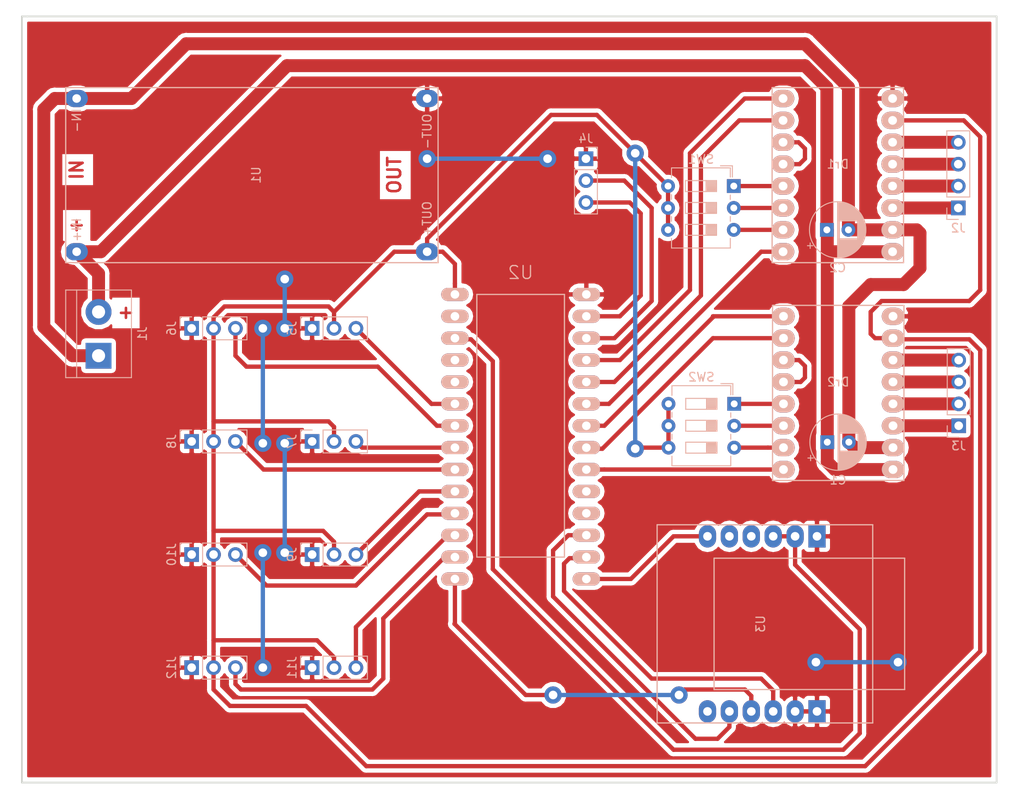
<source format=kicad_pcb>
(kicad_pcb (version 20171130) (host pcbnew 5.0.0+dfsg1-2)

  (general
    (thickness 1.6)
    (drawings 9)
    (tracks 253)
    (zones 0)
    (modules 21)
    (nets 42)
  )

  (page A4)
  (layers
    (0 F.Cu signal)
    (31 B.Cu signal)
    (32 B.Adhes user)
    (33 F.Adhes user)
    (34 B.Paste user)
    (35 F.Paste user)
    (36 B.SilkS user)
    (37 F.SilkS user)
    (38 B.Mask user)
    (39 F.Mask user)
    (40 Dwgs.User user)
    (41 Cmts.User user)
    (42 Eco1.User user)
    (43 Eco2.User user)
    (44 Edge.Cuts user)
    (45 Margin user)
    (46 B.CrtYd user)
    (47 F.CrtYd user)
    (48 B.Fab user)
    (49 F.Fab user)
  )

  (setup
    (last_trace_width 0.5)
    (trace_clearance 0.2)
    (zone_clearance 0.508)
    (zone_45_only no)
    (trace_min 0.2)
    (segment_width 0.2)
    (edge_width 0.15)
    (via_size 2)
    (via_drill 1)
    (via_min_size 0.4)
    (via_min_drill 0.3)
    (uvia_size 0.3)
    (uvia_drill 0.1)
    (uvias_allowed no)
    (uvia_min_size 0.2)
    (uvia_min_drill 0.1)
    (pcb_text_width 0.3)
    (pcb_text_size 1.5 1.5)
    (mod_edge_width 0.15)
    (mod_text_size 1 1)
    (mod_text_width 0.15)
    (pad_size 1.524 1.524)
    (pad_drill 0.762)
    (pad_to_mask_clearance 0.2)
    (aux_axis_origin 187.325 36.195)
    (visible_elements FFFFFF7F)
    (pcbplotparams
      (layerselection 0x01000_7fffffff)
      (usegerberextensions false)
      (usegerberattributes false)
      (usegerberadvancedattributes false)
      (creategerberjobfile false)
      (excludeedgelayer true)
      (linewidth 0.100000)
      (plotframeref false)
      (viasonmask false)
      (mode 1)
      (useauxorigin true)
      (hpglpennumber 1)
      (hpglpenspeed 20)
      (hpglpendiameter 15.000000)
      (psnegative false)
      (psa4output false)
      (plotreference true)
      (plotvalue true)
      (plotinvisibletext false)
      (padsonsilk false)
      (subtractmaskfromsilk false)
      (outputformat 1)
      (mirror false)
      (drillshape 0)
      (scaleselection 1)
      (outputdirectory ""))
  )

  (net 0 "")
  (net 1 +36V)
  (net 2 GNDPWR)
  (net 3 "Net-(Dr1-Pad1)")
  (net 4 "Net-(Dr1-Pad2)")
  (net 5 "Net-(Dr1-Pad3)")
  (net 6 "Net-(Dr1-Pad4)")
  (net 7 "Net-(Dr1-Pad5)")
  (net 8 "Net-(Dr1-Pad7)")
  (net 9 "Net-(Dr1-Pad8)")
  (net 10 GND)
  (net 11 +5V)
  (net 12 "Net-(Dr1-Pad11)")
  (net 13 "Net-(Dr1-Pad12)")
  (net 14 "Net-(Dr1-Pad13)")
  (net 15 "Net-(Dr1-Pad14)")
  (net 16 "Net-(Dr2-Pad14)")
  (net 17 "Net-(Dr2-Pad13)")
  (net 18 "Net-(Dr2-Pad12)")
  (net 19 "Net-(Dr2-Pad11)")
  (net 20 "Net-(Dr2-Pad8)")
  (net 21 "Net-(Dr2-Pad7)")
  (net 22 "Net-(Dr2-Pad5)")
  (net 23 "Net-(Dr2-Pad4)")
  (net 24 "Net-(Dr2-Pad3)")
  (net 25 "Net-(Dr2-Pad2)")
  (net 26 "Net-(Dr2-Pad1)")
  (net 27 "Net-(J4-Pad2)")
  (net 28 "Net-(J4-Pad3)")
  (net 29 "Net-(J5-Pad3)")
  (net 30 "Net-(J6-Pad3)")
  (net 31 "Net-(J7-Pad3)")
  (net 32 "Net-(J8-Pad3)")
  (net 33 "Net-(J9-Pad3)")
  (net 34 "Net-(J10-Pad3)")
  (net 35 "Net-(J11-Pad3)")
  (net 36 "Net-(J12-Pad3)")
  (net 37 "Net-(U2-Pad10)")
  (net 38 "Net-(U2-Pad11)")
  (net 39 "Net-(U2-Pad12)")
  (net 40 "Net-(U2-Pad13)")
  (net 41 +3V3)

  (net_class Default "Ceci est la Netclass par défaut."
    (clearance 0.2)
    (trace_width 0.5)
    (via_dia 2)
    (via_drill 1)
    (uvia_dia 0.3)
    (uvia_drill 0.1)
    (add_net +3V3)
    (add_net +5V)
    (add_net GND)
    (add_net "Net-(Dr1-Pad1)")
    (add_net "Net-(Dr1-Pad2)")
    (add_net "Net-(Dr1-Pad3)")
    (add_net "Net-(Dr1-Pad4)")
    (add_net "Net-(Dr1-Pad5)")
    (add_net "Net-(Dr1-Pad7)")
    (add_net "Net-(Dr1-Pad8)")
    (add_net "Net-(Dr2-Pad1)")
    (add_net "Net-(Dr2-Pad2)")
    (add_net "Net-(Dr2-Pad3)")
    (add_net "Net-(Dr2-Pad4)")
    (add_net "Net-(Dr2-Pad5)")
    (add_net "Net-(Dr2-Pad7)")
    (add_net "Net-(Dr2-Pad8)")
    (add_net "Net-(J10-Pad3)")
    (add_net "Net-(J11-Pad3)")
    (add_net "Net-(J12-Pad3)")
    (add_net "Net-(J4-Pad2)")
    (add_net "Net-(J4-Pad3)")
    (add_net "Net-(J5-Pad3)")
    (add_net "Net-(J6-Pad3)")
    (add_net "Net-(J7-Pad3)")
    (add_net "Net-(J8-Pad3)")
    (add_net "Net-(J9-Pad3)")
    (add_net "Net-(U2-Pad10)")
    (add_net "Net-(U2-Pad11)")
    (add_net "Net-(U2-Pad12)")
    (add_net "Net-(U2-Pad13)")
  )

  (net_class power ""
    (clearance 0.2)
    (trace_width 1.5)
    (via_dia 2)
    (via_drill 1)
    (uvia_dia 0.3)
    (uvia_drill 0.1)
    (add_net +36V)
    (add_net GNDPWR)
    (add_net "Net-(Dr1-Pad11)")
    (add_net "Net-(Dr1-Pad12)")
    (add_net "Net-(Dr1-Pad13)")
    (add_net "Net-(Dr1-Pad14)")
    (add_net "Net-(Dr2-Pad11)")
    (add_net "Net-(Dr2-Pad12)")
    (add_net "Net-(Dr2-Pad13)")
    (add_net "Net-(Dr2-Pad14)")
  )

  (module Connector_PinHeader_2.54mm:PinHeader_1x03_P2.54mm_Vertical (layer B.Cu) (tedit 59FED5CC) (tstamp 5CEE8CFC)
    (at 93.98 98.636666 270)
    (descr "Through hole straight pin header, 1x03, 2.54mm pitch, single row")
    (tags "Through hole pin header THT 1x03 2.54mm single row")
    (path /5CE845F7)
    (fp_text reference J10 (at 0 2.33 270) (layer B.SilkS)
      (effects (font (size 1 1) (thickness 0.15)) (justify mirror))
    )
    (fp_text value IO (at 0 -7.41 270) (layer B.Fab)
      (effects (font (size 1 1) (thickness 0.15)) (justify mirror))
    )
    (fp_text user %R (at 0 -2.54 180) (layer B.Fab)
      (effects (font (size 1 1) (thickness 0.15)) (justify mirror))
    )
    (fp_line (start 1.8 1.8) (end -1.8 1.8) (layer B.CrtYd) (width 0.05))
    (fp_line (start 1.8 -6.85) (end 1.8 1.8) (layer B.CrtYd) (width 0.05))
    (fp_line (start -1.8 -6.85) (end 1.8 -6.85) (layer B.CrtYd) (width 0.05))
    (fp_line (start -1.8 1.8) (end -1.8 -6.85) (layer B.CrtYd) (width 0.05))
    (fp_line (start -1.33 1.33) (end 0 1.33) (layer B.SilkS) (width 0.12))
    (fp_line (start -1.33 0) (end -1.33 1.33) (layer B.SilkS) (width 0.12))
    (fp_line (start -1.33 -1.27) (end 1.33 -1.27) (layer B.SilkS) (width 0.12))
    (fp_line (start 1.33 -1.27) (end 1.33 -6.41) (layer B.SilkS) (width 0.12))
    (fp_line (start -1.33 -1.27) (end -1.33 -6.41) (layer B.SilkS) (width 0.12))
    (fp_line (start -1.33 -6.41) (end 1.33 -6.41) (layer B.SilkS) (width 0.12))
    (fp_line (start -1.27 0.635) (end -0.635 1.27) (layer B.Fab) (width 0.1))
    (fp_line (start -1.27 -6.35) (end -1.27 0.635) (layer B.Fab) (width 0.1))
    (fp_line (start 1.27 -6.35) (end -1.27 -6.35) (layer B.Fab) (width 0.1))
    (fp_line (start 1.27 1.27) (end 1.27 -6.35) (layer B.Fab) (width 0.1))
    (fp_line (start -0.635 1.27) (end 1.27 1.27) (layer B.Fab) (width 0.1))
    (pad 3 thru_hole oval (at 0 -5.08 270) (size 1.7 1.7) (drill 1) (layers *.Cu *.Mask)
      (net 34 "Net-(J10-Pad3)"))
    (pad 2 thru_hole oval (at 0 -2.54 270) (size 1.7 1.7) (drill 1) (layers *.Cu *.Mask)
      (net 11 +5V))
    (pad 1 thru_hole rect (at 0 0 270) (size 1.7 1.7) (drill 1) (layers *.Cu *.Mask)
      (net 10 GND))
    (model ${KISYS3DMOD}/Connector_PinHeader_2.54mm.3dshapes/PinHeader_1x03_P2.54mm_Vertical.wrl
      (at (xyz 0 0 0))
      (scale (xyz 1 1 1))
      (rotate (xyz 0 0 0))
    )
  )

  (module Capacitor_THT:CP_Radial_D6.3mm_P2.50mm (layer B.Cu) (tedit 5AE50EF0) (tstamp 5CEEC4C9)
    (at 167.689476 85.597393)
    (descr "CP, Radial series, Radial, pin pitch=2.50mm, , diameter=6.3mm, Electrolytic Capacitor")
    (tags "CP Radial series Radial pin pitch 2.50mm  diameter 6.3mm Electrolytic Capacitor")
    (path /5CE317CB)
    (fp_text reference C1 (at 1.25 4.4) (layer B.SilkS)
      (effects (font (size 1 1) (thickness 0.15)) (justify mirror))
    )
    (fp_text value CP (at 1.25 -4.4) (layer B.Fab)
      (effects (font (size 1 1) (thickness 0.15)) (justify mirror))
    )
    (fp_circle (center 1.25 0) (end 4.4 0) (layer B.Fab) (width 0.1))
    (fp_circle (center 1.25 0) (end 4.52 0) (layer B.SilkS) (width 0.12))
    (fp_circle (center 1.25 0) (end 4.65 0) (layer B.CrtYd) (width 0.05))
    (fp_line (start -1.443972 1.3735) (end -0.813972 1.3735) (layer B.Fab) (width 0.1))
    (fp_line (start -1.128972 1.6885) (end -1.128972 1.0585) (layer B.Fab) (width 0.1))
    (fp_line (start 1.25 3.23) (end 1.25 -3.23) (layer B.SilkS) (width 0.12))
    (fp_line (start 1.29 3.23) (end 1.29 -3.23) (layer B.SilkS) (width 0.12))
    (fp_line (start 1.33 3.23) (end 1.33 -3.23) (layer B.SilkS) (width 0.12))
    (fp_line (start 1.37 3.228) (end 1.37 -3.228) (layer B.SilkS) (width 0.12))
    (fp_line (start 1.41 3.227) (end 1.41 -3.227) (layer B.SilkS) (width 0.12))
    (fp_line (start 1.45 3.224) (end 1.45 -3.224) (layer B.SilkS) (width 0.12))
    (fp_line (start 1.49 3.222) (end 1.49 1.04) (layer B.SilkS) (width 0.12))
    (fp_line (start 1.49 -1.04) (end 1.49 -3.222) (layer B.SilkS) (width 0.12))
    (fp_line (start 1.53 3.218) (end 1.53 1.04) (layer B.SilkS) (width 0.12))
    (fp_line (start 1.53 -1.04) (end 1.53 -3.218) (layer B.SilkS) (width 0.12))
    (fp_line (start 1.57 3.215) (end 1.57 1.04) (layer B.SilkS) (width 0.12))
    (fp_line (start 1.57 -1.04) (end 1.57 -3.215) (layer B.SilkS) (width 0.12))
    (fp_line (start 1.61 3.211) (end 1.61 1.04) (layer B.SilkS) (width 0.12))
    (fp_line (start 1.61 -1.04) (end 1.61 -3.211) (layer B.SilkS) (width 0.12))
    (fp_line (start 1.65 3.206) (end 1.65 1.04) (layer B.SilkS) (width 0.12))
    (fp_line (start 1.65 -1.04) (end 1.65 -3.206) (layer B.SilkS) (width 0.12))
    (fp_line (start 1.69 3.201) (end 1.69 1.04) (layer B.SilkS) (width 0.12))
    (fp_line (start 1.69 -1.04) (end 1.69 -3.201) (layer B.SilkS) (width 0.12))
    (fp_line (start 1.73 3.195) (end 1.73 1.04) (layer B.SilkS) (width 0.12))
    (fp_line (start 1.73 -1.04) (end 1.73 -3.195) (layer B.SilkS) (width 0.12))
    (fp_line (start 1.77 3.189) (end 1.77 1.04) (layer B.SilkS) (width 0.12))
    (fp_line (start 1.77 -1.04) (end 1.77 -3.189) (layer B.SilkS) (width 0.12))
    (fp_line (start 1.81 3.182) (end 1.81 1.04) (layer B.SilkS) (width 0.12))
    (fp_line (start 1.81 -1.04) (end 1.81 -3.182) (layer B.SilkS) (width 0.12))
    (fp_line (start 1.85 3.175) (end 1.85 1.04) (layer B.SilkS) (width 0.12))
    (fp_line (start 1.85 -1.04) (end 1.85 -3.175) (layer B.SilkS) (width 0.12))
    (fp_line (start 1.89 3.167) (end 1.89 1.04) (layer B.SilkS) (width 0.12))
    (fp_line (start 1.89 -1.04) (end 1.89 -3.167) (layer B.SilkS) (width 0.12))
    (fp_line (start 1.93 3.159) (end 1.93 1.04) (layer B.SilkS) (width 0.12))
    (fp_line (start 1.93 -1.04) (end 1.93 -3.159) (layer B.SilkS) (width 0.12))
    (fp_line (start 1.971 3.15) (end 1.971 1.04) (layer B.SilkS) (width 0.12))
    (fp_line (start 1.971 -1.04) (end 1.971 -3.15) (layer B.SilkS) (width 0.12))
    (fp_line (start 2.011 3.141) (end 2.011 1.04) (layer B.SilkS) (width 0.12))
    (fp_line (start 2.011 -1.04) (end 2.011 -3.141) (layer B.SilkS) (width 0.12))
    (fp_line (start 2.051 3.131) (end 2.051 1.04) (layer B.SilkS) (width 0.12))
    (fp_line (start 2.051 -1.04) (end 2.051 -3.131) (layer B.SilkS) (width 0.12))
    (fp_line (start 2.091 3.121) (end 2.091 1.04) (layer B.SilkS) (width 0.12))
    (fp_line (start 2.091 -1.04) (end 2.091 -3.121) (layer B.SilkS) (width 0.12))
    (fp_line (start 2.131 3.11) (end 2.131 1.04) (layer B.SilkS) (width 0.12))
    (fp_line (start 2.131 -1.04) (end 2.131 -3.11) (layer B.SilkS) (width 0.12))
    (fp_line (start 2.171 3.098) (end 2.171 1.04) (layer B.SilkS) (width 0.12))
    (fp_line (start 2.171 -1.04) (end 2.171 -3.098) (layer B.SilkS) (width 0.12))
    (fp_line (start 2.211 3.086) (end 2.211 1.04) (layer B.SilkS) (width 0.12))
    (fp_line (start 2.211 -1.04) (end 2.211 -3.086) (layer B.SilkS) (width 0.12))
    (fp_line (start 2.251 3.074) (end 2.251 1.04) (layer B.SilkS) (width 0.12))
    (fp_line (start 2.251 -1.04) (end 2.251 -3.074) (layer B.SilkS) (width 0.12))
    (fp_line (start 2.291 3.061) (end 2.291 1.04) (layer B.SilkS) (width 0.12))
    (fp_line (start 2.291 -1.04) (end 2.291 -3.061) (layer B.SilkS) (width 0.12))
    (fp_line (start 2.331 3.047) (end 2.331 1.04) (layer B.SilkS) (width 0.12))
    (fp_line (start 2.331 -1.04) (end 2.331 -3.047) (layer B.SilkS) (width 0.12))
    (fp_line (start 2.371 3.033) (end 2.371 1.04) (layer B.SilkS) (width 0.12))
    (fp_line (start 2.371 -1.04) (end 2.371 -3.033) (layer B.SilkS) (width 0.12))
    (fp_line (start 2.411 3.018) (end 2.411 1.04) (layer B.SilkS) (width 0.12))
    (fp_line (start 2.411 -1.04) (end 2.411 -3.018) (layer B.SilkS) (width 0.12))
    (fp_line (start 2.451 3.002) (end 2.451 1.04) (layer B.SilkS) (width 0.12))
    (fp_line (start 2.451 -1.04) (end 2.451 -3.002) (layer B.SilkS) (width 0.12))
    (fp_line (start 2.491 2.986) (end 2.491 1.04) (layer B.SilkS) (width 0.12))
    (fp_line (start 2.491 -1.04) (end 2.491 -2.986) (layer B.SilkS) (width 0.12))
    (fp_line (start 2.531 2.97) (end 2.531 1.04) (layer B.SilkS) (width 0.12))
    (fp_line (start 2.531 -1.04) (end 2.531 -2.97) (layer B.SilkS) (width 0.12))
    (fp_line (start 2.571 2.952) (end 2.571 1.04) (layer B.SilkS) (width 0.12))
    (fp_line (start 2.571 -1.04) (end 2.571 -2.952) (layer B.SilkS) (width 0.12))
    (fp_line (start 2.611 2.934) (end 2.611 1.04) (layer B.SilkS) (width 0.12))
    (fp_line (start 2.611 -1.04) (end 2.611 -2.934) (layer B.SilkS) (width 0.12))
    (fp_line (start 2.651 2.916) (end 2.651 1.04) (layer B.SilkS) (width 0.12))
    (fp_line (start 2.651 -1.04) (end 2.651 -2.916) (layer B.SilkS) (width 0.12))
    (fp_line (start 2.691 2.896) (end 2.691 1.04) (layer B.SilkS) (width 0.12))
    (fp_line (start 2.691 -1.04) (end 2.691 -2.896) (layer B.SilkS) (width 0.12))
    (fp_line (start 2.731 2.876) (end 2.731 1.04) (layer B.SilkS) (width 0.12))
    (fp_line (start 2.731 -1.04) (end 2.731 -2.876) (layer B.SilkS) (width 0.12))
    (fp_line (start 2.771 2.856) (end 2.771 1.04) (layer B.SilkS) (width 0.12))
    (fp_line (start 2.771 -1.04) (end 2.771 -2.856) (layer B.SilkS) (width 0.12))
    (fp_line (start 2.811 2.834) (end 2.811 1.04) (layer B.SilkS) (width 0.12))
    (fp_line (start 2.811 -1.04) (end 2.811 -2.834) (layer B.SilkS) (width 0.12))
    (fp_line (start 2.851 2.812) (end 2.851 1.04) (layer B.SilkS) (width 0.12))
    (fp_line (start 2.851 -1.04) (end 2.851 -2.812) (layer B.SilkS) (width 0.12))
    (fp_line (start 2.891 2.79) (end 2.891 1.04) (layer B.SilkS) (width 0.12))
    (fp_line (start 2.891 -1.04) (end 2.891 -2.79) (layer B.SilkS) (width 0.12))
    (fp_line (start 2.931 2.766) (end 2.931 1.04) (layer B.SilkS) (width 0.12))
    (fp_line (start 2.931 -1.04) (end 2.931 -2.766) (layer B.SilkS) (width 0.12))
    (fp_line (start 2.971 2.742) (end 2.971 1.04) (layer B.SilkS) (width 0.12))
    (fp_line (start 2.971 -1.04) (end 2.971 -2.742) (layer B.SilkS) (width 0.12))
    (fp_line (start 3.011 2.716) (end 3.011 1.04) (layer B.SilkS) (width 0.12))
    (fp_line (start 3.011 -1.04) (end 3.011 -2.716) (layer B.SilkS) (width 0.12))
    (fp_line (start 3.051 2.69) (end 3.051 1.04) (layer B.SilkS) (width 0.12))
    (fp_line (start 3.051 -1.04) (end 3.051 -2.69) (layer B.SilkS) (width 0.12))
    (fp_line (start 3.091 2.664) (end 3.091 1.04) (layer B.SilkS) (width 0.12))
    (fp_line (start 3.091 -1.04) (end 3.091 -2.664) (layer B.SilkS) (width 0.12))
    (fp_line (start 3.131 2.636) (end 3.131 1.04) (layer B.SilkS) (width 0.12))
    (fp_line (start 3.131 -1.04) (end 3.131 -2.636) (layer B.SilkS) (width 0.12))
    (fp_line (start 3.171 2.607) (end 3.171 1.04) (layer B.SilkS) (width 0.12))
    (fp_line (start 3.171 -1.04) (end 3.171 -2.607) (layer B.SilkS) (width 0.12))
    (fp_line (start 3.211 2.578) (end 3.211 1.04) (layer B.SilkS) (width 0.12))
    (fp_line (start 3.211 -1.04) (end 3.211 -2.578) (layer B.SilkS) (width 0.12))
    (fp_line (start 3.251 2.548) (end 3.251 1.04) (layer B.SilkS) (width 0.12))
    (fp_line (start 3.251 -1.04) (end 3.251 -2.548) (layer B.SilkS) (width 0.12))
    (fp_line (start 3.291 2.516) (end 3.291 1.04) (layer B.SilkS) (width 0.12))
    (fp_line (start 3.291 -1.04) (end 3.291 -2.516) (layer B.SilkS) (width 0.12))
    (fp_line (start 3.331 2.484) (end 3.331 1.04) (layer B.SilkS) (width 0.12))
    (fp_line (start 3.331 -1.04) (end 3.331 -2.484) (layer B.SilkS) (width 0.12))
    (fp_line (start 3.371 2.45) (end 3.371 1.04) (layer B.SilkS) (width 0.12))
    (fp_line (start 3.371 -1.04) (end 3.371 -2.45) (layer B.SilkS) (width 0.12))
    (fp_line (start 3.411 2.416) (end 3.411 1.04) (layer B.SilkS) (width 0.12))
    (fp_line (start 3.411 -1.04) (end 3.411 -2.416) (layer B.SilkS) (width 0.12))
    (fp_line (start 3.451 2.38) (end 3.451 1.04) (layer B.SilkS) (width 0.12))
    (fp_line (start 3.451 -1.04) (end 3.451 -2.38) (layer B.SilkS) (width 0.12))
    (fp_line (start 3.491 2.343) (end 3.491 1.04) (layer B.SilkS) (width 0.12))
    (fp_line (start 3.491 -1.04) (end 3.491 -2.343) (layer B.SilkS) (width 0.12))
    (fp_line (start 3.531 2.305) (end 3.531 1.04) (layer B.SilkS) (width 0.12))
    (fp_line (start 3.531 -1.04) (end 3.531 -2.305) (layer B.SilkS) (width 0.12))
    (fp_line (start 3.571 2.265) (end 3.571 -2.265) (layer B.SilkS) (width 0.12))
    (fp_line (start 3.611 2.224) (end 3.611 -2.224) (layer B.SilkS) (width 0.12))
    (fp_line (start 3.651 2.182) (end 3.651 -2.182) (layer B.SilkS) (width 0.12))
    (fp_line (start 3.691 2.137) (end 3.691 -2.137) (layer B.SilkS) (width 0.12))
    (fp_line (start 3.731 2.092) (end 3.731 -2.092) (layer B.SilkS) (width 0.12))
    (fp_line (start 3.771 2.044) (end 3.771 -2.044) (layer B.SilkS) (width 0.12))
    (fp_line (start 3.811 1.995) (end 3.811 -1.995) (layer B.SilkS) (width 0.12))
    (fp_line (start 3.851 1.944) (end 3.851 -1.944) (layer B.SilkS) (width 0.12))
    (fp_line (start 3.891 1.89) (end 3.891 -1.89) (layer B.SilkS) (width 0.12))
    (fp_line (start 3.931 1.834) (end 3.931 -1.834) (layer B.SilkS) (width 0.12))
    (fp_line (start 3.971 1.776) (end 3.971 -1.776) (layer B.SilkS) (width 0.12))
    (fp_line (start 4.011 1.714) (end 4.011 -1.714) (layer B.SilkS) (width 0.12))
    (fp_line (start 4.051 1.65) (end 4.051 -1.65) (layer B.SilkS) (width 0.12))
    (fp_line (start 4.091 1.581) (end 4.091 -1.581) (layer B.SilkS) (width 0.12))
    (fp_line (start 4.131 1.509) (end 4.131 -1.509) (layer B.SilkS) (width 0.12))
    (fp_line (start 4.171 1.432) (end 4.171 -1.432) (layer B.SilkS) (width 0.12))
    (fp_line (start 4.211 1.35) (end 4.211 -1.35) (layer B.SilkS) (width 0.12))
    (fp_line (start 4.251 1.262) (end 4.251 -1.262) (layer B.SilkS) (width 0.12))
    (fp_line (start 4.291 1.165) (end 4.291 -1.165) (layer B.SilkS) (width 0.12))
    (fp_line (start 4.331 1.059) (end 4.331 -1.059) (layer B.SilkS) (width 0.12))
    (fp_line (start 4.371 0.94) (end 4.371 -0.94) (layer B.SilkS) (width 0.12))
    (fp_line (start 4.411 0.802) (end 4.411 -0.802) (layer B.SilkS) (width 0.12))
    (fp_line (start 4.451 0.633) (end 4.451 -0.633) (layer B.SilkS) (width 0.12))
    (fp_line (start 4.491 0.402) (end 4.491 -0.402) (layer B.SilkS) (width 0.12))
    (fp_line (start -2.250241 1.839) (end -1.620241 1.839) (layer B.SilkS) (width 0.12))
    (fp_line (start -1.935241 2.154) (end -1.935241 1.524) (layer B.SilkS) (width 0.12))
    (fp_text user %R (at 1.25 0) (layer B.Fab)
      (effects (font (size 1 1) (thickness 0.15)) (justify mirror))
    )
    (pad 1 thru_hole rect (at 0 0) (size 1.6 1.6) (drill 0.8) (layers *.Cu *.Mask)
      (net 1 +36V))
    (pad 2 thru_hole circle (at 2.5 0) (size 1.6 1.6) (drill 0.8) (layers *.Cu *.Mask)
      (net 2 GNDPWR))
    (model ${KISYS3DMOD}/Capacitor_THT.3dshapes/CP_Radial_D6.3mm_P2.50mm.wrl
      (at (xyz 0 0 0))
      (scale (xyz 1 1 1))
      (rotate (xyz 0 0 0))
    )
  )

  (module Capacitor_THT:CP_Radial_D6.3mm_P2.50mm (layer B.Cu) (tedit 5AE50EF0) (tstamp 5CEECA96)
    (at 167.64 60.96)
    (descr "CP, Radial series, Radial, pin pitch=2.50mm, , diameter=6.3mm, Electrolytic Capacitor")
    (tags "CP Radial series Radial pin pitch 2.50mm  diameter 6.3mm Electrolytic Capacitor")
    (path /5CE38019)
    (fp_text reference C2 (at 1.25 4.4) (layer B.SilkS)
      (effects (font (size 1 1) (thickness 0.15)) (justify mirror))
    )
    (fp_text value CP (at 1.25 -4.4) (layer B.Fab)
      (effects (font (size 1 1) (thickness 0.15)) (justify mirror))
    )
    (fp_text user %R (at 1.25 0) (layer B.Fab)
      (effects (font (size 1 1) (thickness 0.15)) (justify mirror))
    )
    (fp_line (start -1.935241 2.154) (end -1.935241 1.524) (layer B.SilkS) (width 0.12))
    (fp_line (start -2.250241 1.839) (end -1.620241 1.839) (layer B.SilkS) (width 0.12))
    (fp_line (start 4.491 0.402) (end 4.491 -0.402) (layer B.SilkS) (width 0.12))
    (fp_line (start 4.451 0.633) (end 4.451 -0.633) (layer B.SilkS) (width 0.12))
    (fp_line (start 4.411 0.802) (end 4.411 -0.802) (layer B.SilkS) (width 0.12))
    (fp_line (start 4.371 0.94) (end 4.371 -0.94) (layer B.SilkS) (width 0.12))
    (fp_line (start 4.331 1.059) (end 4.331 -1.059) (layer B.SilkS) (width 0.12))
    (fp_line (start 4.291 1.165) (end 4.291 -1.165) (layer B.SilkS) (width 0.12))
    (fp_line (start 4.251 1.262) (end 4.251 -1.262) (layer B.SilkS) (width 0.12))
    (fp_line (start 4.211 1.35) (end 4.211 -1.35) (layer B.SilkS) (width 0.12))
    (fp_line (start 4.171 1.432) (end 4.171 -1.432) (layer B.SilkS) (width 0.12))
    (fp_line (start 4.131 1.509) (end 4.131 -1.509) (layer B.SilkS) (width 0.12))
    (fp_line (start 4.091 1.581) (end 4.091 -1.581) (layer B.SilkS) (width 0.12))
    (fp_line (start 4.051 1.65) (end 4.051 -1.65) (layer B.SilkS) (width 0.12))
    (fp_line (start 4.011 1.714) (end 4.011 -1.714) (layer B.SilkS) (width 0.12))
    (fp_line (start 3.971 1.776) (end 3.971 -1.776) (layer B.SilkS) (width 0.12))
    (fp_line (start 3.931 1.834) (end 3.931 -1.834) (layer B.SilkS) (width 0.12))
    (fp_line (start 3.891 1.89) (end 3.891 -1.89) (layer B.SilkS) (width 0.12))
    (fp_line (start 3.851 1.944) (end 3.851 -1.944) (layer B.SilkS) (width 0.12))
    (fp_line (start 3.811 1.995) (end 3.811 -1.995) (layer B.SilkS) (width 0.12))
    (fp_line (start 3.771 2.044) (end 3.771 -2.044) (layer B.SilkS) (width 0.12))
    (fp_line (start 3.731 2.092) (end 3.731 -2.092) (layer B.SilkS) (width 0.12))
    (fp_line (start 3.691 2.137) (end 3.691 -2.137) (layer B.SilkS) (width 0.12))
    (fp_line (start 3.651 2.182) (end 3.651 -2.182) (layer B.SilkS) (width 0.12))
    (fp_line (start 3.611 2.224) (end 3.611 -2.224) (layer B.SilkS) (width 0.12))
    (fp_line (start 3.571 2.265) (end 3.571 -2.265) (layer B.SilkS) (width 0.12))
    (fp_line (start 3.531 -1.04) (end 3.531 -2.305) (layer B.SilkS) (width 0.12))
    (fp_line (start 3.531 2.305) (end 3.531 1.04) (layer B.SilkS) (width 0.12))
    (fp_line (start 3.491 -1.04) (end 3.491 -2.343) (layer B.SilkS) (width 0.12))
    (fp_line (start 3.491 2.343) (end 3.491 1.04) (layer B.SilkS) (width 0.12))
    (fp_line (start 3.451 -1.04) (end 3.451 -2.38) (layer B.SilkS) (width 0.12))
    (fp_line (start 3.451 2.38) (end 3.451 1.04) (layer B.SilkS) (width 0.12))
    (fp_line (start 3.411 -1.04) (end 3.411 -2.416) (layer B.SilkS) (width 0.12))
    (fp_line (start 3.411 2.416) (end 3.411 1.04) (layer B.SilkS) (width 0.12))
    (fp_line (start 3.371 -1.04) (end 3.371 -2.45) (layer B.SilkS) (width 0.12))
    (fp_line (start 3.371 2.45) (end 3.371 1.04) (layer B.SilkS) (width 0.12))
    (fp_line (start 3.331 -1.04) (end 3.331 -2.484) (layer B.SilkS) (width 0.12))
    (fp_line (start 3.331 2.484) (end 3.331 1.04) (layer B.SilkS) (width 0.12))
    (fp_line (start 3.291 -1.04) (end 3.291 -2.516) (layer B.SilkS) (width 0.12))
    (fp_line (start 3.291 2.516) (end 3.291 1.04) (layer B.SilkS) (width 0.12))
    (fp_line (start 3.251 -1.04) (end 3.251 -2.548) (layer B.SilkS) (width 0.12))
    (fp_line (start 3.251 2.548) (end 3.251 1.04) (layer B.SilkS) (width 0.12))
    (fp_line (start 3.211 -1.04) (end 3.211 -2.578) (layer B.SilkS) (width 0.12))
    (fp_line (start 3.211 2.578) (end 3.211 1.04) (layer B.SilkS) (width 0.12))
    (fp_line (start 3.171 -1.04) (end 3.171 -2.607) (layer B.SilkS) (width 0.12))
    (fp_line (start 3.171 2.607) (end 3.171 1.04) (layer B.SilkS) (width 0.12))
    (fp_line (start 3.131 -1.04) (end 3.131 -2.636) (layer B.SilkS) (width 0.12))
    (fp_line (start 3.131 2.636) (end 3.131 1.04) (layer B.SilkS) (width 0.12))
    (fp_line (start 3.091 -1.04) (end 3.091 -2.664) (layer B.SilkS) (width 0.12))
    (fp_line (start 3.091 2.664) (end 3.091 1.04) (layer B.SilkS) (width 0.12))
    (fp_line (start 3.051 -1.04) (end 3.051 -2.69) (layer B.SilkS) (width 0.12))
    (fp_line (start 3.051 2.69) (end 3.051 1.04) (layer B.SilkS) (width 0.12))
    (fp_line (start 3.011 -1.04) (end 3.011 -2.716) (layer B.SilkS) (width 0.12))
    (fp_line (start 3.011 2.716) (end 3.011 1.04) (layer B.SilkS) (width 0.12))
    (fp_line (start 2.971 -1.04) (end 2.971 -2.742) (layer B.SilkS) (width 0.12))
    (fp_line (start 2.971 2.742) (end 2.971 1.04) (layer B.SilkS) (width 0.12))
    (fp_line (start 2.931 -1.04) (end 2.931 -2.766) (layer B.SilkS) (width 0.12))
    (fp_line (start 2.931 2.766) (end 2.931 1.04) (layer B.SilkS) (width 0.12))
    (fp_line (start 2.891 -1.04) (end 2.891 -2.79) (layer B.SilkS) (width 0.12))
    (fp_line (start 2.891 2.79) (end 2.891 1.04) (layer B.SilkS) (width 0.12))
    (fp_line (start 2.851 -1.04) (end 2.851 -2.812) (layer B.SilkS) (width 0.12))
    (fp_line (start 2.851 2.812) (end 2.851 1.04) (layer B.SilkS) (width 0.12))
    (fp_line (start 2.811 -1.04) (end 2.811 -2.834) (layer B.SilkS) (width 0.12))
    (fp_line (start 2.811 2.834) (end 2.811 1.04) (layer B.SilkS) (width 0.12))
    (fp_line (start 2.771 -1.04) (end 2.771 -2.856) (layer B.SilkS) (width 0.12))
    (fp_line (start 2.771 2.856) (end 2.771 1.04) (layer B.SilkS) (width 0.12))
    (fp_line (start 2.731 -1.04) (end 2.731 -2.876) (layer B.SilkS) (width 0.12))
    (fp_line (start 2.731 2.876) (end 2.731 1.04) (layer B.SilkS) (width 0.12))
    (fp_line (start 2.691 -1.04) (end 2.691 -2.896) (layer B.SilkS) (width 0.12))
    (fp_line (start 2.691 2.896) (end 2.691 1.04) (layer B.SilkS) (width 0.12))
    (fp_line (start 2.651 -1.04) (end 2.651 -2.916) (layer B.SilkS) (width 0.12))
    (fp_line (start 2.651 2.916) (end 2.651 1.04) (layer B.SilkS) (width 0.12))
    (fp_line (start 2.611 -1.04) (end 2.611 -2.934) (layer B.SilkS) (width 0.12))
    (fp_line (start 2.611 2.934) (end 2.611 1.04) (layer B.SilkS) (width 0.12))
    (fp_line (start 2.571 -1.04) (end 2.571 -2.952) (layer B.SilkS) (width 0.12))
    (fp_line (start 2.571 2.952) (end 2.571 1.04) (layer B.SilkS) (width 0.12))
    (fp_line (start 2.531 -1.04) (end 2.531 -2.97) (layer B.SilkS) (width 0.12))
    (fp_line (start 2.531 2.97) (end 2.531 1.04) (layer B.SilkS) (width 0.12))
    (fp_line (start 2.491 -1.04) (end 2.491 -2.986) (layer B.SilkS) (width 0.12))
    (fp_line (start 2.491 2.986) (end 2.491 1.04) (layer B.SilkS) (width 0.12))
    (fp_line (start 2.451 -1.04) (end 2.451 -3.002) (layer B.SilkS) (width 0.12))
    (fp_line (start 2.451 3.002) (end 2.451 1.04) (layer B.SilkS) (width 0.12))
    (fp_line (start 2.411 -1.04) (end 2.411 -3.018) (layer B.SilkS) (width 0.12))
    (fp_line (start 2.411 3.018) (end 2.411 1.04) (layer B.SilkS) (width 0.12))
    (fp_line (start 2.371 -1.04) (end 2.371 -3.033) (layer B.SilkS) (width 0.12))
    (fp_line (start 2.371 3.033) (end 2.371 1.04) (layer B.SilkS) (width 0.12))
    (fp_line (start 2.331 -1.04) (end 2.331 -3.047) (layer B.SilkS) (width 0.12))
    (fp_line (start 2.331 3.047) (end 2.331 1.04) (layer B.SilkS) (width 0.12))
    (fp_line (start 2.291 -1.04) (end 2.291 -3.061) (layer B.SilkS) (width 0.12))
    (fp_line (start 2.291 3.061) (end 2.291 1.04) (layer B.SilkS) (width 0.12))
    (fp_line (start 2.251 -1.04) (end 2.251 -3.074) (layer B.SilkS) (width 0.12))
    (fp_line (start 2.251 3.074) (end 2.251 1.04) (layer B.SilkS) (width 0.12))
    (fp_line (start 2.211 -1.04) (end 2.211 -3.086) (layer B.SilkS) (width 0.12))
    (fp_line (start 2.211 3.086) (end 2.211 1.04) (layer B.SilkS) (width 0.12))
    (fp_line (start 2.171 -1.04) (end 2.171 -3.098) (layer B.SilkS) (width 0.12))
    (fp_line (start 2.171 3.098) (end 2.171 1.04) (layer B.SilkS) (width 0.12))
    (fp_line (start 2.131 -1.04) (end 2.131 -3.11) (layer B.SilkS) (width 0.12))
    (fp_line (start 2.131 3.11) (end 2.131 1.04) (layer B.SilkS) (width 0.12))
    (fp_line (start 2.091 -1.04) (end 2.091 -3.121) (layer B.SilkS) (width 0.12))
    (fp_line (start 2.091 3.121) (end 2.091 1.04) (layer B.SilkS) (width 0.12))
    (fp_line (start 2.051 -1.04) (end 2.051 -3.131) (layer B.SilkS) (width 0.12))
    (fp_line (start 2.051 3.131) (end 2.051 1.04) (layer B.SilkS) (width 0.12))
    (fp_line (start 2.011 -1.04) (end 2.011 -3.141) (layer B.SilkS) (width 0.12))
    (fp_line (start 2.011 3.141) (end 2.011 1.04) (layer B.SilkS) (width 0.12))
    (fp_line (start 1.971 -1.04) (end 1.971 -3.15) (layer B.SilkS) (width 0.12))
    (fp_line (start 1.971 3.15) (end 1.971 1.04) (layer B.SilkS) (width 0.12))
    (fp_line (start 1.93 -1.04) (end 1.93 -3.159) (layer B.SilkS) (width 0.12))
    (fp_line (start 1.93 3.159) (end 1.93 1.04) (layer B.SilkS) (width 0.12))
    (fp_line (start 1.89 -1.04) (end 1.89 -3.167) (layer B.SilkS) (width 0.12))
    (fp_line (start 1.89 3.167) (end 1.89 1.04) (layer B.SilkS) (width 0.12))
    (fp_line (start 1.85 -1.04) (end 1.85 -3.175) (layer B.SilkS) (width 0.12))
    (fp_line (start 1.85 3.175) (end 1.85 1.04) (layer B.SilkS) (width 0.12))
    (fp_line (start 1.81 -1.04) (end 1.81 -3.182) (layer B.SilkS) (width 0.12))
    (fp_line (start 1.81 3.182) (end 1.81 1.04) (layer B.SilkS) (width 0.12))
    (fp_line (start 1.77 -1.04) (end 1.77 -3.189) (layer B.SilkS) (width 0.12))
    (fp_line (start 1.77 3.189) (end 1.77 1.04) (layer B.SilkS) (width 0.12))
    (fp_line (start 1.73 -1.04) (end 1.73 -3.195) (layer B.SilkS) (width 0.12))
    (fp_line (start 1.73 3.195) (end 1.73 1.04) (layer B.SilkS) (width 0.12))
    (fp_line (start 1.69 -1.04) (end 1.69 -3.201) (layer B.SilkS) (width 0.12))
    (fp_line (start 1.69 3.201) (end 1.69 1.04) (layer B.SilkS) (width 0.12))
    (fp_line (start 1.65 -1.04) (end 1.65 -3.206) (layer B.SilkS) (width 0.12))
    (fp_line (start 1.65 3.206) (end 1.65 1.04) (layer B.SilkS) (width 0.12))
    (fp_line (start 1.61 -1.04) (end 1.61 -3.211) (layer B.SilkS) (width 0.12))
    (fp_line (start 1.61 3.211) (end 1.61 1.04) (layer B.SilkS) (width 0.12))
    (fp_line (start 1.57 -1.04) (end 1.57 -3.215) (layer B.SilkS) (width 0.12))
    (fp_line (start 1.57 3.215) (end 1.57 1.04) (layer B.SilkS) (width 0.12))
    (fp_line (start 1.53 -1.04) (end 1.53 -3.218) (layer B.SilkS) (width 0.12))
    (fp_line (start 1.53 3.218) (end 1.53 1.04) (layer B.SilkS) (width 0.12))
    (fp_line (start 1.49 -1.04) (end 1.49 -3.222) (layer B.SilkS) (width 0.12))
    (fp_line (start 1.49 3.222) (end 1.49 1.04) (layer B.SilkS) (width 0.12))
    (fp_line (start 1.45 3.224) (end 1.45 -3.224) (layer B.SilkS) (width 0.12))
    (fp_line (start 1.41 3.227) (end 1.41 -3.227) (layer B.SilkS) (width 0.12))
    (fp_line (start 1.37 3.228) (end 1.37 -3.228) (layer B.SilkS) (width 0.12))
    (fp_line (start 1.33 3.23) (end 1.33 -3.23) (layer B.SilkS) (width 0.12))
    (fp_line (start 1.29 3.23) (end 1.29 -3.23) (layer B.SilkS) (width 0.12))
    (fp_line (start 1.25 3.23) (end 1.25 -3.23) (layer B.SilkS) (width 0.12))
    (fp_line (start -1.128972 1.6885) (end -1.128972 1.0585) (layer B.Fab) (width 0.1))
    (fp_line (start -1.443972 1.3735) (end -0.813972 1.3735) (layer B.Fab) (width 0.1))
    (fp_circle (center 1.25 0) (end 4.65 0) (layer B.CrtYd) (width 0.05))
    (fp_circle (center 1.25 0) (end 4.52 0) (layer B.SilkS) (width 0.12))
    (fp_circle (center 1.25 0) (end 4.4 0) (layer B.Fab) (width 0.1))
    (pad 2 thru_hole circle (at 2.5 0) (size 1.6 1.6) (drill 0.8) (layers *.Cu *.Mask)
      (net 2 GNDPWR))
    (pad 1 thru_hole rect (at 0 0) (size 1.6 1.6) (drill 0.8) (layers *.Cu *.Mask)
      (net 1 +36V))
    (model ${KISYS3DMOD}/Capacitor_THT.3dshapes/CP_Radial_D6.3mm_P2.50mm.wrl
      (at (xyz 0 0 0))
      (scale (xyz 1 1 1))
      (rotate (xyz 0 0 0))
    )
  )

  (module Lien:POL_A4988 (layer B.Cu) (tedit 5BFE9C97) (tstamp 5CEEC9D5)
    (at 168.91 54.61)
    (path /5CE4BF23)
    (fp_text reference Dr1 (at 0 -1.27) (layer B.SilkS)
      (effects (font (size 1 1) (thickness 0.15)) (justify mirror))
    )
    (fp_text value POL_A4988 (at 0 1.27) (layer B.Fab)
      (effects (font (size 1 1) (thickness 0.15)) (justify mirror))
    )
    (fp_line (start 7.62 10.16) (end -7.62 10.16) (layer B.SilkS) (width 0.15))
    (fp_line (start -7.62 10.16) (end -7.62 -10.16) (layer B.SilkS) (width 0.15))
    (fp_line (start -7.62 -10.16) (end 7.62 -10.16) (layer B.SilkS) (width 0.15))
    (fp_line (start 7.62 -10.16) (end 7.62 10.16) (layer B.SilkS) (width 0.15))
    (pad 1 thru_hole oval (at -6.35 8.89) (size 2.6 2) (drill 1.02) (layers *.Cu *.Mask B.SilkS)
      (net 3 "Net-(Dr1-Pad1)"))
    (pad 2 thru_hole oval (at -6.35 6.35) (size 2.6 2) (drill 1.02) (layers *.Cu *.Mask B.SilkS)
      (net 4 "Net-(Dr1-Pad2)"))
    (pad 3 thru_hole oval (at -6.35 3.81) (size 2.6 2) (drill 1.02) (layers *.Cu *.Mask B.SilkS)
      (net 5 "Net-(Dr1-Pad3)"))
    (pad 4 thru_hole oval (at -6.35 1.27) (size 2.6 2) (drill 1.02) (layers *.Cu *.Mask B.SilkS)
      (net 6 "Net-(Dr1-Pad4)"))
    (pad 5 thru_hole oval (at -6.35 -1.27) (size 2.6 2) (drill 1.02) (layers *.Cu *.Mask B.SilkS)
      (net 7 "Net-(Dr1-Pad5)"))
    (pad 6 thru_hole oval (at -6.35 -3.81) (size 2.6 2) (drill 1.02) (layers *.Cu *.Mask B.SilkS)
      (net 7 "Net-(Dr1-Pad5)"))
    (pad 7 thru_hole oval (at -6.35 -6.35) (size 2.6 2) (drill 1.02) (layers *.Cu *.Mask B.SilkS)
      (net 8 "Net-(Dr1-Pad7)"))
    (pad 8 thru_hole oval (at -6.35 -8.89) (size 2.6 2) (drill 1.02) (layers *.Cu *.Mask B.SilkS)
      (net 9 "Net-(Dr1-Pad8)"))
    (pad 9 thru_hole oval (at 6.35 -8.89) (size 2.6 2) (drill 1.02) (layers *.Cu *.Mask B.SilkS)
      (net 10 GND))
    (pad 10 thru_hole oval (at 6.35 -6.35) (size 2.6 2) (drill 1.02) (layers *.Cu *.Mask B.SilkS)
      (net 11 +5V))
    (pad 11 thru_hole oval (at 6.35 -3.81) (size 2.6 2) (drill 1.02) (layers *.Cu *.Mask B.SilkS)
      (net 12 "Net-(Dr1-Pad11)"))
    (pad 12 thru_hole oval (at 6.35 -1.27) (size 2.6 2) (drill 1.02) (layers *.Cu *.Mask B.SilkS)
      (net 13 "Net-(Dr1-Pad12)"))
    (pad 13 thru_hole oval (at 6.35 1.27) (size 2.6 2) (drill 1.02) (layers *.Cu *.Mask B.SilkS)
      (net 14 "Net-(Dr1-Pad13)"))
    (pad 14 thru_hole oval (at 6.35 3.81) (size 2.6 2) (drill 1.02) (layers *.Cu *.Mask B.SilkS)
      (net 15 "Net-(Dr1-Pad14)"))
    (pad 15 thru_hole oval (at 6.35 6.35) (size 2.6 2) (drill 1.02) (layers *.Cu *.Mask B.SilkS)
      (net 2 GNDPWR))
    (pad 16 thru_hole oval (at 6.35 8.89) (size 2.6 2) (drill 1.02) (layers *.Cu *.Mask B.SilkS)
      (net 1 +36V))
  )

  (module Lien:POL_A4988 (layer B.Cu) (tedit 5BFE9C97) (tstamp 5CEEC990)
    (at 168.959476 79.882393)
    (path /5CE37FE1)
    (fp_text reference Dr2 (at 0 -1.27) (layer B.SilkS)
      (effects (font (size 1 1) (thickness 0.15)) (justify mirror))
    )
    (fp_text value POL_A4988 (at 0 1.27) (layer B.Fab)
      (effects (font (size 1 1) (thickness 0.15)) (justify mirror))
    )
    (fp_line (start 7.62 -10.16) (end 7.62 10.16) (layer B.SilkS) (width 0.15))
    (fp_line (start -7.62 -10.16) (end 7.62 -10.16) (layer B.SilkS) (width 0.15))
    (fp_line (start -7.62 10.16) (end -7.62 -10.16) (layer B.SilkS) (width 0.15))
    (fp_line (start 7.62 10.16) (end -7.62 10.16) (layer B.SilkS) (width 0.15))
    (pad 16 thru_hole oval (at 6.35 8.89) (size 2.6 2) (drill 1.02) (layers *.Cu *.Mask B.SilkS)
      (net 1 +36V))
    (pad 15 thru_hole oval (at 6.35 6.35) (size 2.6 2) (drill 1.02) (layers *.Cu *.Mask B.SilkS)
      (net 2 GNDPWR))
    (pad 14 thru_hole oval (at 6.35 3.81) (size 2.6 2) (drill 1.02) (layers *.Cu *.Mask B.SilkS)
      (net 16 "Net-(Dr2-Pad14)"))
    (pad 13 thru_hole oval (at 6.35 1.27) (size 2.6 2) (drill 1.02) (layers *.Cu *.Mask B.SilkS)
      (net 17 "Net-(Dr2-Pad13)"))
    (pad 12 thru_hole oval (at 6.35 -1.27) (size 2.6 2) (drill 1.02) (layers *.Cu *.Mask B.SilkS)
      (net 18 "Net-(Dr2-Pad12)"))
    (pad 11 thru_hole oval (at 6.35 -3.81) (size 2.6 2) (drill 1.02) (layers *.Cu *.Mask B.SilkS)
      (net 19 "Net-(Dr2-Pad11)"))
    (pad 10 thru_hole oval (at 6.35 -6.35) (size 2.6 2) (drill 1.02) (layers *.Cu *.Mask B.SilkS)
      (net 11 +5V))
    (pad 9 thru_hole oval (at 6.35 -8.89) (size 2.6 2) (drill 1.02) (layers *.Cu *.Mask B.SilkS)
      (net 10 GND))
    (pad 8 thru_hole oval (at -6.35 -8.89) (size 2.6 2) (drill 1.02) (layers *.Cu *.Mask B.SilkS)
      (net 20 "Net-(Dr2-Pad8)"))
    (pad 7 thru_hole oval (at -6.35 -6.35) (size 2.6 2) (drill 1.02) (layers *.Cu *.Mask B.SilkS)
      (net 21 "Net-(Dr2-Pad7)"))
    (pad 6 thru_hole oval (at -6.35 -3.81) (size 2.6 2) (drill 1.02) (layers *.Cu *.Mask B.SilkS)
      (net 22 "Net-(Dr2-Pad5)"))
    (pad 5 thru_hole oval (at -6.35 -1.27) (size 2.6 2) (drill 1.02) (layers *.Cu *.Mask B.SilkS)
      (net 22 "Net-(Dr2-Pad5)"))
    (pad 4 thru_hole oval (at -6.35 1.27) (size 2.6 2) (drill 1.02) (layers *.Cu *.Mask B.SilkS)
      (net 23 "Net-(Dr2-Pad4)"))
    (pad 3 thru_hole oval (at -6.35 3.81) (size 2.6 2) (drill 1.02) (layers *.Cu *.Mask B.SilkS)
      (net 24 "Net-(Dr2-Pad3)"))
    (pad 2 thru_hole oval (at -6.35 6.35) (size 2.6 2) (drill 1.02) (layers *.Cu *.Mask B.SilkS)
      (net 25 "Net-(Dr2-Pad2)"))
    (pad 1 thru_hole oval (at -6.35 8.89) (size 2.6 2) (drill 1.02) (layers *.Cu *.Mask B.SilkS)
      (net 26 "Net-(Dr2-Pad1)"))
  )

  (module TerminalBlock:TerminalBlock_bornier-2_P5.08mm (layer B.Cu) (tedit 59FF03AB) (tstamp 5CEE8C2B)
    (at 83.185 75.565 90)
    (descr "simple 2-pin terminal block, pitch 5.08mm, revamped version of bornier2")
    (tags "terminal block bornier2")
    (path /5CE28FCD)
    (fp_text reference J1 (at 2.54 5.08 90) (layer B.SilkS)
      (effects (font (size 1 1) (thickness 0.15)) (justify mirror))
    )
    (fp_text value POWER_IN (at 2.54 -5.08 90) (layer B.Fab)
      (effects (font (size 1 1) (thickness 0.15)) (justify mirror))
    )
    (fp_text user %R (at 2.54 0 90) (layer B.Fab)
      (effects (font (size 1 1) (thickness 0.15)) (justify mirror))
    )
    (fp_line (start -2.41 -2.55) (end 7.49 -2.55) (layer B.Fab) (width 0.1))
    (fp_line (start -2.46 3.75) (end -2.46 -3.75) (layer B.Fab) (width 0.1))
    (fp_line (start -2.46 -3.75) (end 7.54 -3.75) (layer B.Fab) (width 0.1))
    (fp_line (start 7.54 -3.75) (end 7.54 3.75) (layer B.Fab) (width 0.1))
    (fp_line (start 7.54 3.75) (end -2.46 3.75) (layer B.Fab) (width 0.1))
    (fp_line (start 7.62 -2.54) (end -2.54 -2.54) (layer B.SilkS) (width 0.12))
    (fp_line (start 7.62 -3.81) (end 7.62 3.81) (layer B.SilkS) (width 0.12))
    (fp_line (start 7.62 3.81) (end -2.54 3.81) (layer B.SilkS) (width 0.12))
    (fp_line (start -2.54 3.81) (end -2.54 -3.81) (layer B.SilkS) (width 0.12))
    (fp_line (start -2.54 -3.81) (end 7.62 -3.81) (layer B.SilkS) (width 0.12))
    (fp_line (start -2.71 4) (end 7.79 4) (layer B.CrtYd) (width 0.05))
    (fp_line (start -2.71 4) (end -2.71 -4) (layer B.CrtYd) (width 0.05))
    (fp_line (start 7.79 -4) (end 7.79 4) (layer B.CrtYd) (width 0.05))
    (fp_line (start 7.79 -4) (end -2.71 -4) (layer B.CrtYd) (width 0.05))
    (pad 1 thru_hole rect (at 0 0 90) (size 3 3) (drill 1.52) (layers *.Cu *.Mask)
      (net 2 GNDPWR))
    (pad 2 thru_hole circle (at 5.08 0 90) (size 3 3) (drill 1.52) (layers *.Cu *.Mask)
      (net 1 +36V))
    (model ${KISYS3DMOD}/TerminalBlock.3dshapes/TerminalBlock_bornier-2_P5.08mm.wrl
      (offset (xyz 2.539999961853027 0 0))
      (scale (xyz 1 1 1))
      (rotate (xyz 0 0 0))
    )
  )

  (module Connector_PinHeader_2.54mm:PinHeader_1x04_P2.54mm_Vertical (layer B.Cu) (tedit 59FED5CC) (tstamp 5CEEC94B)
    (at 182.88 58.42)
    (descr "Through hole straight pin header, 1x04, 2.54mm pitch, single row")
    (tags "Through hole pin header THT 1x04 2.54mm single row")
    (path /5CE2912B)
    (fp_text reference J2 (at 0 2.33) (layer B.SilkS)
      (effects (font (size 1 1) (thickness 0.15)) (justify mirror))
    )
    (fp_text value Stepper1 (at 0 -9.95) (layer B.Fab)
      (effects (font (size 1 1) (thickness 0.15)) (justify mirror))
    )
    (fp_line (start -0.635 1.27) (end 1.27 1.27) (layer B.Fab) (width 0.1))
    (fp_line (start 1.27 1.27) (end 1.27 -8.89) (layer B.Fab) (width 0.1))
    (fp_line (start 1.27 -8.89) (end -1.27 -8.89) (layer B.Fab) (width 0.1))
    (fp_line (start -1.27 -8.89) (end -1.27 0.635) (layer B.Fab) (width 0.1))
    (fp_line (start -1.27 0.635) (end -0.635 1.27) (layer B.Fab) (width 0.1))
    (fp_line (start -1.33 -8.95) (end 1.33 -8.95) (layer B.SilkS) (width 0.12))
    (fp_line (start -1.33 -1.27) (end -1.33 -8.95) (layer B.SilkS) (width 0.12))
    (fp_line (start 1.33 -1.27) (end 1.33 -8.95) (layer B.SilkS) (width 0.12))
    (fp_line (start -1.33 -1.27) (end 1.33 -1.27) (layer B.SilkS) (width 0.12))
    (fp_line (start -1.33 0) (end -1.33 1.33) (layer B.SilkS) (width 0.12))
    (fp_line (start -1.33 1.33) (end 0 1.33) (layer B.SilkS) (width 0.12))
    (fp_line (start -1.8 1.8) (end -1.8 -9.4) (layer B.CrtYd) (width 0.05))
    (fp_line (start -1.8 -9.4) (end 1.8 -9.4) (layer B.CrtYd) (width 0.05))
    (fp_line (start 1.8 -9.4) (end 1.8 1.8) (layer B.CrtYd) (width 0.05))
    (fp_line (start 1.8 1.8) (end -1.8 1.8) (layer B.CrtYd) (width 0.05))
    (fp_text user %R (at 0 -3.81 -90) (layer B.Fab)
      (effects (font (size 1 1) (thickness 0.15)) (justify mirror))
    )
    (pad 1 thru_hole rect (at 0 0) (size 1.7 1.7) (drill 1) (layers *.Cu *.Mask)
      (net 15 "Net-(Dr1-Pad14)"))
    (pad 2 thru_hole oval (at 0 -2.54) (size 1.7 1.7) (drill 1) (layers *.Cu *.Mask)
      (net 14 "Net-(Dr1-Pad13)"))
    (pad 3 thru_hole oval (at 0 -5.08) (size 1.7 1.7) (drill 1) (layers *.Cu *.Mask)
      (net 13 "Net-(Dr1-Pad12)"))
    (pad 4 thru_hole oval (at 0 -7.62) (size 1.7 1.7) (drill 1) (layers *.Cu *.Mask)
      (net 12 "Net-(Dr1-Pad11)"))
    (model ${KISYS3DMOD}/Connector_PinHeader_2.54mm.3dshapes/PinHeader_1x04_P2.54mm_Vertical.wrl
      (at (xyz 0 0 0))
      (scale (xyz 1 1 1))
      (rotate (xyz 0 0 0))
    )
  )

  (module Connector_PinHeader_2.54mm:PinHeader_1x04_P2.54mm_Vertical (layer B.Cu) (tedit 59FED5CC) (tstamp 5CEEC906)
    (at 182.929476 83.692393)
    (descr "Through hole straight pin header, 1x04, 2.54mm pitch, single row")
    (tags "Through hole pin header THT 1x04 2.54mm single row")
    (path /5CE37FE7)
    (fp_text reference J3 (at 0 2.33) (layer B.SilkS)
      (effects (font (size 1 1) (thickness 0.15)) (justify mirror))
    )
    (fp_text value Stepper1 (at 0 -9.95) (layer B.Fab)
      (effects (font (size 1 1) (thickness 0.15)) (justify mirror))
    )
    (fp_text user %R (at 0 -3.81 -90) (layer B.Fab)
      (effects (font (size 1 1) (thickness 0.15)) (justify mirror))
    )
    (fp_line (start 1.8 1.8) (end -1.8 1.8) (layer B.CrtYd) (width 0.05))
    (fp_line (start 1.8 -9.4) (end 1.8 1.8) (layer B.CrtYd) (width 0.05))
    (fp_line (start -1.8 -9.4) (end 1.8 -9.4) (layer B.CrtYd) (width 0.05))
    (fp_line (start -1.8 1.8) (end -1.8 -9.4) (layer B.CrtYd) (width 0.05))
    (fp_line (start -1.33 1.33) (end 0 1.33) (layer B.SilkS) (width 0.12))
    (fp_line (start -1.33 0) (end -1.33 1.33) (layer B.SilkS) (width 0.12))
    (fp_line (start -1.33 -1.27) (end 1.33 -1.27) (layer B.SilkS) (width 0.12))
    (fp_line (start 1.33 -1.27) (end 1.33 -8.95) (layer B.SilkS) (width 0.12))
    (fp_line (start -1.33 -1.27) (end -1.33 -8.95) (layer B.SilkS) (width 0.12))
    (fp_line (start -1.33 -8.95) (end 1.33 -8.95) (layer B.SilkS) (width 0.12))
    (fp_line (start -1.27 0.635) (end -0.635 1.27) (layer B.Fab) (width 0.1))
    (fp_line (start -1.27 -8.89) (end -1.27 0.635) (layer B.Fab) (width 0.1))
    (fp_line (start 1.27 -8.89) (end -1.27 -8.89) (layer B.Fab) (width 0.1))
    (fp_line (start 1.27 1.27) (end 1.27 -8.89) (layer B.Fab) (width 0.1))
    (fp_line (start -0.635 1.27) (end 1.27 1.27) (layer B.Fab) (width 0.1))
    (pad 4 thru_hole oval (at 0 -7.62) (size 1.7 1.7) (drill 1) (layers *.Cu *.Mask)
      (net 19 "Net-(Dr2-Pad11)"))
    (pad 3 thru_hole oval (at 0 -5.08) (size 1.7 1.7) (drill 1) (layers *.Cu *.Mask)
      (net 18 "Net-(Dr2-Pad12)"))
    (pad 2 thru_hole oval (at 0 -2.54) (size 1.7 1.7) (drill 1) (layers *.Cu *.Mask)
      (net 17 "Net-(Dr2-Pad13)"))
    (pad 1 thru_hole rect (at 0 0) (size 1.7 1.7) (drill 1) (layers *.Cu *.Mask)
      (net 16 "Net-(Dr2-Pad14)"))
    (model ${KISYS3DMOD}/Connector_PinHeader_2.54mm.3dshapes/PinHeader_1x04_P2.54mm_Vertical.wrl
      (at (xyz 0 0 0))
      (scale (xyz 1 1 1))
      (rotate (xyz 0 0 0))
    )
  )

  (module Connector_PinHeader_2.54mm:PinHeader_1x03_P2.54mm_Vertical (layer B.Cu) (tedit 59FED5CC) (tstamp 5CEE8C72)
    (at 139.7 52.705 180)
    (descr "Through hole straight pin header, 1x03, 2.54mm pitch, single row")
    (tags "Through hole pin header THT 1x03 2.54mm single row")
    (path /5CE4C0F3)
    (fp_text reference J4 (at 0 2.33 180) (layer B.SilkS)
      (effects (font (size 1 1) (thickness 0.15)) (justify mirror))
    )
    (fp_text value Serial (at 0 -7.41 180) (layer B.Fab)
      (effects (font (size 1 1) (thickness 0.15)) (justify mirror))
    )
    (fp_line (start -0.635 1.27) (end 1.27 1.27) (layer B.Fab) (width 0.1))
    (fp_line (start 1.27 1.27) (end 1.27 -6.35) (layer B.Fab) (width 0.1))
    (fp_line (start 1.27 -6.35) (end -1.27 -6.35) (layer B.Fab) (width 0.1))
    (fp_line (start -1.27 -6.35) (end -1.27 0.635) (layer B.Fab) (width 0.1))
    (fp_line (start -1.27 0.635) (end -0.635 1.27) (layer B.Fab) (width 0.1))
    (fp_line (start -1.33 -6.41) (end 1.33 -6.41) (layer B.SilkS) (width 0.12))
    (fp_line (start -1.33 -1.27) (end -1.33 -6.41) (layer B.SilkS) (width 0.12))
    (fp_line (start 1.33 -1.27) (end 1.33 -6.41) (layer B.SilkS) (width 0.12))
    (fp_line (start -1.33 -1.27) (end 1.33 -1.27) (layer B.SilkS) (width 0.12))
    (fp_line (start -1.33 0) (end -1.33 1.33) (layer B.SilkS) (width 0.12))
    (fp_line (start -1.33 1.33) (end 0 1.33) (layer B.SilkS) (width 0.12))
    (fp_line (start -1.8 1.8) (end -1.8 -6.85) (layer B.CrtYd) (width 0.05))
    (fp_line (start -1.8 -6.85) (end 1.8 -6.85) (layer B.CrtYd) (width 0.05))
    (fp_line (start 1.8 -6.85) (end 1.8 1.8) (layer B.CrtYd) (width 0.05))
    (fp_line (start 1.8 1.8) (end -1.8 1.8) (layer B.CrtYd) (width 0.05))
    (fp_text user %R (at 0 -2.54 90) (layer B.Fab)
      (effects (font (size 1 1) (thickness 0.15)) (justify mirror))
    )
    (pad 1 thru_hole rect (at 0 0 180) (size 1.7 1.7) (drill 1) (layers *.Cu *.Mask)
      (net 10 GND))
    (pad 2 thru_hole oval (at 0 -2.54 180) (size 1.7 1.7) (drill 1) (layers *.Cu *.Mask)
      (net 27 "Net-(J4-Pad2)"))
    (pad 3 thru_hole oval (at 0 -5.08 180) (size 1.7 1.7) (drill 1) (layers *.Cu *.Mask)
      (net 28 "Net-(J4-Pad3)"))
    (model ${KISYS3DMOD}/Connector_PinHeader_2.54mm.3dshapes/PinHeader_1x03_P2.54mm_Vertical.wrl
      (at (xyz 0 0 0))
      (scale (xyz 1 1 1))
      (rotate (xyz 0 0 0))
    )
  )

  (module Connector_PinHeader_2.54mm:PinHeader_1x03_P2.54mm_Vertical (layer B.Cu) (tedit 59FED5CC) (tstamp 5CEE8C89)
    (at 107.95 72.39 270)
    (descr "Through hole straight pin header, 1x03, 2.54mm pitch, single row")
    (tags "Through hole pin header THT 1x03 2.54mm single row")
    (path /5CE29A33)
    (fp_text reference J5 (at 0 2.33 270) (layer B.SilkS)
      (effects (font (size 1 1) (thickness 0.15)) (justify mirror))
    )
    (fp_text value IO (at 0 -7.41 270) (layer B.Fab)
      (effects (font (size 1 1) (thickness 0.15)) (justify mirror))
    )
    (fp_line (start -0.635 1.27) (end 1.27 1.27) (layer B.Fab) (width 0.1))
    (fp_line (start 1.27 1.27) (end 1.27 -6.35) (layer B.Fab) (width 0.1))
    (fp_line (start 1.27 -6.35) (end -1.27 -6.35) (layer B.Fab) (width 0.1))
    (fp_line (start -1.27 -6.35) (end -1.27 0.635) (layer B.Fab) (width 0.1))
    (fp_line (start -1.27 0.635) (end -0.635 1.27) (layer B.Fab) (width 0.1))
    (fp_line (start -1.33 -6.41) (end 1.33 -6.41) (layer B.SilkS) (width 0.12))
    (fp_line (start -1.33 -1.27) (end -1.33 -6.41) (layer B.SilkS) (width 0.12))
    (fp_line (start 1.33 -1.27) (end 1.33 -6.41) (layer B.SilkS) (width 0.12))
    (fp_line (start -1.33 -1.27) (end 1.33 -1.27) (layer B.SilkS) (width 0.12))
    (fp_line (start -1.33 0) (end -1.33 1.33) (layer B.SilkS) (width 0.12))
    (fp_line (start -1.33 1.33) (end 0 1.33) (layer B.SilkS) (width 0.12))
    (fp_line (start -1.8 1.8) (end -1.8 -6.85) (layer B.CrtYd) (width 0.05))
    (fp_line (start -1.8 -6.85) (end 1.8 -6.85) (layer B.CrtYd) (width 0.05))
    (fp_line (start 1.8 -6.85) (end 1.8 1.8) (layer B.CrtYd) (width 0.05))
    (fp_line (start 1.8 1.8) (end -1.8 1.8) (layer B.CrtYd) (width 0.05))
    (fp_text user %R (at 0 -2.54 180) (layer B.Fab)
      (effects (font (size 1 1) (thickness 0.15)) (justify mirror))
    )
    (pad 1 thru_hole rect (at 0 0 270) (size 1.7 1.7) (drill 1) (layers *.Cu *.Mask)
      (net 10 GND))
    (pad 2 thru_hole oval (at 0 -2.54 270) (size 1.7 1.7) (drill 1) (layers *.Cu *.Mask)
      (net 11 +5V))
    (pad 3 thru_hole oval (at 0 -5.08 270) (size 1.7 1.7) (drill 1) (layers *.Cu *.Mask)
      (net 29 "Net-(J5-Pad3)"))
    (model ${KISYS3DMOD}/Connector_PinHeader_2.54mm.3dshapes/PinHeader_1x03_P2.54mm_Vertical.wrl
      (at (xyz 0 0 0))
      (scale (xyz 1 1 1))
      (rotate (xyz 0 0 0))
    )
  )

  (module Connector_PinHeader_2.54mm:PinHeader_1x03_P2.54mm_Vertical (layer B.Cu) (tedit 59FED5CC) (tstamp 5CEE8CA0)
    (at 93.98 72.39 270)
    (descr "Through hole straight pin header, 1x03, 2.54mm pitch, single row")
    (tags "Through hole pin header THT 1x03 2.54mm single row")
    (path /5CE299FD)
    (fp_text reference J6 (at 0 2.33 270) (layer B.SilkS)
      (effects (font (size 1 1) (thickness 0.15)) (justify mirror))
    )
    (fp_text value IO (at 0 -7.41 270) (layer B.Fab)
      (effects (font (size 1 1) (thickness 0.15)) (justify mirror))
    )
    (fp_text user %R (at 0 -2.54 180) (layer B.Fab)
      (effects (font (size 1 1) (thickness 0.15)) (justify mirror))
    )
    (fp_line (start 1.8 1.8) (end -1.8 1.8) (layer B.CrtYd) (width 0.05))
    (fp_line (start 1.8 -6.85) (end 1.8 1.8) (layer B.CrtYd) (width 0.05))
    (fp_line (start -1.8 -6.85) (end 1.8 -6.85) (layer B.CrtYd) (width 0.05))
    (fp_line (start -1.8 1.8) (end -1.8 -6.85) (layer B.CrtYd) (width 0.05))
    (fp_line (start -1.33 1.33) (end 0 1.33) (layer B.SilkS) (width 0.12))
    (fp_line (start -1.33 0) (end -1.33 1.33) (layer B.SilkS) (width 0.12))
    (fp_line (start -1.33 -1.27) (end 1.33 -1.27) (layer B.SilkS) (width 0.12))
    (fp_line (start 1.33 -1.27) (end 1.33 -6.41) (layer B.SilkS) (width 0.12))
    (fp_line (start -1.33 -1.27) (end -1.33 -6.41) (layer B.SilkS) (width 0.12))
    (fp_line (start -1.33 -6.41) (end 1.33 -6.41) (layer B.SilkS) (width 0.12))
    (fp_line (start -1.27 0.635) (end -0.635 1.27) (layer B.Fab) (width 0.1))
    (fp_line (start -1.27 -6.35) (end -1.27 0.635) (layer B.Fab) (width 0.1))
    (fp_line (start 1.27 -6.35) (end -1.27 -6.35) (layer B.Fab) (width 0.1))
    (fp_line (start 1.27 1.27) (end 1.27 -6.35) (layer B.Fab) (width 0.1))
    (fp_line (start -0.635 1.27) (end 1.27 1.27) (layer B.Fab) (width 0.1))
    (pad 3 thru_hole oval (at 0 -5.08 270) (size 1.7 1.7) (drill 1) (layers *.Cu *.Mask)
      (net 30 "Net-(J6-Pad3)"))
    (pad 2 thru_hole oval (at 0 -2.54 270) (size 1.7 1.7) (drill 1) (layers *.Cu *.Mask)
      (net 11 +5V))
    (pad 1 thru_hole rect (at 0 0 270) (size 1.7 1.7) (drill 1) (layers *.Cu *.Mask)
      (net 10 GND))
    (model ${KISYS3DMOD}/Connector_PinHeader_2.54mm.3dshapes/PinHeader_1x03_P2.54mm_Vertical.wrl
      (at (xyz 0 0 0))
      (scale (xyz 1 1 1))
      (rotate (xyz 0 0 0))
    )
  )

  (module Connector_PinHeader_2.54mm:PinHeader_1x03_P2.54mm_Vertical (layer B.Cu) (tedit 59FED5CC) (tstamp 5CEE8CB7)
    (at 107.95 85.513333 270)
    (descr "Through hole straight pin header, 1x03, 2.54mm pitch, single row")
    (tags "Through hole pin header THT 1x03 2.54mm single row")
    (path /5CE299C7)
    (fp_text reference J7 (at 0 2.33 270) (layer B.SilkS)
      (effects (font (size 1 1) (thickness 0.15)) (justify mirror))
    )
    (fp_text value IO (at 0 -7.41 270) (layer B.Fab)
      (effects (font (size 1 1) (thickness 0.15)) (justify mirror))
    )
    (fp_line (start -0.635 1.27) (end 1.27 1.27) (layer B.Fab) (width 0.1))
    (fp_line (start 1.27 1.27) (end 1.27 -6.35) (layer B.Fab) (width 0.1))
    (fp_line (start 1.27 -6.35) (end -1.27 -6.35) (layer B.Fab) (width 0.1))
    (fp_line (start -1.27 -6.35) (end -1.27 0.635) (layer B.Fab) (width 0.1))
    (fp_line (start -1.27 0.635) (end -0.635 1.27) (layer B.Fab) (width 0.1))
    (fp_line (start -1.33 -6.41) (end 1.33 -6.41) (layer B.SilkS) (width 0.12))
    (fp_line (start -1.33 -1.27) (end -1.33 -6.41) (layer B.SilkS) (width 0.12))
    (fp_line (start 1.33 -1.27) (end 1.33 -6.41) (layer B.SilkS) (width 0.12))
    (fp_line (start -1.33 -1.27) (end 1.33 -1.27) (layer B.SilkS) (width 0.12))
    (fp_line (start -1.33 0) (end -1.33 1.33) (layer B.SilkS) (width 0.12))
    (fp_line (start -1.33 1.33) (end 0 1.33) (layer B.SilkS) (width 0.12))
    (fp_line (start -1.8 1.8) (end -1.8 -6.85) (layer B.CrtYd) (width 0.05))
    (fp_line (start -1.8 -6.85) (end 1.8 -6.85) (layer B.CrtYd) (width 0.05))
    (fp_line (start 1.8 -6.85) (end 1.8 1.8) (layer B.CrtYd) (width 0.05))
    (fp_line (start 1.8 1.8) (end -1.8 1.8) (layer B.CrtYd) (width 0.05))
    (fp_text user %R (at 0 -2.54 180) (layer B.Fab)
      (effects (font (size 1 1) (thickness 0.15)) (justify mirror))
    )
    (pad 1 thru_hole rect (at 0 0 270) (size 1.7 1.7) (drill 1) (layers *.Cu *.Mask)
      (net 10 GND))
    (pad 2 thru_hole oval (at 0 -2.54 270) (size 1.7 1.7) (drill 1) (layers *.Cu *.Mask)
      (net 11 +5V))
    (pad 3 thru_hole oval (at 0 -5.08 270) (size 1.7 1.7) (drill 1) (layers *.Cu *.Mask)
      (net 31 "Net-(J7-Pad3)"))
    (model ${KISYS3DMOD}/Connector_PinHeader_2.54mm.3dshapes/PinHeader_1x03_P2.54mm_Vertical.wrl
      (at (xyz 0 0 0))
      (scale (xyz 1 1 1))
      (rotate (xyz 0 0 0))
    )
  )

  (module Connector_PinHeader_2.54mm:PinHeader_1x03_P2.54mm_Vertical (layer B.Cu) (tedit 59FED5CC) (tstamp 5CEE8CCE)
    (at 93.98 85.513333 270)
    (descr "Through hole straight pin header, 1x03, 2.54mm pitch, single row")
    (tags "Through hole pin header THT 1x03 2.54mm single row")
    (path /5CE4C152)
    (fp_text reference J8 (at 0 2.33 270) (layer B.SilkS)
      (effects (font (size 1 1) (thickness 0.15)) (justify mirror))
    )
    (fp_text value IO (at 0 -7.41 270) (layer B.Fab)
      (effects (font (size 1 1) (thickness 0.15)) (justify mirror))
    )
    (fp_text user %R (at 0 -2.54 180) (layer B.Fab)
      (effects (font (size 1 1) (thickness 0.15)) (justify mirror))
    )
    (fp_line (start 1.8 1.8) (end -1.8 1.8) (layer B.CrtYd) (width 0.05))
    (fp_line (start 1.8 -6.85) (end 1.8 1.8) (layer B.CrtYd) (width 0.05))
    (fp_line (start -1.8 -6.85) (end 1.8 -6.85) (layer B.CrtYd) (width 0.05))
    (fp_line (start -1.8 1.8) (end -1.8 -6.85) (layer B.CrtYd) (width 0.05))
    (fp_line (start -1.33 1.33) (end 0 1.33) (layer B.SilkS) (width 0.12))
    (fp_line (start -1.33 0) (end -1.33 1.33) (layer B.SilkS) (width 0.12))
    (fp_line (start -1.33 -1.27) (end 1.33 -1.27) (layer B.SilkS) (width 0.12))
    (fp_line (start 1.33 -1.27) (end 1.33 -6.41) (layer B.SilkS) (width 0.12))
    (fp_line (start -1.33 -1.27) (end -1.33 -6.41) (layer B.SilkS) (width 0.12))
    (fp_line (start -1.33 -6.41) (end 1.33 -6.41) (layer B.SilkS) (width 0.12))
    (fp_line (start -1.27 0.635) (end -0.635 1.27) (layer B.Fab) (width 0.1))
    (fp_line (start -1.27 -6.35) (end -1.27 0.635) (layer B.Fab) (width 0.1))
    (fp_line (start 1.27 -6.35) (end -1.27 -6.35) (layer B.Fab) (width 0.1))
    (fp_line (start 1.27 1.27) (end 1.27 -6.35) (layer B.Fab) (width 0.1))
    (fp_line (start -0.635 1.27) (end 1.27 1.27) (layer B.Fab) (width 0.1))
    (pad 3 thru_hole oval (at 0 -5.08 270) (size 1.7 1.7) (drill 1) (layers *.Cu *.Mask)
      (net 32 "Net-(J8-Pad3)"))
    (pad 2 thru_hole oval (at 0 -2.54 270) (size 1.7 1.7) (drill 1) (layers *.Cu *.Mask)
      (net 11 +5V))
    (pad 1 thru_hole rect (at 0 0 270) (size 1.7 1.7) (drill 1) (layers *.Cu *.Mask)
      (net 10 GND))
    (model ${KISYS3DMOD}/Connector_PinHeader_2.54mm.3dshapes/PinHeader_1x03_P2.54mm_Vertical.wrl
      (at (xyz 0 0 0))
      (scale (xyz 1 1 1))
      (rotate (xyz 0 0 0))
    )
  )

  (module Connector_PinHeader_2.54mm:PinHeader_1x03_P2.54mm_Vertical (layer B.Cu) (tedit 59FED5CC) (tstamp 5CEE8CE5)
    (at 107.95 98.636666 270)
    (descr "Through hole straight pin header, 1x03, 2.54mm pitch, single row")
    (tags "Through hole pin header THT 1x03 2.54mm single row")
    (path /5CE845FD)
    (fp_text reference J9 (at 0 2.33 270) (layer B.SilkS)
      (effects (font (size 1 1) (thickness 0.15)) (justify mirror))
    )
    (fp_text value IO (at 0 -7.41 270) (layer B.Fab)
      (effects (font (size 1 1) (thickness 0.15)) (justify mirror))
    )
    (fp_line (start -0.635 1.27) (end 1.27 1.27) (layer B.Fab) (width 0.1))
    (fp_line (start 1.27 1.27) (end 1.27 -6.35) (layer B.Fab) (width 0.1))
    (fp_line (start 1.27 -6.35) (end -1.27 -6.35) (layer B.Fab) (width 0.1))
    (fp_line (start -1.27 -6.35) (end -1.27 0.635) (layer B.Fab) (width 0.1))
    (fp_line (start -1.27 0.635) (end -0.635 1.27) (layer B.Fab) (width 0.1))
    (fp_line (start -1.33 -6.41) (end 1.33 -6.41) (layer B.SilkS) (width 0.12))
    (fp_line (start -1.33 -1.27) (end -1.33 -6.41) (layer B.SilkS) (width 0.12))
    (fp_line (start 1.33 -1.27) (end 1.33 -6.41) (layer B.SilkS) (width 0.12))
    (fp_line (start -1.33 -1.27) (end 1.33 -1.27) (layer B.SilkS) (width 0.12))
    (fp_line (start -1.33 0) (end -1.33 1.33) (layer B.SilkS) (width 0.12))
    (fp_line (start -1.33 1.33) (end 0 1.33) (layer B.SilkS) (width 0.12))
    (fp_line (start -1.8 1.8) (end -1.8 -6.85) (layer B.CrtYd) (width 0.05))
    (fp_line (start -1.8 -6.85) (end 1.8 -6.85) (layer B.CrtYd) (width 0.05))
    (fp_line (start 1.8 -6.85) (end 1.8 1.8) (layer B.CrtYd) (width 0.05))
    (fp_line (start 1.8 1.8) (end -1.8 1.8) (layer B.CrtYd) (width 0.05))
    (fp_text user %R (at 0 -2.54 180) (layer B.Fab)
      (effects (font (size 1 1) (thickness 0.15)) (justify mirror))
    )
    (pad 1 thru_hole rect (at 0 0 270) (size 1.7 1.7) (drill 1) (layers *.Cu *.Mask)
      (net 10 GND))
    (pad 2 thru_hole oval (at 0 -2.54 270) (size 1.7 1.7) (drill 1) (layers *.Cu *.Mask)
      (net 11 +5V))
    (pad 3 thru_hole oval (at 0 -5.08 270) (size 1.7 1.7) (drill 1) (layers *.Cu *.Mask)
      (net 33 "Net-(J9-Pad3)"))
    (model ${KISYS3DMOD}/Connector_PinHeader_2.54mm.3dshapes/PinHeader_1x03_P2.54mm_Vertical.wrl
      (at (xyz 0 0 0))
      (scale (xyz 1 1 1))
      (rotate (xyz 0 0 0))
    )
  )

  (module Connector_PinHeader_2.54mm:PinHeader_1x03_P2.54mm_Vertical (layer B.Cu) (tedit 59FED5CC) (tstamp 5CEE8D13)
    (at 107.95 111.76 270)
    (descr "Through hole straight pin header, 1x03, 2.54mm pitch, single row")
    (tags "Through hole pin header THT 1x03 2.54mm single row")
    (path /5CE845F1)
    (fp_text reference J11 (at 0 2.33 270) (layer B.SilkS)
      (effects (font (size 1 1) (thickness 0.15)) (justify mirror))
    )
    (fp_text value IO (at 0 -7.41 270) (layer B.Fab)
      (effects (font (size 1 1) (thickness 0.15)) (justify mirror))
    )
    (fp_line (start -0.635 1.27) (end 1.27 1.27) (layer B.Fab) (width 0.1))
    (fp_line (start 1.27 1.27) (end 1.27 -6.35) (layer B.Fab) (width 0.1))
    (fp_line (start 1.27 -6.35) (end -1.27 -6.35) (layer B.Fab) (width 0.1))
    (fp_line (start -1.27 -6.35) (end -1.27 0.635) (layer B.Fab) (width 0.1))
    (fp_line (start -1.27 0.635) (end -0.635 1.27) (layer B.Fab) (width 0.1))
    (fp_line (start -1.33 -6.41) (end 1.33 -6.41) (layer B.SilkS) (width 0.12))
    (fp_line (start -1.33 -1.27) (end -1.33 -6.41) (layer B.SilkS) (width 0.12))
    (fp_line (start 1.33 -1.27) (end 1.33 -6.41) (layer B.SilkS) (width 0.12))
    (fp_line (start -1.33 -1.27) (end 1.33 -1.27) (layer B.SilkS) (width 0.12))
    (fp_line (start -1.33 0) (end -1.33 1.33) (layer B.SilkS) (width 0.12))
    (fp_line (start -1.33 1.33) (end 0 1.33) (layer B.SilkS) (width 0.12))
    (fp_line (start -1.8 1.8) (end -1.8 -6.85) (layer B.CrtYd) (width 0.05))
    (fp_line (start -1.8 -6.85) (end 1.8 -6.85) (layer B.CrtYd) (width 0.05))
    (fp_line (start 1.8 -6.85) (end 1.8 1.8) (layer B.CrtYd) (width 0.05))
    (fp_line (start 1.8 1.8) (end -1.8 1.8) (layer B.CrtYd) (width 0.05))
    (fp_text user %R (at 0 -2.54 180) (layer B.Fab)
      (effects (font (size 1 1) (thickness 0.15)) (justify mirror))
    )
    (pad 1 thru_hole rect (at 0 0 270) (size 1.7 1.7) (drill 1) (layers *.Cu *.Mask)
      (net 10 GND))
    (pad 2 thru_hole oval (at 0 -2.54 270) (size 1.7 1.7) (drill 1) (layers *.Cu *.Mask)
      (net 11 +5V))
    (pad 3 thru_hole oval (at 0 -5.08 270) (size 1.7 1.7) (drill 1) (layers *.Cu *.Mask)
      (net 35 "Net-(J11-Pad3)"))
    (model ${KISYS3DMOD}/Connector_PinHeader_2.54mm.3dshapes/PinHeader_1x03_P2.54mm_Vertical.wrl
      (at (xyz 0 0 0))
      (scale (xyz 1 1 1))
      (rotate (xyz 0 0 0))
    )
  )

  (module Connector_PinHeader_2.54mm:PinHeader_1x03_P2.54mm_Vertical (layer B.Cu) (tedit 59FED5CC) (tstamp 5CEEA6D3)
    (at 93.98 111.76 270)
    (descr "Through hole straight pin header, 1x03, 2.54mm pitch, single row")
    (tags "Through hole pin header THT 1x03 2.54mm single row")
    (path /5CE845EB)
    (fp_text reference J12 (at 0 2.33 270) (layer B.SilkS)
      (effects (font (size 1 1) (thickness 0.15)) (justify mirror))
    )
    (fp_text value IO (at 0 -7.41 270) (layer B.Fab)
      (effects (font (size 1 1) (thickness 0.15)) (justify mirror))
    )
    (fp_text user %R (at 0 -2.54 180) (layer B.Fab)
      (effects (font (size 1 1) (thickness 0.15)) (justify mirror))
    )
    (fp_line (start 1.8 1.8) (end -1.8 1.8) (layer B.CrtYd) (width 0.05))
    (fp_line (start 1.8 -6.85) (end 1.8 1.8) (layer B.CrtYd) (width 0.05))
    (fp_line (start -1.8 -6.85) (end 1.8 -6.85) (layer B.CrtYd) (width 0.05))
    (fp_line (start -1.8 1.8) (end -1.8 -6.85) (layer B.CrtYd) (width 0.05))
    (fp_line (start -1.33 1.33) (end 0 1.33) (layer B.SilkS) (width 0.12))
    (fp_line (start -1.33 0) (end -1.33 1.33) (layer B.SilkS) (width 0.12))
    (fp_line (start -1.33 -1.27) (end 1.33 -1.27) (layer B.SilkS) (width 0.12))
    (fp_line (start 1.33 -1.27) (end 1.33 -6.41) (layer B.SilkS) (width 0.12))
    (fp_line (start -1.33 -1.27) (end -1.33 -6.41) (layer B.SilkS) (width 0.12))
    (fp_line (start -1.33 -6.41) (end 1.33 -6.41) (layer B.SilkS) (width 0.12))
    (fp_line (start -1.27 0.635) (end -0.635 1.27) (layer B.Fab) (width 0.1))
    (fp_line (start -1.27 -6.35) (end -1.27 0.635) (layer B.Fab) (width 0.1))
    (fp_line (start 1.27 -6.35) (end -1.27 -6.35) (layer B.Fab) (width 0.1))
    (fp_line (start 1.27 1.27) (end 1.27 -6.35) (layer B.Fab) (width 0.1))
    (fp_line (start -0.635 1.27) (end 1.27 1.27) (layer B.Fab) (width 0.1))
    (pad 3 thru_hole oval (at 0 -5.08 270) (size 1.7 1.7) (drill 1) (layers *.Cu *.Mask)
      (net 36 "Net-(J12-Pad3)"))
    (pad 2 thru_hole oval (at 0 -2.54 270) (size 1.7 1.7) (drill 1) (layers *.Cu *.Mask)
      (net 11 +5V))
    (pad 1 thru_hole rect (at 0 0 270) (size 1.7 1.7) (drill 1) (layers *.Cu *.Mask)
      (net 10 GND))
    (model ${KISYS3DMOD}/Connector_PinHeader_2.54mm.3dshapes/PinHeader_1x03_P2.54mm_Vertical.wrl
      (at (xyz 0 0 0))
      (scale (xyz 1 1 1))
      (rotate (xyz 0 0 0))
    )
  )

  (module Button_Switch_THT:SW_DIP_SPSTx03_Slide_6.7x9.18mm_W7.62mm_P2.54mm_LowProfile (layer B.Cu) (tedit 5A4E1404) (tstamp 5CEEC7EF)
    (at 156.845 55.88 180)
    (descr "3x-dip-switch SPST , Slide, row spacing 7.62 mm (300 mils), body size 6.7x9.18mm (see e.g. https://www.ctscorp.com/wp-content/uploads/209-210.pdf), LowProfile")
    (tags "DIP Switch SPST Slide 7.62mm 300mil LowProfile")
    (path /5CE2E39C)
    (fp_text reference SW1 (at 3.81 3.11 180) (layer B.SilkS)
      (effects (font (size 1 1) (thickness 0.15)) (justify mirror))
    )
    (fp_text value SW_DIP_x03 (at 3.81 -8.19 180) (layer B.Fab)
      (effects (font (size 1 1) (thickness 0.15)) (justify mirror))
    )
    (fp_line (start 1.46 2.05) (end 7.16 2.05) (layer B.Fab) (width 0.1))
    (fp_line (start 7.16 2.05) (end 7.16 -7.13) (layer B.Fab) (width 0.1))
    (fp_line (start 7.16 -7.13) (end 0.46 -7.13) (layer B.Fab) (width 0.1))
    (fp_line (start 0.46 -7.13) (end 0.46 1.05) (layer B.Fab) (width 0.1))
    (fp_line (start 0.46 1.05) (end 1.46 2.05) (layer B.Fab) (width 0.1))
    (fp_line (start 2 0.635) (end 2 -0.635) (layer B.Fab) (width 0.1))
    (fp_line (start 2 -0.635) (end 5.62 -0.635) (layer B.Fab) (width 0.1))
    (fp_line (start 5.62 -0.635) (end 5.62 0.635) (layer B.Fab) (width 0.1))
    (fp_line (start 5.62 0.635) (end 2 0.635) (layer B.Fab) (width 0.1))
    (fp_line (start 2 0.535) (end 3.206667 0.535) (layer B.Fab) (width 0.1))
    (fp_line (start 2 0.435) (end 3.206667 0.435) (layer B.Fab) (width 0.1))
    (fp_line (start 2 0.335) (end 3.206667 0.335) (layer B.Fab) (width 0.1))
    (fp_line (start 2 0.235) (end 3.206667 0.235) (layer B.Fab) (width 0.1))
    (fp_line (start 2 0.135) (end 3.206667 0.135) (layer B.Fab) (width 0.1))
    (fp_line (start 2 0.035) (end 3.206667 0.035) (layer B.Fab) (width 0.1))
    (fp_line (start 2 -0.065) (end 3.206667 -0.065) (layer B.Fab) (width 0.1))
    (fp_line (start 2 -0.165) (end 3.206667 -0.165) (layer B.Fab) (width 0.1))
    (fp_line (start 2 -0.265) (end 3.206667 -0.265) (layer B.Fab) (width 0.1))
    (fp_line (start 2 -0.365) (end 3.206667 -0.365) (layer B.Fab) (width 0.1))
    (fp_line (start 2 -0.465) (end 3.206667 -0.465) (layer B.Fab) (width 0.1))
    (fp_line (start 2 -0.565) (end 3.206667 -0.565) (layer B.Fab) (width 0.1))
    (fp_line (start 3.206667 0.635) (end 3.206667 -0.635) (layer B.Fab) (width 0.1))
    (fp_line (start 2 -1.905) (end 2 -3.175) (layer B.Fab) (width 0.1))
    (fp_line (start 2 -3.175) (end 5.62 -3.175) (layer B.Fab) (width 0.1))
    (fp_line (start 5.62 -3.175) (end 5.62 -1.905) (layer B.Fab) (width 0.1))
    (fp_line (start 5.62 -1.905) (end 2 -1.905) (layer B.Fab) (width 0.1))
    (fp_line (start 2 -2.005) (end 3.206667 -2.005) (layer B.Fab) (width 0.1))
    (fp_line (start 2 -2.105) (end 3.206667 -2.105) (layer B.Fab) (width 0.1))
    (fp_line (start 2 -2.205) (end 3.206667 -2.205) (layer B.Fab) (width 0.1))
    (fp_line (start 2 -2.305) (end 3.206667 -2.305) (layer B.Fab) (width 0.1))
    (fp_line (start 2 -2.405) (end 3.206667 -2.405) (layer B.Fab) (width 0.1))
    (fp_line (start 2 -2.505) (end 3.206667 -2.505) (layer B.Fab) (width 0.1))
    (fp_line (start 2 -2.605) (end 3.206667 -2.605) (layer B.Fab) (width 0.1))
    (fp_line (start 2 -2.705) (end 3.206667 -2.705) (layer B.Fab) (width 0.1))
    (fp_line (start 2 -2.805) (end 3.206667 -2.805) (layer B.Fab) (width 0.1))
    (fp_line (start 2 -2.905) (end 3.206667 -2.905) (layer B.Fab) (width 0.1))
    (fp_line (start 2 -3.005) (end 3.206667 -3.005) (layer B.Fab) (width 0.1))
    (fp_line (start 2 -3.105) (end 3.206667 -3.105) (layer B.Fab) (width 0.1))
    (fp_line (start 3.206667 -1.905) (end 3.206667 -3.175) (layer B.Fab) (width 0.1))
    (fp_line (start 2 -4.445) (end 2 -5.715) (layer B.Fab) (width 0.1))
    (fp_line (start 2 -5.715) (end 5.62 -5.715) (layer B.Fab) (width 0.1))
    (fp_line (start 5.62 -5.715) (end 5.62 -4.445) (layer B.Fab) (width 0.1))
    (fp_line (start 5.62 -4.445) (end 2 -4.445) (layer B.Fab) (width 0.1))
    (fp_line (start 2 -4.545) (end 3.206667 -4.545) (layer B.Fab) (width 0.1))
    (fp_line (start 2 -4.645) (end 3.206667 -4.645) (layer B.Fab) (width 0.1))
    (fp_line (start 2 -4.745) (end 3.206667 -4.745) (layer B.Fab) (width 0.1))
    (fp_line (start 2 -4.845) (end 3.206667 -4.845) (layer B.Fab) (width 0.1))
    (fp_line (start 2 -4.945) (end 3.206667 -4.945) (layer B.Fab) (width 0.1))
    (fp_line (start 2 -5.045) (end 3.206667 -5.045) (layer B.Fab) (width 0.1))
    (fp_line (start 2 -5.145) (end 3.206667 -5.145) (layer B.Fab) (width 0.1))
    (fp_line (start 2 -5.245) (end 3.206667 -5.245) (layer B.Fab) (width 0.1))
    (fp_line (start 2 -5.345) (end 3.206667 -5.345) (layer B.Fab) (width 0.1))
    (fp_line (start 2 -5.445) (end 3.206667 -5.445) (layer B.Fab) (width 0.1))
    (fp_line (start 2 -5.545) (end 3.206667 -5.545) (layer B.Fab) (width 0.1))
    (fp_line (start 2 -5.645) (end 3.206667 -5.645) (layer B.Fab) (width 0.1))
    (fp_line (start 3.206667 -4.445) (end 3.206667 -5.715) (layer B.Fab) (width 0.1))
    (fp_line (start 0.4 2.11) (end 7.221 2.11) (layer B.SilkS) (width 0.12))
    (fp_line (start 0.4 -7.19) (end 7.221 -7.19) (layer B.SilkS) (width 0.12))
    (fp_line (start 0.4 2.11) (end 0.4 1.04) (layer B.SilkS) (width 0.12))
    (fp_line (start 0.4 -1.04) (end 0.4 -1.551) (layer B.SilkS) (width 0.12))
    (fp_line (start 0.4 -3.53) (end 0.4 -4.091) (layer B.SilkS) (width 0.12))
    (fp_line (start 0.4 -6.07) (end 0.4 -7.19) (layer B.SilkS) (width 0.12))
    (fp_line (start 7.221 -6.07) (end 7.221 -7.19) (layer B.SilkS) (width 0.12))
    (fp_line (start 7.221 -3.53) (end 7.221 -4.091) (layer B.SilkS) (width 0.12))
    (fp_line (start 7.221 2.11) (end 7.221 0.99) (layer B.SilkS) (width 0.12))
    (fp_line (start 7.221 -0.99) (end 7.221 -1.551) (layer B.SilkS) (width 0.12))
    (fp_line (start 0.16 2.35) (end 1.543 2.35) (layer B.SilkS) (width 0.12))
    (fp_line (start 0.16 2.35) (end 0.16 1.04) (layer B.SilkS) (width 0.12))
    (fp_line (start 2 0.635) (end 2 -0.635) (layer B.SilkS) (width 0.12))
    (fp_line (start 2 -0.635) (end 5.62 -0.635) (layer B.SilkS) (width 0.12))
    (fp_line (start 5.62 -0.635) (end 5.62 0.635) (layer B.SilkS) (width 0.12))
    (fp_line (start 5.62 0.635) (end 2 0.635) (layer B.SilkS) (width 0.12))
    (fp_line (start 2 0.515) (end 3.206667 0.515) (layer B.SilkS) (width 0.12))
    (fp_line (start 2 0.395) (end 3.206667 0.395) (layer B.SilkS) (width 0.12))
    (fp_line (start 2 0.275) (end 3.206667 0.275) (layer B.SilkS) (width 0.12))
    (fp_line (start 2 0.155) (end 3.206667 0.155) (layer B.SilkS) (width 0.12))
    (fp_line (start 2 0.035) (end 3.206667 0.035) (layer B.SilkS) (width 0.12))
    (fp_line (start 2 -0.085) (end 3.206667 -0.085) (layer B.SilkS) (width 0.12))
    (fp_line (start 2 -0.205) (end 3.206667 -0.205) (layer B.SilkS) (width 0.12))
    (fp_line (start 2 -0.325) (end 3.206667 -0.325) (layer B.SilkS) (width 0.12))
    (fp_line (start 2 -0.445) (end 3.206667 -0.445) (layer B.SilkS) (width 0.12))
    (fp_line (start 2 -0.565) (end 3.206667 -0.565) (layer B.SilkS) (width 0.12))
    (fp_line (start 3.206667 0.635) (end 3.206667 -0.635) (layer B.SilkS) (width 0.12))
    (fp_line (start 2 -1.905) (end 2 -3.175) (layer B.SilkS) (width 0.12))
    (fp_line (start 2 -3.175) (end 5.62 -3.175) (layer B.SilkS) (width 0.12))
    (fp_line (start 5.62 -3.175) (end 5.62 -1.905) (layer B.SilkS) (width 0.12))
    (fp_line (start 5.62 -1.905) (end 2 -1.905) (layer B.SilkS) (width 0.12))
    (fp_line (start 2 -2.025) (end 3.206667 -2.025) (layer B.SilkS) (width 0.12))
    (fp_line (start 2 -2.145) (end 3.206667 -2.145) (layer B.SilkS) (width 0.12))
    (fp_line (start 2 -2.265) (end 3.206667 -2.265) (layer B.SilkS) (width 0.12))
    (fp_line (start 2 -2.385) (end 3.206667 -2.385) (layer B.SilkS) (width 0.12))
    (fp_line (start 2 -2.505) (end 3.206667 -2.505) (layer B.SilkS) (width 0.12))
    (fp_line (start 2 -2.625) (end 3.206667 -2.625) (layer B.SilkS) (width 0.12))
    (fp_line (start 2 -2.745) (end 3.206667 -2.745) (layer B.SilkS) (width 0.12))
    (fp_line (start 2 -2.865) (end 3.206667 -2.865) (layer B.SilkS) (width 0.12))
    (fp_line (start 2 -2.985) (end 3.206667 -2.985) (layer B.SilkS) (width 0.12))
    (fp_line (start 2 -3.105) (end 3.206667 -3.105) (layer B.SilkS) (width 0.12))
    (fp_line (start 3.206667 -1.905) (end 3.206667 -3.175) (layer B.SilkS) (width 0.12))
    (fp_line (start 2 -4.445) (end 2 -5.715) (layer B.SilkS) (width 0.12))
    (fp_line (start 2 -5.715) (end 5.62 -5.715) (layer B.SilkS) (width 0.12))
    (fp_line (start 5.62 -5.715) (end 5.62 -4.445) (layer B.SilkS) (width 0.12))
    (fp_line (start 5.62 -4.445) (end 2 -4.445) (layer B.SilkS) (width 0.12))
    (fp_line (start 2 -4.565) (end 3.206667 -4.565) (layer B.SilkS) (width 0.12))
    (fp_line (start 2 -4.685) (end 3.206667 -4.685) (layer B.SilkS) (width 0.12))
    (fp_line (start 2 -4.805) (end 3.206667 -4.805) (layer B.SilkS) (width 0.12))
    (fp_line (start 2 -4.925) (end 3.206667 -4.925) (layer B.SilkS) (width 0.12))
    (fp_line (start 2 -5.045) (end 3.206667 -5.045) (layer B.SilkS) (width 0.12))
    (fp_line (start 2 -5.165) (end 3.206667 -5.165) (layer B.SilkS) (width 0.12))
    (fp_line (start 2 -5.285) (end 3.206667 -5.285) (layer B.SilkS) (width 0.12))
    (fp_line (start 2 -5.405) (end 3.206667 -5.405) (layer B.SilkS) (width 0.12))
    (fp_line (start 2 -5.525) (end 3.206667 -5.525) (layer B.SilkS) (width 0.12))
    (fp_line (start 2 -5.645) (end 3.206667 -5.645) (layer B.SilkS) (width 0.12))
    (fp_line (start 3.206667 -4.445) (end 3.206667 -5.715) (layer B.SilkS) (width 0.12))
    (fp_line (start -1.1 2.4) (end -1.1 -7.45) (layer B.CrtYd) (width 0.05))
    (fp_line (start -1.1 -7.45) (end 8.7 -7.45) (layer B.CrtYd) (width 0.05))
    (fp_line (start 8.7 -7.45) (end 8.7 2.4) (layer B.CrtYd) (width 0.05))
    (fp_line (start 8.7 2.4) (end -1.1 2.4) (layer B.CrtYd) (width 0.05))
    (fp_text user %R (at 6.39 -2.54 90) (layer B.Fab)
      (effects (font (size 0.8 0.8) (thickness 0.12)) (justify mirror))
    )
    (fp_text user on (at 4.485 1.3425 180) (layer B.Fab)
      (effects (font (size 0.8 0.8) (thickness 0.12)) (justify mirror))
    )
    (pad 1 thru_hole rect (at 0 0 180) (size 1.6 1.6) (drill 0.8) (layers *.Cu *.Mask)
      (net 6 "Net-(Dr1-Pad4)"))
    (pad 4 thru_hole oval (at 7.62 -5.08 180) (size 1.6 1.6) (drill 0.8) (layers *.Cu *.Mask)
      (net 11 +5V))
    (pad 2 thru_hole oval (at 0 -2.54 180) (size 1.6 1.6) (drill 0.8) (layers *.Cu *.Mask)
      (net 5 "Net-(Dr1-Pad3)"))
    (pad 5 thru_hole oval (at 7.62 -2.54 180) (size 1.6 1.6) (drill 0.8) (layers *.Cu *.Mask)
      (net 11 +5V))
    (pad 3 thru_hole oval (at 0 -5.08 180) (size 1.6 1.6) (drill 0.8) (layers *.Cu *.Mask)
      (net 4 "Net-(Dr1-Pad2)"))
    (pad 6 thru_hole oval (at 7.62 0 180) (size 1.6 1.6) (drill 0.8) (layers *.Cu *.Mask)
      (net 11 +5V))
    (model ${KISYS3DMOD}/Button_Switch_THT.3dshapes/SW_DIP_SPSTx03_Slide_6.7x9.18mm_W7.62mm_P2.54mm_LowProfile.wrl
      (at (xyz 0 0 0))
      (scale (xyz 1 1 1))
      (rotate (xyz 0 0 90))
    )
  )

  (module Button_Switch_THT:SW_DIP_SPSTx03_Slide_6.7x9.18mm_W7.62mm_P2.54mm_LowProfile (layer B.Cu) (tedit 5A4E1404) (tstamp 5CEEC66F)
    (at 156.894476 81.152393 180)
    (descr "3x-dip-switch SPST , Slide, row spacing 7.62 mm (300 mils), body size 6.7x9.18mm (see e.g. https://www.ctscorp.com/wp-content/uploads/209-210.pdf), LowProfile")
    (tags "DIP Switch SPST Slide 7.62mm 300mil LowProfile")
    (path /5CE37FF9)
    (fp_text reference SW2 (at 3.81 3.11 180) (layer B.SilkS)
      (effects (font (size 1 1) (thickness 0.15)) (justify mirror))
    )
    (fp_text value SW_DIP_x03 (at 3.81 -8.19 180) (layer B.Fab)
      (effects (font (size 1 1) (thickness 0.15)) (justify mirror))
    )
    (fp_text user on (at 4.485 1.3425 180) (layer B.Fab)
      (effects (font (size 0.8 0.8) (thickness 0.12)) (justify mirror))
    )
    (fp_text user %R (at 6.39 -2.54 90) (layer B.Fab)
      (effects (font (size 0.8 0.8) (thickness 0.12)) (justify mirror))
    )
    (fp_line (start 8.7 2.4) (end -1.1 2.4) (layer B.CrtYd) (width 0.05))
    (fp_line (start 8.7 -7.45) (end 8.7 2.4) (layer B.CrtYd) (width 0.05))
    (fp_line (start -1.1 -7.45) (end 8.7 -7.45) (layer B.CrtYd) (width 0.05))
    (fp_line (start -1.1 2.4) (end -1.1 -7.45) (layer B.CrtYd) (width 0.05))
    (fp_line (start 3.206667 -4.445) (end 3.206667 -5.715) (layer B.SilkS) (width 0.12))
    (fp_line (start 2 -5.645) (end 3.206667 -5.645) (layer B.SilkS) (width 0.12))
    (fp_line (start 2 -5.525) (end 3.206667 -5.525) (layer B.SilkS) (width 0.12))
    (fp_line (start 2 -5.405) (end 3.206667 -5.405) (layer B.SilkS) (width 0.12))
    (fp_line (start 2 -5.285) (end 3.206667 -5.285) (layer B.SilkS) (width 0.12))
    (fp_line (start 2 -5.165) (end 3.206667 -5.165) (layer B.SilkS) (width 0.12))
    (fp_line (start 2 -5.045) (end 3.206667 -5.045) (layer B.SilkS) (width 0.12))
    (fp_line (start 2 -4.925) (end 3.206667 -4.925) (layer B.SilkS) (width 0.12))
    (fp_line (start 2 -4.805) (end 3.206667 -4.805) (layer B.SilkS) (width 0.12))
    (fp_line (start 2 -4.685) (end 3.206667 -4.685) (layer B.SilkS) (width 0.12))
    (fp_line (start 2 -4.565) (end 3.206667 -4.565) (layer B.SilkS) (width 0.12))
    (fp_line (start 5.62 -4.445) (end 2 -4.445) (layer B.SilkS) (width 0.12))
    (fp_line (start 5.62 -5.715) (end 5.62 -4.445) (layer B.SilkS) (width 0.12))
    (fp_line (start 2 -5.715) (end 5.62 -5.715) (layer B.SilkS) (width 0.12))
    (fp_line (start 2 -4.445) (end 2 -5.715) (layer B.SilkS) (width 0.12))
    (fp_line (start 3.206667 -1.905) (end 3.206667 -3.175) (layer B.SilkS) (width 0.12))
    (fp_line (start 2 -3.105) (end 3.206667 -3.105) (layer B.SilkS) (width 0.12))
    (fp_line (start 2 -2.985) (end 3.206667 -2.985) (layer B.SilkS) (width 0.12))
    (fp_line (start 2 -2.865) (end 3.206667 -2.865) (layer B.SilkS) (width 0.12))
    (fp_line (start 2 -2.745) (end 3.206667 -2.745) (layer B.SilkS) (width 0.12))
    (fp_line (start 2 -2.625) (end 3.206667 -2.625) (layer B.SilkS) (width 0.12))
    (fp_line (start 2 -2.505) (end 3.206667 -2.505) (layer B.SilkS) (width 0.12))
    (fp_line (start 2 -2.385) (end 3.206667 -2.385) (layer B.SilkS) (width 0.12))
    (fp_line (start 2 -2.265) (end 3.206667 -2.265) (layer B.SilkS) (width 0.12))
    (fp_line (start 2 -2.145) (end 3.206667 -2.145) (layer B.SilkS) (width 0.12))
    (fp_line (start 2 -2.025) (end 3.206667 -2.025) (layer B.SilkS) (width 0.12))
    (fp_line (start 5.62 -1.905) (end 2 -1.905) (layer B.SilkS) (width 0.12))
    (fp_line (start 5.62 -3.175) (end 5.62 -1.905) (layer B.SilkS) (width 0.12))
    (fp_line (start 2 -3.175) (end 5.62 -3.175) (layer B.SilkS) (width 0.12))
    (fp_line (start 2 -1.905) (end 2 -3.175) (layer B.SilkS) (width 0.12))
    (fp_line (start 3.206667 0.635) (end 3.206667 -0.635) (layer B.SilkS) (width 0.12))
    (fp_line (start 2 -0.565) (end 3.206667 -0.565) (layer B.SilkS) (width 0.12))
    (fp_line (start 2 -0.445) (end 3.206667 -0.445) (layer B.SilkS) (width 0.12))
    (fp_line (start 2 -0.325) (end 3.206667 -0.325) (layer B.SilkS) (width 0.12))
    (fp_line (start 2 -0.205) (end 3.206667 -0.205) (layer B.SilkS) (width 0.12))
    (fp_line (start 2 -0.085) (end 3.206667 -0.085) (layer B.SilkS) (width 0.12))
    (fp_line (start 2 0.035) (end 3.206667 0.035) (layer B.SilkS) (width 0.12))
    (fp_line (start 2 0.155) (end 3.206667 0.155) (layer B.SilkS) (width 0.12))
    (fp_line (start 2 0.275) (end 3.206667 0.275) (layer B.SilkS) (width 0.12))
    (fp_line (start 2 0.395) (end 3.206667 0.395) (layer B.SilkS) (width 0.12))
    (fp_line (start 2 0.515) (end 3.206667 0.515) (layer B.SilkS) (width 0.12))
    (fp_line (start 5.62 0.635) (end 2 0.635) (layer B.SilkS) (width 0.12))
    (fp_line (start 5.62 -0.635) (end 5.62 0.635) (layer B.SilkS) (width 0.12))
    (fp_line (start 2 -0.635) (end 5.62 -0.635) (layer B.SilkS) (width 0.12))
    (fp_line (start 2 0.635) (end 2 -0.635) (layer B.SilkS) (width 0.12))
    (fp_line (start 0.16 2.35) (end 0.16 1.04) (layer B.SilkS) (width 0.12))
    (fp_line (start 0.16 2.35) (end 1.543 2.35) (layer B.SilkS) (width 0.12))
    (fp_line (start 7.221 -0.99) (end 7.221 -1.551) (layer B.SilkS) (width 0.12))
    (fp_line (start 7.221 2.11) (end 7.221 0.99) (layer B.SilkS) (width 0.12))
    (fp_line (start 7.221 -3.53) (end 7.221 -4.091) (layer B.SilkS) (width 0.12))
    (fp_line (start 7.221 -6.07) (end 7.221 -7.19) (layer B.SilkS) (width 0.12))
    (fp_line (start 0.4 -6.07) (end 0.4 -7.19) (layer B.SilkS) (width 0.12))
    (fp_line (start 0.4 -3.53) (end 0.4 -4.091) (layer B.SilkS) (width 0.12))
    (fp_line (start 0.4 -1.04) (end 0.4 -1.551) (layer B.SilkS) (width 0.12))
    (fp_line (start 0.4 2.11) (end 0.4 1.04) (layer B.SilkS) (width 0.12))
    (fp_line (start 0.4 -7.19) (end 7.221 -7.19) (layer B.SilkS) (width 0.12))
    (fp_line (start 0.4 2.11) (end 7.221 2.11) (layer B.SilkS) (width 0.12))
    (fp_line (start 3.206667 -4.445) (end 3.206667 -5.715) (layer B.Fab) (width 0.1))
    (fp_line (start 2 -5.645) (end 3.206667 -5.645) (layer B.Fab) (width 0.1))
    (fp_line (start 2 -5.545) (end 3.206667 -5.545) (layer B.Fab) (width 0.1))
    (fp_line (start 2 -5.445) (end 3.206667 -5.445) (layer B.Fab) (width 0.1))
    (fp_line (start 2 -5.345) (end 3.206667 -5.345) (layer B.Fab) (width 0.1))
    (fp_line (start 2 -5.245) (end 3.206667 -5.245) (layer B.Fab) (width 0.1))
    (fp_line (start 2 -5.145) (end 3.206667 -5.145) (layer B.Fab) (width 0.1))
    (fp_line (start 2 -5.045) (end 3.206667 -5.045) (layer B.Fab) (width 0.1))
    (fp_line (start 2 -4.945) (end 3.206667 -4.945) (layer B.Fab) (width 0.1))
    (fp_line (start 2 -4.845) (end 3.206667 -4.845) (layer B.Fab) (width 0.1))
    (fp_line (start 2 -4.745) (end 3.206667 -4.745) (layer B.Fab) (width 0.1))
    (fp_line (start 2 -4.645) (end 3.206667 -4.645) (layer B.Fab) (width 0.1))
    (fp_line (start 2 -4.545) (end 3.206667 -4.545) (layer B.Fab) (width 0.1))
    (fp_line (start 5.62 -4.445) (end 2 -4.445) (layer B.Fab) (width 0.1))
    (fp_line (start 5.62 -5.715) (end 5.62 -4.445) (layer B.Fab) (width 0.1))
    (fp_line (start 2 -5.715) (end 5.62 -5.715) (layer B.Fab) (width 0.1))
    (fp_line (start 2 -4.445) (end 2 -5.715) (layer B.Fab) (width 0.1))
    (fp_line (start 3.206667 -1.905) (end 3.206667 -3.175) (layer B.Fab) (width 0.1))
    (fp_line (start 2 -3.105) (end 3.206667 -3.105) (layer B.Fab) (width 0.1))
    (fp_line (start 2 -3.005) (end 3.206667 -3.005) (layer B.Fab) (width 0.1))
    (fp_line (start 2 -2.905) (end 3.206667 -2.905) (layer B.Fab) (width 0.1))
    (fp_line (start 2 -2.805) (end 3.206667 -2.805) (layer B.Fab) (width 0.1))
    (fp_line (start 2 -2.705) (end 3.206667 -2.705) (layer B.Fab) (width 0.1))
    (fp_line (start 2 -2.605) (end 3.206667 -2.605) (layer B.Fab) (width 0.1))
    (fp_line (start 2 -2.505) (end 3.206667 -2.505) (layer B.Fab) (width 0.1))
    (fp_line (start 2 -2.405) (end 3.206667 -2.405) (layer B.Fab) (width 0.1))
    (fp_line (start 2 -2.305) (end 3.206667 -2.305) (layer B.Fab) (width 0.1))
    (fp_line (start 2 -2.205) (end 3.206667 -2.205) (layer B.Fab) (width 0.1))
    (fp_line (start 2 -2.105) (end 3.206667 -2.105) (layer B.Fab) (width 0.1))
    (fp_line (start 2 -2.005) (end 3.206667 -2.005) (layer B.Fab) (width 0.1))
    (fp_line (start 5.62 -1.905) (end 2 -1.905) (layer B.Fab) (width 0.1))
    (fp_line (start 5.62 -3.175) (end 5.62 -1.905) (layer B.Fab) (width 0.1))
    (fp_line (start 2 -3.175) (end 5.62 -3.175) (layer B.Fab) (width 0.1))
    (fp_line (start 2 -1.905) (end 2 -3.175) (layer B.Fab) (width 0.1))
    (fp_line (start 3.206667 0.635) (end 3.206667 -0.635) (layer B.Fab) (width 0.1))
    (fp_line (start 2 -0.565) (end 3.206667 -0.565) (layer B.Fab) (width 0.1))
    (fp_line (start 2 -0.465) (end 3.206667 -0.465) (layer B.Fab) (width 0.1))
    (fp_line (start 2 -0.365) (end 3.206667 -0.365) (layer B.Fab) (width 0.1))
    (fp_line (start 2 -0.265) (end 3.206667 -0.265) (layer B.Fab) (width 0.1))
    (fp_line (start 2 -0.165) (end 3.206667 -0.165) (layer B.Fab) (width 0.1))
    (fp_line (start 2 -0.065) (end 3.206667 -0.065) (layer B.Fab) (width 0.1))
    (fp_line (start 2 0.035) (end 3.206667 0.035) (layer B.Fab) (width 0.1))
    (fp_line (start 2 0.135) (end 3.206667 0.135) (layer B.Fab) (width 0.1))
    (fp_line (start 2 0.235) (end 3.206667 0.235) (layer B.Fab) (width 0.1))
    (fp_line (start 2 0.335) (end 3.206667 0.335) (layer B.Fab) (width 0.1))
    (fp_line (start 2 0.435) (end 3.206667 0.435) (layer B.Fab) (width 0.1))
    (fp_line (start 2 0.535) (end 3.206667 0.535) (layer B.Fab) (width 0.1))
    (fp_line (start 5.62 0.635) (end 2 0.635) (layer B.Fab) (width 0.1))
    (fp_line (start 5.62 -0.635) (end 5.62 0.635) (layer B.Fab) (width 0.1))
    (fp_line (start 2 -0.635) (end 5.62 -0.635) (layer B.Fab) (width 0.1))
    (fp_line (start 2 0.635) (end 2 -0.635) (layer B.Fab) (width 0.1))
    (fp_line (start 0.46 1.05) (end 1.46 2.05) (layer B.Fab) (width 0.1))
    (fp_line (start 0.46 -7.13) (end 0.46 1.05) (layer B.Fab) (width 0.1))
    (fp_line (start 7.16 -7.13) (end 0.46 -7.13) (layer B.Fab) (width 0.1))
    (fp_line (start 7.16 2.05) (end 7.16 -7.13) (layer B.Fab) (width 0.1))
    (fp_line (start 1.46 2.05) (end 7.16 2.05) (layer B.Fab) (width 0.1))
    (pad 6 thru_hole oval (at 7.62 0 180) (size 1.6 1.6) (drill 0.8) (layers *.Cu *.Mask)
      (net 11 +5V))
    (pad 3 thru_hole oval (at 0 -5.08 180) (size 1.6 1.6) (drill 0.8) (layers *.Cu *.Mask)
      (net 25 "Net-(Dr2-Pad2)"))
    (pad 5 thru_hole oval (at 7.62 -2.54 180) (size 1.6 1.6) (drill 0.8) (layers *.Cu *.Mask)
      (net 11 +5V))
    (pad 2 thru_hole oval (at 0 -2.54 180) (size 1.6 1.6) (drill 0.8) (layers *.Cu *.Mask)
      (net 24 "Net-(Dr2-Pad3)"))
    (pad 4 thru_hole oval (at 7.62 -5.08 180) (size 1.6 1.6) (drill 0.8) (layers *.Cu *.Mask)
      (net 11 +5V))
    (pad 1 thru_hole rect (at 0 0 180) (size 1.6 1.6) (drill 0.8) (layers *.Cu *.Mask)
      (net 23 "Net-(Dr2-Pad4)"))
    (model ${KISYS3DMOD}/Button_Switch_THT.3dshapes/SW_DIP_SPSTx03_Slide_6.7x9.18mm_W7.62mm_P2.54mm_LowProfile.wrl
      (at (xyz 0 0 0))
      (scale (xyz 1 1 1))
      (rotate (xyz 0 0 90))
    )
  )

  (module "Lien:DC-DC LStepdown M2596" (layer B.Cu) (tedit 5CE1D682) (tstamp 5CEE8E3C)
    (at 100.965 54.61 270)
    (path /5CE294AB)
    (fp_text reference U1 (at 0 -0.5 270) (layer B.SilkS)
      (effects (font (size 1 1) (thickness 0.15)) (justify mirror))
    )
    (fp_text value DC-DC_MP1584EN (at 0 2.54 270) (layer B.Fab)
      (effects (font (size 1 1) (thickness 0.15)) (justify mirror))
    )
    (fp_line (start -10.16 21.59) (end 10.16 21.59) (layer B.SilkS) (width 0.15))
    (fp_line (start 10.16 21.59) (end 10.16 -21.59) (layer B.SilkS) (width 0.15))
    (fp_line (start 10.16 -21.59) (end -10.16 -21.59) (layer B.SilkS) (width 0.15))
    (fp_line (start -10.16 -21.59) (end -10.16 21.59) (layer B.SilkS) (width 0.15))
    (fp_text user IN- (at -6.35 20.32 270) (layer B.SilkS)
      (effects (font (size 1 1) (thickness 0.15)) (justify mirror))
    )
    (fp_text user IN+ (at 6.35 20.32 270) (layer B.SilkS)
      (effects (font (size 1 1) (thickness 0.15)) (justify mirror))
    )
    (fp_text user OUT- (at -5.08 -20.32 270) (layer B.SilkS)
      (effects (font (size 1 1) (thickness 0.15)) (justify mirror))
    )
    (fp_text user OUT+ (at 5.08 -20.32 270) (layer B.SilkS)
      (effects (font (size 1 1) (thickness 0.15)) (justify mirror))
    )
    (pad 1 thru_hole oval (at -8.89 20.32 270) (size 2 2.6) (drill 1) (layers *.Cu *.Mask)
      (net 2 GNDPWR))
    (pad 2 thru_hole oval (at 8.89 20.32 270) (size 2 2.6) (drill 1) (layers *.Cu *.Mask)
      (net 1 +36V))
    (pad 3 thru_hole oval (at -8.89 -20.32 270) (size 2 2.6) (drill 1) (layers *.Cu *.Mask)
      (net 10 GND))
    (pad 4 thru_hole oval (at 8.89 -20.32 270) (size 2 2.6) (drill 1) (layers *.Cu *.Mask)
      (net 11 +5V))
  )

  (module Lien:Teensy-3.1 (layer B.Cu) (tedit 591B08EA) (tstamp 5CEE8E60)
    (at 132.129476 84.962393 270)
    (path /5CE4BE2D)
    (fp_text reference U2 (at -19.05 0 180) (layer B.SilkS)
      (effects (font (size 1.5 1.5) (thickness 0.15)) (justify mirror))
    )
    (fp_text value Teensy_3.1 (at -8.89 2.54 270) (layer B.Fab)
      (effects (font (size 1.5 1.5) (thickness 0.15)) (justify mirror))
    )
    (fp_line (start -16.51 5.08) (end 13.97 5.08) (layer B.SilkS) (width 0.15))
    (fp_line (start 13.97 5.08) (end 13.97 -5.08) (layer B.SilkS) (width 0.15))
    (fp_line (start 13.97 -5.08) (end -16.51 -5.08) (layer B.SilkS) (width 0.15))
    (fp_line (start -16.51 -5.08) (end -16.51 5.08) (layer B.SilkS) (width 0.15))
    (pad 0 thru_hole oval (at -13.97 -7.62 270) (size 1.524 3.175) (drill 1.000001) (layers *.Cu *.Mask B.SilkS)
      (net 28 "Net-(J4-Pad3)"))
    (pad 1 thru_hole oval (at -11.43 -7.62 270) (size 1.524 3.175) (drill 1.000001) (layers *.Cu *.Mask B.SilkS)
      (net 27 "Net-(J4-Pad2)"))
    (pad 2 thru_hole oval (at -8.89 -7.62 270) (size 1.524 3.175) (drill 1.000001) (layers *.Cu *.Mask B.SilkS)
      (net 9 "Net-(Dr1-Pad8)"))
    (pad 3 thru_hole oval (at -6.35 -7.62 270) (size 1.524 3.175) (drill 1.000001) (layers *.Cu *.Mask B.SilkS)
      (net 8 "Net-(Dr1-Pad7)"))
    (pad 4 thru_hole oval (at -3.81 -7.62 270) (size 1.524 3.175) (drill 1.000001) (layers *.Cu *.Mask B.SilkS)
      (net 3 "Net-(Dr1-Pad1)"))
    (pad 5 thru_hole oval (at -1.27 -7.62 270) (size 1.524 3.175) (drill 1.000001) (layers *.Cu *.Mask B.SilkS)
      (net 20 "Net-(Dr2-Pad8)"))
    (pad 6 thru_hole oval (at 1.27 -7.62 270) (size 1.524 3.175) (drill 1.000001) (layers *.Cu *.Mask B.SilkS)
      (net 21 "Net-(Dr2-Pad7)"))
    (pad 7 thru_hole oval (at 3.81 -7.62 270) (size 1.524 3.175) (drill 1.000001) (layers *.Cu *.Mask B.SilkS)
      (net 26 "Net-(Dr2-Pad1)"))
    (pad 8 thru_hole oval (at 6.35 -7.62 270) (size 1.524 3.175) (drill 1.000001) (layers *.Cu *.Mask B.SilkS))
    (pad 9 thru_hole oval (at 8.89 -7.62 270) (size 1.524 3.175) (drill 1.000001) (layers *.Cu *.Mask B.SilkS))
    (pad 10 thru_hole oval (at 11.43 -7.62 270) (size 1.524 3.175) (drill 1.000001) (layers *.Cu *.Mask B.SilkS)
      (net 37 "Net-(U2-Pad10)"))
    (pad 11 thru_hole oval (at 13.97 -7.62 270) (size 1.524 3.175) (drill 1.000001) (layers *.Cu *.Mask B.SilkS)
      (net 38 "Net-(U2-Pad11)"))
    (pad 12 thru_hole oval (at 16.51 -7.62 270) (size 1.524 3.175) (drill 1.000001) (layers *.Cu *.Mask B.SilkS)
      (net 39 "Net-(U2-Pad12)"))
    (pad 13 thru_hole oval (at 16.51 7.62 270) (size 1.524 3.175) (drill 1.000001) (layers *.Cu *.Mask B.SilkS)
      (net 40 "Net-(U2-Pad13)"))
    (pad 14 thru_hole oval (at 13.97 7.62 270) (size 1.524 3.175) (drill 1.000001) (layers *.Cu *.Mask B.SilkS)
      (net 36 "Net-(J12-Pad3)"))
    (pad 15 thru_hole oval (at 11.43 7.62 270) (size 1.524 3.175) (drill 1.000001) (layers *.Cu *.Mask B.SilkS)
      (net 35 "Net-(J11-Pad3)"))
    (pad 16 thru_hole oval (at 8.89 7.62 270) (size 1.524 3.175) (drill 1.000001) (layers *.Cu *.Mask B.SilkS)
      (net 34 "Net-(J10-Pad3)"))
    (pad 17 thru_hole oval (at 6.35 7.62 270) (size 1.524 3.175) (drill 1.000001) (layers *.Cu *.Mask B.SilkS)
      (net 33 "Net-(J9-Pad3)"))
    (pad 18 thru_hole oval (at 3.81 7.62 270) (size 1.524 3.175) (drill 1.000001) (layers *.Cu *.Mask B.SilkS)
      (net 32 "Net-(J8-Pad3)"))
    (pad 19 thru_hole oval (at 1.27 7.62 270) (size 1.524 3.175) (drill 1.000001) (layers *.Cu *.Mask B.SilkS)
      (net 31 "Net-(J7-Pad3)"))
    (pad 20 thru_hole oval (at -1.27 7.62 270) (size 1.524 3.175) (drill 1.000001) (layers *.Cu *.Mask B.SilkS)
      (net 30 "Net-(J6-Pad3)"))
    (pad 21 thru_hole oval (at -3.81 7.62 270) (size 1.524 3.175) (drill 1.000001) (layers *.Cu *.Mask B.SilkS)
      (net 29 "Net-(J5-Pad3)"))
    (pad 22 thru_hole oval (at -6.35 7.62 270) (size 1.524 3.175) (drill 1.000001) (layers *.Cu *.Mask B.SilkS))
    (pad 23 thru_hole oval (at -8.89 7.62 270) (size 1.524 3.175) (drill 1.000001) (layers *.Cu *.Mask B.SilkS))
    (pad 24 thru_hole oval (at -11.43 7.62 270) (size 1.524 3.175) (drill 1.000001) (layers *.Cu *.Mask B.SilkS)
      (net 41 +3V3))
    (pad 25 thru_hole oval (at -13.97 7.62 270) (size 1.524 3.175) (drill 1.000001) (layers *.Cu *.Mask B.SilkS))
    (pad 26 thru_hole oval (at -16.51 7.62 270) (size 1.524 3.175) (drill 1.000001) (layers *.Cu *.Mask B.SilkS)
      (net 11 +5V))
    (pad 27 thru_hole oval (at -16.51 -7.62 270) (size 1.524 3.175) (drill 1.000001) (layers *.Cu *.Mask B.SilkS)
      (net 10 GND))
  )

  (module Lien:W5500 (layer B.Cu) (tedit 5CBF62F3) (tstamp 5CEE8E78)
    (at 147.955 106.68 90)
    (path /5CE4BFE1)
    (fp_text reference U3 (at 0 12 90) (layer B.SilkS)
      (effects (font (size 1 1) (thickness 0.15)) (justify mirror))
    )
    (fp_text value W5500 (at 0.254 16.256 90) (layer B.Fab)
      (effects (font (size 1 1) (thickness 0.15)) (justify mirror))
    )
    (fp_line (start -11.5 25) (end 11.5 25) (layer B.SilkS) (width 0.15))
    (fp_line (start 11.5 25) (end 11.5 0) (layer B.SilkS) (width 0.15))
    (fp_line (start 11.5 0) (end -11.5 0) (layer B.SilkS) (width 0.15))
    (fp_line (start -11.5 0) (end -11.5 25) (layer B.SilkS) (width 0.15))
    (fp_line (start -7.62 28.702) (end 7.62 28.702) (layer B.SilkS) (width 0.15))
    (fp_line (start 7.62 28.702) (end 7.62 6.604) (layer B.SilkS) (width 0.15))
    (fp_line (start 7.62 6.604) (end -7.62 6.604) (layer B.SilkS) (width 0.15))
    (fp_line (start -7.62 6.604) (end -7.62 28.702) (layer B.SilkS) (width 0.15))
    (pad 5 thru_hole oval (at -10.16 5.842 90) (size 2.6 2) (drill 1) (layers *.Cu *.Mask))
    (pad 4 thru_hole oval (at -10.16 8.382 90) (size 2.6 2) (drill 1) (layers *.Cu *.Mask)
      (net 37 "Net-(U2-Pad10)"))
    (pad 3 thru_hole oval (at -10.16 10.922 90) (size 2.6 2) (drill 1) (layers *.Cu *.Mask)
      (net 40 "Net-(U2-Pad13)"))
    (pad 2 thru_hole oval (at -10.16 13.462 90) (size 2.6 2) (drill 1) (layers *.Cu *.Mask)
      (net 38 "Net-(U2-Pad11)"))
    (pad 1 thru_hole oval (at -10.16 16.002 90) (size 2.6 2) (drill 1) (layers *.Cu *.Mask)
      (net 10 GND))
    (pad 1 thru_hole rect (at -10.16 18.542 90) (size 2.6 2) (drill 1) (layers *.Cu *.Mask)
      (net 10 GND))
    (pad 1 thru_hole rect (at 10.16 18.542 90) (size 2.6 2) (drill 1) (layers *.Cu *.Mask)
      (net 10 GND))
    (pad 8 thru_hole oval (at 10.16 16.002 90) (size 2.6 2) (drill 1) (layers *.Cu *.Mask)
      (net 41 +3V3))
    (pad 8 thru_hole oval (at 10.16 13.462 90) (size 2.6 2) (drill 1) (layers *.Cu *.Mask)
      (net 41 +3V3))
    (pad "" thru_hole oval (at 10.16 10.922 90) (size 2.6 2) (drill 1) (layers *.Cu *.Mask))
    (pad 7 thru_hole oval (at 10.16 8.382 90) (size 2.6 2) (drill 1) (layers *.Cu *.Mask))
    (pad 6 thru_hole oval (at 10.16 5.842 90) (size 2.6 2) (drill 1) (layers *.Cu *.Mask)
      (net 39 "Net-(U2-Pad12)"))
  )

  (gr_text OUT (at 117.475 54.61 90) (layer F.Cu)
    (effects (font (size 1.5 1.5) (thickness 0.3)))
  )
  (gr_text IN (at 80.645 53.975 90) (layer F.Cu)
    (effects (font (size 1.5 1.5) (thickness 0.3)))
  )
  (gr_text + (at 80.645 60.325) (layer F.Cu)
    (effects (font (size 1.5 1.5) (thickness 0.3)))
  )
  (gr_text + (at 86.36 70.485) (layer F.Cu)
    (effects (font (size 1.5 1.5) (thickness 0.3)))
  )
  (gr_line (start 74.295 36.195) (end 74.93 36.195) (layer Edge.Cuts) (width 0.2))
  (gr_line (start 74.295 125.095) (end 74.295 36.195) (layer Edge.Cuts) (width 0.2))
  (gr_line (start 187.325 125.095) (end 74.295 125.095) (layer Edge.Cuts) (width 0.2))
  (gr_line (start 187.325 36.195) (end 187.325 125.095) (layer Edge.Cuts) (width 0.2))
  (gr_line (start 74.93 36.195) (end 187.325 36.195) (layer Edge.Cuts) (width 0.2))

  (segment (start 83.185 66.04) (end 80.645 63.5) (width 1.5) (layer F.Cu) (net 1))
  (segment (start 83.185 70.485) (end 83.185 66.04) (width 1.5) (layer F.Cu) (net 1))
  (segment (start 167.689476 87.897393) (end 167.689476 85.597393) (width 1.5) (layer F.Cu) (net 1))
  (segment (start 168.564476 88.772393) (end 167.689476 87.897393) (width 1.5) (layer F.Cu) (net 1))
  (segment (start 175.309476 88.772393) (end 168.564476 88.772393) (width 1.5) (layer F.Cu) (net 1))
  (segment (start 167.689476 61.009476) (end 167.64 60.96) (width 1.5) (layer F.Cu) (net 1))
  (segment (start 167.64 60.96) (end 167.64 44.45) (width 1.5) (layer F.Cu) (net 1))
  (segment (start 167.64 44.45) (end 165.1 41.91) (width 1.5) (layer F.Cu) (net 1))
  (segment (start 165.1 41.91) (end 105.035 41.91) (width 1.5) (layer F.Cu) (net 1))
  (segment (start 83.445 63.5) (end 80.645 63.5) (width 1.5) (layer F.Cu) (net 1))
  (segment (start 105.035 41.91) (end 83.445 63.5) (width 1.5) (layer F.Cu) (net 1))
  (segment (start 175.26 63.5) (end 167.689476 63.5) (width 1.5) (layer F.Cu) (net 1))
  (segment (start 167.689476 85.597393) (end 167.689476 63.5) (width 1.5) (layer F.Cu) (net 1))
  (segment (start 167.689476 63.5) (end 167.689476 61.009476) (width 1.5) (layer F.Cu) (net 1))
  (segment (start 76.835 72.215) (end 76.835 46.99) (width 1.5) (layer F.Cu) (net 2))
  (segment (start 76.835 46.99) (end 78.105 45.72) (width 1.5) (layer F.Cu) (net 2))
  (segment (start 83.185 75.565) (end 80.185 75.565) (width 1.5) (layer F.Cu) (net 2))
  (segment (start 78.105 45.72) (end 80.645 45.72) (width 1.5) (layer F.Cu) (net 2))
  (segment (start 80.185 75.565) (end 76.835 72.215) (width 1.5) (layer F.Cu) (net 2))
  (segment (start 170.824476 86.232393) (end 175.309476 86.232393) (width 1.5) (layer F.Cu) (net 2))
  (segment (start 170.189476 85.597393) (end 170.824476 86.232393) (width 1.5) (layer F.Cu) (net 2))
  (segment (start 170.14 60.96) (end 175.26 60.96) (width 1.5) (layer F.Cu) (net 2))
  (segment (start 86.995 45.72) (end 80.645 45.72) (width 1.5) (layer F.Cu) (net 2))
  (segment (start 165.1 39.37) (end 93.345 39.37) (width 1.5) (layer F.Cu) (net 2))
  (segment (start 93.345 39.37) (end 86.995 45.72) (width 1.5) (layer F.Cu) (net 2))
  (segment (start 170.14 60.96) (end 170.14 44.41) (width 1.5) (layer F.Cu) (net 2))
  (segment (start 170.14 44.41) (end 165.1 39.37) (width 1.5) (layer F.Cu) (net 2))
  (segment (start 170.189476 69.859476) (end 170.189476 85.597393) (width 1.5) (layer F.Cu) (net 2))
  (segment (start 170.18 69.85) (end 170.189476 69.859476) (width 1.5) (layer F.Cu) (net 2))
  (segment (start 178.06 60.96) (end 178.435 61.335) (width 1.5) (layer F.Cu) (net 2))
  (segment (start 175.26 60.96) (end 178.06 60.96) (width 1.5) (layer F.Cu) (net 2))
  (segment (start 172.72 67.31) (end 170.18 69.85) (width 1.5) (layer F.Cu) (net 2))
  (segment (start 178.435 61.335) (end 178.435 65.405) (width 1.5) (layer F.Cu) (net 2))
  (segment (start 178.435 65.405) (end 176.53 67.31) (width 1.5) (layer F.Cu) (net 2))
  (segment (start 176.53 67.31) (end 172.72 67.31) (width 1.5) (layer F.Cu) (net 2))
  (segment (start 142.367607 81.152393) (end 139.749476 81.152393) (width 0.5) (layer F.Cu) (net 3))
  (segment (start 162.56 63.5) (end 160.02 63.5) (width 0.5) (layer F.Cu) (net 3))
  (segment (start 160.02 63.5) (end 142.367607 81.152393) (width 0.5) (layer F.Cu) (net 3))
  (segment (start 156.845 60.96) (end 162.56 60.96) (width 0.5) (layer F.Cu) (net 4))
  (segment (start 162.56 58.42) (end 156.845 58.42) (width 0.5) (layer F.Cu) (net 5))
  (segment (start 156.845 55.88) (end 162.56 55.88) (width 0.5) (layer F.Cu) (net 6))
  (segment (start 164.36 50.8) (end 165.1 51.54) (width 0.5) (layer F.Cu) (net 7))
  (segment (start 162.56 50.8) (end 164.36 50.8) (width 0.5) (layer F.Cu) (net 7))
  (segment (start 165.1 51.54) (end 165.1 52.705) (width 0.5) (layer F.Cu) (net 7))
  (segment (start 164.465 53.34) (end 162.56 53.34) (width 0.5) (layer F.Cu) (net 7))
  (segment (start 165.1 52.705) (end 164.465 53.34) (width 0.5) (layer F.Cu) (net 7))
  (segment (start 143.002607 78.612393) (end 139.749476 78.612393) (width 0.5) (layer F.Cu) (net 8))
  (segment (start 153.035 68.58) (end 143.002607 78.612393) (width 0.5) (layer F.Cu) (net 8))
  (segment (start 153.035 52.705) (end 153.035 68.58) (width 0.5) (layer F.Cu) (net 8))
  (segment (start 162.56 48.26) (end 157.48 48.26) (width 0.5) (layer F.Cu) (net 8))
  (segment (start 157.48 48.26) (end 153.035 52.705) (width 0.5) (layer F.Cu) (net 8))
  (segment (start 143.637607 76.072393) (end 139.749476 76.072393) (width 0.5) (layer F.Cu) (net 9))
  (segment (start 151.765 67.945) (end 143.637607 76.072393) (width 0.5) (layer F.Cu) (net 9))
  (segment (start 151.765 52.07) (end 151.765 67.945) (width 0.5) (layer F.Cu) (net 9))
  (segment (start 162.56 45.72) (end 158.115 45.72) (width 0.5) (layer F.Cu) (net 9))
  (segment (start 158.115 45.72) (end 151.765 52.07) (width 0.5) (layer F.Cu) (net 9))
  (via (at 135.255 52.705) (size 2) (drill 1) (layers F.Cu B.Cu) (net 10))
  (segment (start 139.7 52.705) (end 135.255 52.705) (width 0.5) (layer F.Cu) (net 10))
  (via (at 121.285 52.705) (size 2) (drill 1) (layers F.Cu B.Cu) (net 10))
  (segment (start 135.255 52.705) (end 121.285 52.705) (width 0.5) (layer B.Cu) (net 10))
  (segment (start 121.285 52.705) (end 121.285 44.45) (width 0.5) (layer F.Cu) (net 10))
  (segment (start 121.285 44.45) (end 121.285 45.72) (width 0.5) (layer F.Cu) (net 10))
  (via (at 104.775 72.39) (size 2) (drill 1) (layers F.Cu B.Cu) (net 10))
  (segment (start 107.95 72.39) (end 104.775 72.39) (width 0.5) (layer F.Cu) (net 10))
  (via (at 104.775 66.675) (size 2) (drill 1) (layers F.Cu B.Cu) (net 10))
  (segment (start 104.775 72.39) (end 104.775 66.675) (width 0.5) (layer B.Cu) (net 10))
  (segment (start 104.775 66.675) (end 103.360787 66.675) (width 0.5) (layer F.Cu) (net 10))
  (via (at 102.235 72.39) (size 2) (drill 1) (layers F.Cu B.Cu) (net 10))
  (segment (start 104.775 72.39) (end 102.235 72.39) (width 0.5) (layer F.Cu) (net 10))
  (via (at 102.235 85.725) (size 2) (drill 1) (layers F.Cu B.Cu) (net 10))
  (segment (start 102.235 72.39) (end 102.235 85.725) (width 0.5) (layer B.Cu) (net 10))
  (via (at 104.775 85.725) (size 2) (drill 1) (layers F.Cu B.Cu) (net 10))
  (segment (start 102.235 85.725) (end 104.775 85.725) (width 0.5) (layer F.Cu) (net 10))
  (via (at 104.775 98.425) (size 2) (drill 1) (layers F.Cu B.Cu) (net 10))
  (segment (start 104.775 85.725) (end 104.775 98.425) (width 0.5) (layer B.Cu) (net 10))
  (via (at 102.235 98.425) (size 2) (drill 1) (layers F.Cu B.Cu) (net 10))
  (segment (start 104.775 98.425) (end 102.235 98.425) (width 0.5) (layer F.Cu) (net 10))
  (via (at 102.235 111.76) (size 2) (drill 1) (layers F.Cu B.Cu) (net 10))
  (segment (start 102.235 98.425) (end 102.235 111.76) (width 0.5) (layer B.Cu) (net 10))
  (segment (start 175.895 107.718) (end 175.895 111.125) (width 0.5) (layer F.Cu) (net 10))
  (via (at 175.895 111.125) (size 2) (drill 1) (layers F.Cu B.Cu) (net 10))
  (segment (start 166.497 96.52) (end 166.497 98.32) (width 0.5) (layer F.Cu) (net 10))
  (segment (start 166.497 98.32) (end 175.895 107.718) (width 0.5) (layer F.Cu) (net 10))
  (via (at 166.37 111.125) (size 2) (drill 1) (layers F.Cu B.Cu) (net 10))
  (segment (start 175.895 111.125) (end 166.37 111.125) (width 0.5) (layer B.Cu) (net 10))
  (segment (start 124.509476 64.924476) (end 124.509476 67.190393) (width 0.5) (layer F.Cu) (net 11))
  (segment (start 123.085 63.5) (end 124.509476 64.924476) (width 0.5) (layer F.Cu) (net 11))
  (segment (start 124.509476 67.190393) (end 124.509476 68.452393) (width 0.5) (layer F.Cu) (net 11))
  (segment (start 121.285 63.5) (end 123.085 63.5) (width 0.5) (layer F.Cu) (net 11))
  (segment (start 121.285 62) (end 135.66 47.625) (width 0.5) (layer F.Cu) (net 11))
  (segment (start 121.285 63.5) (end 121.285 62) (width 0.5) (layer F.Cu) (net 11))
  (segment (start 135.66 47.625) (end 140.97 47.625) (width 0.5) (layer F.Cu) (net 11))
  (segment (start 149.225 55.88) (end 149.225 60.96) (width 0.5) (layer F.Cu) (net 11))
  (segment (start 172.72 73.025) (end 173.227393 73.532393) (width 0.5) (layer F.Cu) (net 11))
  (segment (start 172.72 70.485) (end 172.72 73.025) (width 0.5) (layer F.Cu) (net 11))
  (segment (start 183.515 48.26) (end 185.42 50.165) (width 0.5) (layer F.Cu) (net 11))
  (segment (start 173.227393 73.532393) (end 175.309476 73.532393) (width 0.5) (layer F.Cu) (net 11))
  (segment (start 175.26 48.26) (end 183.515 48.26) (width 0.5) (layer F.Cu) (net 11))
  (segment (start 185.42 50.165) (end 185.42 67.945) (width 0.5) (layer F.Cu) (net 11))
  (segment (start 185.42 67.945) (end 184.15 69.215) (width 0.5) (layer F.Cu) (net 11))
  (segment (start 184.15 69.215) (end 173.99 69.215) (width 0.5) (layer F.Cu) (net 11))
  (segment (start 173.99 69.215) (end 172.72 70.485) (width 0.5) (layer F.Cu) (net 11))
  (segment (start 149.274476 86.232393) (end 149.274476 81.152393) (width 0.5) (layer F.Cu) (net 11))
  (segment (start 140.97 47.625) (end 145.415 52.07) (width 0.5) (layer F.Cu) (net 11))
  (segment (start 145.415 52.07) (end 149.225 55.88) (width 0.5) (layer F.Cu) (net 11))
  (via (at 145.415 52.07) (size 2) (drill 1) (layers F.Cu B.Cu) (net 11))
  (via (at 145.415 86.36) (size 2) (drill 1) (layers F.Cu B.Cu) (net 11))
  (segment (start 145.415 86.36) (end 145.415 52.07) (width 0.5) (layer B.Cu) (net 11))
  (segment (start 149.274476 86.232393) (end 145.542607 86.232393) (width 0.5) (layer F.Cu) (net 11))
  (segment (start 145.542607 86.232393) (end 145.415 86.36) (width 0.5) (layer F.Cu) (net 11))
  (segment (start 107.247081 116.205) (end 98.425 116.205) (width 0.5) (layer F.Cu) (net 11))
  (segment (start 96.52 114.3) (end 96.52 111.76) (width 0.5) (layer F.Cu) (net 11))
  (segment (start 98.425 116.205) (end 96.52 114.3) (width 0.5) (layer F.Cu) (net 11))
  (segment (start 114.232081 123.19) (end 107.247081 116.205) (width 0.5) (layer F.Cu) (net 11))
  (segment (start 172.085 123.19) (end 114.232081 123.19) (width 0.5) (layer F.Cu) (net 11))
  (segment (start 176.402393 73.532393) (end 176.53 73.66) (width 0.5) (layer F.Cu) (net 11))
  (segment (start 176.53 73.66) (end 184.15 73.66) (width 0.5) (layer F.Cu) (net 11))
  (segment (start 175.309476 73.532393) (end 176.402393 73.532393) (width 0.5) (layer F.Cu) (net 11))
  (segment (start 184.15 73.66) (end 185.42 74.93) (width 0.5) (layer F.Cu) (net 11))
  (segment (start 185.42 109.855) (end 172.085 123.19) (width 0.5) (layer F.Cu) (net 11))
  (segment (start 185.42 74.93) (end 185.42 109.855) (width 0.5) (layer F.Cu) (net 11))
  (segment (start 109.855 83.185) (end 96.52 83.185) (width 0.5) (layer F.Cu) (net 11))
  (segment (start 110.49 83.82) (end 109.855 83.185) (width 0.5) (layer F.Cu) (net 11))
  (segment (start 110.49 85.513333) (end 110.49 83.82) (width 0.5) (layer F.Cu) (net 11))
  (segment (start 96.52 83.185) (end 96.52 72.39) (width 0.5) (layer F.Cu) (net 11))
  (segment (start 96.52 95.885) (end 96.52 83.185) (width 0.5) (layer F.Cu) (net 11))
  (segment (start 96.52 111.76) (end 96.52 109.855) (width 0.5) (layer F.Cu) (net 11))
  (segment (start 110.49 110.557919) (end 108.517081 108.585) (width 0.5) (layer F.Cu) (net 11))
  (segment (start 110.49 111.76) (end 110.49 110.557919) (width 0.5) (layer F.Cu) (net 11))
  (segment (start 108.517081 108.585) (end 96.52 108.585) (width 0.5) (layer F.Cu) (net 11))
  (segment (start 96.52 109.855) (end 96.52 108.585) (width 0.5) (layer F.Cu) (net 11))
  (segment (start 96.52 108.585) (end 96.52 95.885) (width 0.5) (layer F.Cu) (net 11))
  (segment (start 110.49 98.636666) (end 110.49 97.155) (width 0.5) (layer F.Cu) (net 11))
  (segment (start 109.22 95.885) (end 96.52 95.885) (width 0.5) (layer F.Cu) (net 11))
  (segment (start 110.49 97.155) (end 109.22 95.885) (width 0.5) (layer F.Cu) (net 11))
  (segment (start 110.49 72.39) (end 110.49 70.485) (width 0.5) (layer F.Cu) (net 11))
  (segment (start 110.49 70.485) (end 109.855 69.85) (width 0.5) (layer F.Cu) (net 11))
  (segment (start 109.855 69.85) (end 97.79 69.85) (width 0.5) (layer F.Cu) (net 11))
  (segment (start 96.52 71.12) (end 96.52 72.39) (width 0.5) (layer F.Cu) (net 11))
  (segment (start 97.79 69.85) (end 96.52 71.12) (width 0.5) (layer F.Cu) (net 11))
  (segment (start 117.475 63.5) (end 121.285 63.5) (width 0.5) (layer F.Cu) (net 11))
  (segment (start 110.49 70.485) (end 117.475 63.5) (width 0.5) (layer F.Cu) (net 11))
  (segment (start 175.26 50.8) (end 182.88 50.8) (width 1.5) (layer F.Cu) (net 12))
  (segment (start 182.88 53.34) (end 175.26 53.34) (width 1.5) (layer F.Cu) (net 13))
  (segment (start 175.26 55.88) (end 182.88 55.88) (width 1.5) (layer F.Cu) (net 14))
  (segment (start 182.88 58.42) (end 175.26 58.42) (width 1.5) (layer F.Cu) (net 15))
  (segment (start 182.929476 83.692393) (end 175.309476 83.692393) (width 1.5) (layer F.Cu) (net 16))
  (segment (start 175.309476 81.152393) (end 182.929476 81.152393) (width 1.5) (layer F.Cu) (net 17))
  (segment (start 182.929476 78.612393) (end 175.309476 78.612393) (width 1.5) (layer F.Cu) (net 18))
  (segment (start 175.309476 76.072393) (end 182.929476 76.072393) (width 1.5) (layer F.Cu) (net 19))
  (segment (start 162.609476 70.992393) (end 154.432607 70.992393) (width 0.5) (layer F.Cu) (net 20))
  (segment (start 141.836976 83.692393) (end 139.749476 83.692393) (width 0.5) (layer F.Cu) (net 20))
  (segment (start 154.432607 71.096762) (end 141.836976 83.692393) (width 0.5) (layer F.Cu) (net 20))
  (segment (start 154.432607 70.992393) (end 154.432607 71.096762) (width 0.5) (layer F.Cu) (net 20))
  (segment (start 141.605 86.36) (end 154.432607 73.532393) (width 0.5) (layer F.Cu) (net 21))
  (segment (start 140.702583 86.36) (end 141.605 86.36) (width 0.5) (layer F.Cu) (net 21))
  (segment (start 139.749476 86.232393) (end 140.574976 86.232393) (width 0.5) (layer F.Cu) (net 21))
  (segment (start 154.432607 73.532393) (end 162.609476 73.532393) (width 0.5) (layer F.Cu) (net 21))
  (segment (start 140.574976 86.232393) (end 140.702583 86.36) (width 0.5) (layer F.Cu) (net 21))
  (segment (start 164.409476 76.072393) (end 165.1 76.762917) (width 0.5) (layer F.Cu) (net 22))
  (segment (start 162.609476 76.072393) (end 164.409476 76.072393) (width 0.5) (layer F.Cu) (net 22))
  (segment (start 165.1 76.762917) (end 165.1 78.105) (width 0.5) (layer F.Cu) (net 22))
  (segment (start 164.592607 78.612393) (end 162.609476 78.612393) (width 0.5) (layer F.Cu) (net 22))
  (segment (start 165.1 78.105) (end 164.592607 78.612393) (width 0.5) (layer F.Cu) (net 22))
  (segment (start 162.609476 81.152393) (end 156.894476 81.152393) (width 0.5) (layer F.Cu) (net 23))
  (segment (start 156.894476 83.692393) (end 162.609476 83.692393) (width 0.5) (layer F.Cu) (net 24))
  (segment (start 160.809476 86.232393) (end 156.894476 86.232393) (width 0.5) (layer F.Cu) (net 25))
  (segment (start 162.609476 86.232393) (end 160.809476 86.232393) (width 0.5) (layer F.Cu) (net 25))
  (segment (start 141.836976 88.772393) (end 162.609476 88.772393) (width 0.5) (layer F.Cu) (net 26))
  (segment (start 139.749476 88.772393) (end 141.836976 88.772393) (width 0.5) (layer F.Cu) (net 26))
  (segment (start 147.32 69.215) (end 143.002607 73.532393) (width 0.5) (layer F.Cu) (net 27))
  (segment (start 147.32 58.42) (end 147.32 69.215) (width 0.5) (layer F.Cu) (net 27))
  (segment (start 143.002607 73.532393) (end 139.749476 73.532393) (width 0.5) (layer F.Cu) (net 27))
  (segment (start 139.7 55.245) (end 144.145 55.245) (width 0.5) (layer F.Cu) (net 27))
  (segment (start 144.145 55.245) (end 147.32 58.42) (width 0.5) (layer F.Cu) (net 27))
  (segment (start 143.637607 70.992393) (end 139.749476 70.992393) (width 0.5) (layer F.Cu) (net 28))
  (segment (start 146.05 68.58) (end 143.637607 70.992393) (width 0.5) (layer F.Cu) (net 28))
  (segment (start 146.05 59.055) (end 146.05 68.58) (width 0.5) (layer F.Cu) (net 28))
  (segment (start 139.7 57.785) (end 144.78 57.785) (width 0.5) (layer F.Cu) (net 28))
  (segment (start 144.78 57.785) (end 146.05 59.055) (width 0.5) (layer F.Cu) (net 28))
  (segment (start 121.792393 81.152393) (end 124.509476 81.152393) (width 0.5) (layer F.Cu) (net 29))
  (segment (start 113.03 72.39) (end 121.792393 81.152393) (width 0.5) (layer F.Cu) (net 29))
  (segment (start 122.421976 83.692393) (end 119.38 80.650417) (width 0.5) (layer F.Cu) (net 30))
  (segment (start 124.509476 83.692393) (end 122.421976 83.692393) (width 0.5) (layer F.Cu) (net 30))
  (segment (start 119.38 80.650417) (end 119.38 80.645) (width 0.5) (layer F.Cu) (net 30))
  (segment (start 119.38 80.645) (end 115.57 76.835) (width 0.5) (layer F.Cu) (net 30))
  (segment (start 115.57 76.835) (end 100.33 76.835) (width 0.5) (layer F.Cu) (net 30))
  (segment (start 99.06 75.565) (end 99.06 72.39) (width 0.5) (layer F.Cu) (net 30))
  (segment (start 100.33 76.835) (end 99.06 75.565) (width 0.5) (layer F.Cu) (net 30))
  (segment (start 113.74906 86.232393) (end 113.03 85.513333) (width 0.5) (layer F.Cu) (net 31))
  (segment (start 124.509476 86.232393) (end 113.74906 86.232393) (width 0.5) (layer F.Cu) (net 31))
  (segment (start 102.31906 88.772393) (end 99.06 85.513333) (width 0.5) (layer F.Cu) (net 32))
  (segment (start 124.509476 88.772393) (end 102.31906 88.772393) (width 0.5) (layer F.Cu) (net 32))
  (segment (start 120.354273 91.312393) (end 113.03 98.636666) (width 0.5) (layer F.Cu) (net 33))
  (segment (start 124.509476 91.312393) (end 120.354273 91.312393) (width 0.5) (layer F.Cu) (net 33))
  (segment (start 123.683976 93.852393) (end 123.556369 93.98) (width 0.5) (layer F.Cu) (net 34))
  (segment (start 124.509476 93.852393) (end 123.683976 93.852393) (width 0.5) (layer F.Cu) (net 34))
  (segment (start 123.556369 93.98) (end 121.285 93.98) (width 0.5) (layer F.Cu) (net 34))
  (segment (start 121.285 93.98) (end 113.03 102.235) (width 0.5) (layer F.Cu) (net 34))
  (segment (start 102.658334 102.235) (end 99.06 98.636666) (width 0.5) (layer F.Cu) (net 34))
  (segment (start 113.03 102.235) (end 102.658334 102.235) (width 0.5) (layer F.Cu) (net 34))
  (segment (start 113.03 107.046369) (end 113.03 111.76) (width 0.5) (layer F.Cu) (net 35))
  (segment (start 124.509476 96.392393) (end 123.683976 96.392393) (width 0.5) (layer F.Cu) (net 35))
  (segment (start 123.683976 96.392393) (end 113.03 107.046369) (width 0.5) (layer F.Cu) (net 35))
  (segment (start 99.06 113.665) (end 99.06 111.76) (width 0.5) (layer F.Cu) (net 36))
  (segment (start 123.317607 98.932393) (end 116.205 106.045) (width 0.5) (layer F.Cu) (net 36))
  (segment (start 124.509476 98.932393) (end 123.317607 98.932393) (width 0.5) (layer F.Cu) (net 36))
  (segment (start 116.205 106.045) (end 116.205 113.03) (width 0.5) (layer F.Cu) (net 36))
  (segment (start 114.935 114.3) (end 99.695 114.3) (width 0.5) (layer F.Cu) (net 36))
  (segment (start 116.205 113.03) (end 114.935 114.3) (width 0.5) (layer F.Cu) (net 36))
  (segment (start 99.695 114.3) (end 99.06 113.665) (width 0.5) (layer F.Cu) (net 36))
  (segment (start 156.337 118.64) (end 156.337 116.84) (width 0.5) (layer F.Cu) (net 37))
  (segment (start 139.749476 96.392393) (end 137.661976 96.392393) (width 0.5) (layer F.Cu) (net 37))
  (segment (start 135.89 98.164369) (end 135.89 103.505) (width 0.5) (layer F.Cu) (net 37))
  (segment (start 154.962 120.015) (end 156.337 118.64) (width 0.5) (layer F.Cu) (net 37))
  (segment (start 137.661976 96.392393) (end 135.89 98.164369) (width 0.5) (layer F.Cu) (net 37))
  (segment (start 135.89 103.505) (end 152.4 120.015) (width 0.5) (layer F.Cu) (net 37))
  (segment (start 152.4 120.015) (end 154.962 120.015) (width 0.5) (layer F.Cu) (net 37))
  (segment (start 160.02 113.03) (end 161.417 114.427) (width 0.5) (layer F.Cu) (net 38))
  (segment (start 147.32 113.03) (end 160.02 113.03) (width 0.5) (layer F.Cu) (net 38))
  (segment (start 138.923976 98.932393) (end 138.796369 99.06) (width 0.5) (layer F.Cu) (net 38))
  (segment (start 138.796369 99.06) (end 137.795 99.06) (width 0.5) (layer F.Cu) (net 38))
  (segment (start 139.749476 98.932393) (end 138.923976 98.932393) (width 0.5) (layer F.Cu) (net 38))
  (segment (start 137.795 99.06) (end 137.16 99.695) (width 0.5) (layer F.Cu) (net 38))
  (segment (start 137.16 99.695) (end 137.16 102.87) (width 0.5) (layer F.Cu) (net 38))
  (segment (start 161.417 114.427) (end 161.417 116.84) (width 0.5) (layer F.Cu) (net 38))
  (segment (start 137.16 102.87) (end 147.32 113.03) (width 0.5) (layer F.Cu) (net 38))
  (segment (start 139.749476 101.472393) (end 144.907607 101.472393) (width 0.5) (layer F.Cu) (net 39))
  (segment (start 149.86 96.52) (end 153.797 96.52) (width 0.5) (layer F.Cu) (net 39))
  (segment (start 144.907607 101.472393) (end 149.86 96.52) (width 0.5) (layer F.Cu) (net 39))
  (segment (start 158.877 115.04) (end 158.137 114.3) (width 0.5) (layer F.Cu) (net 40))
  (segment (start 158.877 116.84) (end 158.877 115.04) (width 0.5) (layer F.Cu) (net 40))
  (via (at 150.495 114.935) (size 2) (drill 1) (layers F.Cu B.Cu) (net 40))
  (segment (start 158.137 114.3) (end 151.13 114.3) (width 0.5) (layer F.Cu) (net 40))
  (segment (start 151.13 114.3) (end 150.495 114.935) (width 0.5) (layer F.Cu) (net 40))
  (via (at 135.89 114.935) (size 2) (drill 1) (layers F.Cu B.Cu) (net 40))
  (segment (start 150.495 114.935) (end 135.89 114.935) (width 0.5) (layer B.Cu) (net 40))
  (segment (start 135.89 114.935) (end 132.715 114.935) (width 0.5) (layer F.Cu) (net 40))
  (segment (start 132.715 114.935) (end 124.46 106.68) (width 0.5) (layer F.Cu) (net 40))
  (segment (start 124.509476 106.630524) (end 124.509476 101.472393) (width 0.5) (layer F.Cu) (net 40))
  (segment (start 124.46 106.68) (end 124.509476 106.630524) (width 0.5) (layer F.Cu) (net 40))
  (segment (start 128.905 100.33) (end 149.86 121.285) (width 0.5) (layer F.Cu) (net 41))
  (segment (start 125.462583 73.66) (end 126.365 73.66) (width 0.5) (layer F.Cu) (net 41))
  (segment (start 124.509476 73.532393) (end 125.334976 73.532393) (width 0.5) (layer F.Cu) (net 41))
  (segment (start 171.45 107.315) (end 163.957 99.822) (width 0.5) (layer F.Cu) (net 41))
  (segment (start 169.545 121.285) (end 171.45 119.38) (width 0.5) (layer F.Cu) (net 41))
  (segment (start 149.86 121.285) (end 169.545 121.285) (width 0.5) (layer F.Cu) (net 41))
  (segment (start 125.334976 73.532393) (end 125.462583 73.66) (width 0.5) (layer F.Cu) (net 41))
  (segment (start 128.905 76.2) (end 128.905 100.33) (width 0.5) (layer F.Cu) (net 41))
  (segment (start 171.45 119.38) (end 171.45 107.315) (width 0.5) (layer F.Cu) (net 41))
  (segment (start 126.365 73.66) (end 128.905 76.2) (width 0.5) (layer F.Cu) (net 41))
  (segment (start 163.957 99.822) (end 163.957 96.52) (width 0.5) (layer F.Cu) (net 41))
  (segment (start 161.417 96.52) (end 163.957 96.52) (width 0.5) (layer F.Cu) (net 41))

  (zone (net 10) (net_name GND) (layer F.Cu) (tstamp 5CEED520) (hatch edge 0.508)
    (connect_pads (clearance 0.508))
    (min_thickness 0.254)
    (fill yes (arc_segments 16) (thermal_gap 0.508) (thermal_bridge_width 0.508))
    (polygon
      (pts
        (xy 71.755 34.29) (xy 190.5 34.29) (xy 190.5 125.73) (xy 75.565 125.73) (xy 71.755 125.73)
      )
    )
    (filled_polygon
      (pts
        (xy 186.590001 124.36) (xy 75.03 124.36) (xy 75.03 112.04575) (xy 92.495 112.04575) (xy 92.495 112.736309)
        (xy 92.591673 112.969698) (xy 92.770301 113.148327) (xy 93.00369 113.245) (xy 93.69425 113.245) (xy 93.853 113.08625)
        (xy 93.853 111.887) (xy 92.65375 111.887) (xy 92.495 112.04575) (xy 75.03 112.04575) (xy 75.03 110.783691)
        (xy 92.495 110.783691) (xy 92.495 111.47425) (xy 92.65375 111.633) (xy 93.853 111.633) (xy 93.853 110.43375)
        (xy 93.69425 110.275) (xy 93.00369 110.275) (xy 92.770301 110.371673) (xy 92.591673 110.550302) (xy 92.495 110.783691)
        (xy 75.03 110.783691) (xy 75.03 98.922416) (xy 92.495 98.922416) (xy 92.495 99.612975) (xy 92.591673 99.846364)
        (xy 92.770301 100.024993) (xy 93.00369 100.121666) (xy 93.69425 100.121666) (xy 93.853 99.962916) (xy 93.853 98.763666)
        (xy 92.65375 98.763666) (xy 92.495 98.922416) (xy 75.03 98.922416) (xy 75.03 97.660357) (xy 92.495 97.660357)
        (xy 92.495 98.350916) (xy 92.65375 98.509666) (xy 93.853 98.509666) (xy 93.853 97.310416) (xy 93.69425 97.151666)
        (xy 93.00369 97.151666) (xy 92.770301 97.248339) (xy 92.591673 97.426968) (xy 92.495 97.660357) (xy 75.03 97.660357)
        (xy 75.03 85.799083) (xy 92.495 85.799083) (xy 92.495 86.489642) (xy 92.591673 86.723031) (xy 92.770301 86.90166)
        (xy 93.00369 86.998333) (xy 93.69425 86.998333) (xy 93.853 86.839583) (xy 93.853 85.640333) (xy 92.65375 85.640333)
        (xy 92.495 85.799083) (xy 75.03 85.799083) (xy 75.03 84.537024) (xy 92.495 84.537024) (xy 92.495 85.227583)
        (xy 92.65375 85.386333) (xy 93.853 85.386333) (xy 93.853 84.187083) (xy 93.69425 84.028333) (xy 93.00369 84.028333)
        (xy 92.770301 84.125006) (xy 92.591673 84.303635) (xy 92.495 84.537024) (xy 75.03 84.537024) (xy 75.03 46.99)
        (xy 75.422867 46.99) (xy 75.450001 47.126412) (xy 75.45 72.078593) (xy 75.422867 72.215) (xy 75.504897 72.627393)
        (xy 75.530359 72.755399) (xy 75.836471 73.213528) (xy 75.952112 73.290797) (xy 79.1092 76.447885) (xy 79.186471 76.563529)
        (xy 79.6446 76.869641) (xy 80.048593 76.95) (xy 80.048597 76.95) (xy 80.184999 76.977132) (xy 80.321401 76.95)
        (xy 81.03756 76.95) (xy 81.03756 77.065) (xy 81.086843 77.312765) (xy 81.227191 77.522809) (xy 81.437235 77.663157)
        (xy 81.685 77.71244) (xy 84.685 77.71244) (xy 84.932765 77.663157) (xy 85.142809 77.522809) (xy 85.283157 77.312765)
        (xy 85.33244 77.065) (xy 85.33244 74.065) (xy 85.283157 73.817235) (xy 85.142809 73.607191) (xy 84.932765 73.466843)
        (xy 84.685 73.41756) (xy 81.685 73.41756) (xy 81.437235 73.466843) (xy 81.227191 73.607191) (xy 81.086843 73.817235)
        (xy 81.03756 74.065) (xy 81.03756 74.18) (xy 80.758685 74.18) (xy 79.254435 72.67575) (xy 92.495 72.67575)
        (xy 92.495 73.366309) (xy 92.591673 73.599698) (xy 92.770301 73.778327) (xy 93.00369 73.875) (xy 93.69425 73.875)
        (xy 93.853 73.71625) (xy 93.853 72.517) (xy 92.65375 72.517) (xy 92.495 72.67575) (xy 79.254435 72.67575)
        (xy 78.22 71.641315) (xy 78.22 52.047143) (xy 78.855 52.047143) (xy 78.855 55.902857) (xy 82.675 55.902857)
        (xy 82.675 52.047143) (xy 78.855 52.047143) (xy 78.22 52.047143) (xy 78.22 47.563685) (xy 78.678686 47.105)
        (xy 79.474878 47.105) (xy 79.707055 47.260136) (xy 80.183969 47.355) (xy 81.106031 47.355) (xy 81.582945 47.260136)
        (xy 81.815122 47.105) (xy 86.858593 47.105) (xy 86.995 47.132133) (xy 87.131407 47.105) (xy 87.5354 47.024641)
        (xy 87.993529 46.718529) (xy 88.070799 46.602886) (xy 93.918686 40.755) (xy 104.270646 40.755) (xy 104.036471 40.911471)
        (xy 103.959202 41.027112) (xy 82.871315 62.115) (xy 82.358572 62.115) (xy 82.358572 58.535) (xy 78.931429 58.535)
        (xy 78.931429 62.355) (xy 79.143667 62.355) (xy 78.804864 62.862055) (xy 78.677969 63.5) (xy 78.804864 64.137945)
        (xy 79.166231 64.678769) (xy 79.707055 65.040136) (xy 80.183969 65.135) (xy 80.321315 65.135) (xy 81.800001 66.613686)
        (xy 81.8 68.850654) (xy 81.375034 69.27562) (xy 81.05 70.060322) (xy 81.05 70.909678) (xy 81.375034 71.69438)
        (xy 81.97562 72.294966) (xy 82.760322 72.62) (xy 83.609678 72.62) (xy 84.39438 72.294966) (xy 84.646429 72.042917)
        (xy 84.646429 72.515) (xy 88.073572 72.515) (xy 88.073572 71.413691) (xy 92.495 71.413691) (xy 92.495 72.10425)
        (xy 92.65375 72.263) (xy 93.853 72.263) (xy 93.853 71.06375) (xy 93.69425 70.905) (xy 93.00369 70.905)
        (xy 92.770301 71.001673) (xy 92.591673 71.180302) (xy 92.495 71.413691) (xy 88.073572 71.413691) (xy 88.073572 68.695)
        (xy 84.646429 68.695) (xy 84.646429 68.927083) (xy 84.57 68.850654) (xy 84.57 66.176401) (xy 84.597132 66.039999)
        (xy 84.57 65.903597) (xy 84.57 65.903593) (xy 84.489641 65.4996) (xy 84.183529 65.041471) (xy 84.067885 64.9642)
        (xy 83.921113 64.817428) (xy 83.9854 64.804641) (xy 84.443529 64.498529) (xy 84.5208 64.382885) (xy 97.221542 51.682143)
        (xy 115.685 51.682143) (xy 115.685 57.537857) (xy 119.505 57.537857) (xy 119.505 51.682143) (xy 115.685 51.682143)
        (xy 97.221542 51.682143) (xy 102.803251 46.100434) (xy 119.394876 46.100434) (xy 119.425856 46.228355) (xy 119.739078 46.786317)
        (xy 120.24198 47.181942) (xy 120.858 47.355) (xy 121.158 47.355) (xy 121.158 45.847) (xy 121.412 45.847)
        (xy 121.412 47.355) (xy 121.712 47.355) (xy 122.32802 47.181942) (xy 122.830922 46.786317) (xy 123.144144 46.228355)
        (xy 123.175124 46.100434) (xy 123.055777 45.847) (xy 121.412 45.847) (xy 121.158 45.847) (xy 119.514223 45.847)
        (xy 119.394876 46.100434) (xy 102.803251 46.100434) (xy 103.564119 45.339566) (xy 119.394876 45.339566) (xy 119.514223 45.593)
        (xy 121.158 45.593) (xy 121.158 44.085) (xy 121.412 44.085) (xy 121.412 45.593) (xy 123.055777 45.593)
        (xy 123.175124 45.339566) (xy 123.144144 45.211645) (xy 122.830922 44.653683) (xy 122.32802 44.258058) (xy 121.712 44.085)
        (xy 121.412 44.085) (xy 121.158 44.085) (xy 120.858 44.085) (xy 120.24198 44.258058) (xy 119.739078 44.653683)
        (xy 119.425856 45.211645) (xy 119.394876 45.339566) (xy 103.564119 45.339566) (xy 105.608686 43.295) (xy 164.526315 43.295)
        (xy 166.255001 45.023686) (xy 166.255 59.892544) (xy 166.241843 59.912235) (xy 166.19256 60.16) (xy 166.19256 61.76)
        (xy 166.241843 62.007765) (xy 166.304477 62.101502) (xy 166.304476 63.363592) (xy 166.277343 63.5) (xy 166.304477 63.636412)
        (xy 166.304476 84.529937) (xy 166.291319 84.549628) (xy 166.242036 84.797393) (xy 166.242036 86.397393) (xy 166.291319 86.645158)
        (xy 166.304477 86.664849) (xy 166.304476 87.760986) (xy 166.277343 87.897393) (xy 166.324496 88.134448) (xy 166.384835 88.437792)
        (xy 166.690947 88.895921) (xy 166.806588 88.97319) (xy 167.488676 89.655278) (xy 167.565947 89.770922) (xy 167.903472 89.996449)
        (xy 168.024076 90.077034) (xy 168.564476 90.184526) (xy 168.700883 90.157393) (xy 174.139354 90.157393) (xy 174.371531 90.312529)
        (xy 174.848445 90.407393) (xy 175.770507 90.407393) (xy 176.247421 90.312529) (xy 176.788245 89.951162) (xy 177.149612 89.410338)
        (xy 177.276507 88.772393) (xy 177.149612 88.134448) (xy 176.788245 87.593624) (xy 176.651708 87.502393) (xy 176.788245 87.411162)
        (xy 177.149612 86.870338) (xy 177.276507 86.232393) (xy 177.149612 85.594448) (xy 176.804127 85.077393) (xy 181.737191 85.077393)
        (xy 181.831711 85.14055) (xy 182.079476 85.189833) (xy 183.779476 85.189833) (xy 184.027241 85.14055) (xy 184.237285 85.000202)
        (xy 184.377633 84.790158) (xy 184.426916 84.542393) (xy 184.426916 82.842393) (xy 184.377633 82.594628) (xy 184.237285 82.384584)
        (xy 184.027241 82.244236) (xy 183.981857 82.235209) (xy 184.000101 82.223018) (xy 184.328315 81.731811) (xy 184.443568 81.152393)
        (xy 184.328315 80.572975) (xy 184.000101 80.081768) (xy 183.701715 79.882393) (xy 184.000101 79.683018) (xy 184.328315 79.191811)
        (xy 184.443568 78.612393) (xy 184.328315 78.032975) (xy 184.000101 77.541768) (xy 183.701715 77.342393) (xy 184.000101 77.143018)
        (xy 184.328315 76.651811) (xy 184.443568 76.072393) (xy 184.328315 75.492975) (xy 184.000101 75.001768) (xy 183.508894 74.673554)
        (xy 183.075732 74.587393) (xy 182.78322 74.587393) (xy 182.350058 74.673554) (xy 182.329346 74.687393) (xy 176.804127 74.687393)
        (xy 176.899271 74.545) (xy 183.783422 74.545) (xy 184.535 75.296579) (xy 184.535001 109.48842) (xy 171.718422 122.305)
        (xy 114.59866 122.305) (xy 107.934506 115.640847) (xy 107.88513 115.566951) (xy 107.592391 115.371348) (xy 107.334246 115.32)
        (xy 107.334242 115.32) (xy 107.247081 115.302663) (xy 107.15992 115.32) (xy 98.791579 115.32) (xy 97.405 113.933422)
        (xy 97.405 112.954656) (xy 97.590625 112.830625) (xy 97.79 112.532239) (xy 97.989375 112.830625) (xy 98.175 112.954656)
        (xy 98.175 113.577839) (xy 98.157663 113.665) (xy 98.175 113.752161) (xy 98.175 113.752164) (xy 98.226348 114.010309)
        (xy 98.421951 114.303049) (xy 98.495846 114.352425) (xy 99.007576 114.864155) (xy 99.056951 114.938049) (xy 99.130844 114.987423)
        (xy 99.130845 114.987424) (xy 99.320913 115.114424) (xy 99.34969 115.133652) (xy 99.607835 115.185) (xy 99.607839 115.185)
        (xy 99.695 115.202337) (xy 99.782161 115.185) (xy 114.847839 115.185) (xy 114.935 115.202337) (xy 115.022161 115.185)
        (xy 115.022165 115.185) (xy 115.28031 115.133652) (xy 115.573049 114.938049) (xy 115.622425 114.864153) (xy 116.769156 113.717423)
        (xy 116.843049 113.668049) (xy 116.892425 113.594154) (xy 117.038651 113.375311) (xy 117.038652 113.37531) (xy 117.09 113.117165)
        (xy 117.09 113.117161) (xy 117.107337 113.030001) (xy 117.09 112.942841) (xy 117.09 106.411578) (xy 122.316823 101.184756)
        (xy 122.259608 101.472393) (xy 122.368032 102.017475) (xy 122.676796 102.479573) (xy 123.138894 102.788337) (xy 123.546388 102.869393)
        (xy 123.624477 102.869393) (xy 123.624476 106.344102) (xy 123.557663 106.68) (xy 123.626348 107.025309) (xy 123.821951 107.318049)
        (xy 123.895846 107.367424) (xy 132.027577 115.499156) (xy 132.076951 115.573049) (xy 132.150844 115.622423) (xy 132.150845 115.622424)
        (xy 132.307988 115.727424) (xy 132.36969 115.768652) (xy 132.627835 115.82) (xy 132.627839 115.82) (xy 132.715 115.837337)
        (xy 132.802161 115.82) (xy 134.486868 115.82) (xy 134.503914 115.861153) (xy 134.963847 116.321086) (xy 135.564778 116.57)
        (xy 136.215222 116.57) (xy 136.816153 116.321086) (xy 137.276086 115.861153) (xy 137.525 115.260222) (xy 137.525 114.609778)
        (xy 137.276086 114.008847) (xy 136.816153 113.548914) (xy 136.215222 113.3) (xy 135.564778 113.3) (xy 134.963847 113.548914)
        (xy 134.503914 114.008847) (xy 134.486868 114.05) (xy 133.081579 114.05) (xy 125.394476 106.362898) (xy 125.394476 102.869393)
        (xy 125.472564 102.869393) (xy 125.880058 102.788337) (xy 126.342156 102.479573) (xy 126.65092 102.017475) (xy 126.759344 101.472393)
        (xy 126.65092 100.927311) (xy 126.342156 100.465213) (xy 125.948818 100.202393) (xy 126.342156 99.939573) (xy 126.65092 99.477475)
        (xy 126.759344 98.932393) (xy 126.65092 98.387311) (xy 126.342156 97.925213) (xy 125.948818 97.662393) (xy 126.342156 97.399573)
        (xy 126.65092 96.937475) (xy 126.759344 96.392393) (xy 126.65092 95.847311) (xy 126.342156 95.385213) (xy 125.948818 95.122393)
        (xy 126.342156 94.859573) (xy 126.65092 94.397475) (xy 126.759344 93.852393) (xy 126.65092 93.307311) (xy 126.342156 92.845213)
        (xy 125.948818 92.582393) (xy 126.342156 92.319573) (xy 126.65092 91.857475) (xy 126.759344 91.312393) (xy 126.65092 90.767311)
        (xy 126.342156 90.305213) (xy 125.948818 90.042393) (xy 126.342156 89.779573) (xy 126.65092 89.317475) (xy 126.759344 88.772393)
        (xy 126.65092 88.227311) (xy 126.342156 87.765213) (xy 125.948818 87.502393) (xy 126.342156 87.239573) (xy 126.65092 86.777475)
        (xy 126.759344 86.232393) (xy 126.65092 85.687311) (xy 126.342156 85.225213) (xy 125.948818 84.962393) (xy 126.342156 84.699573)
        (xy 126.65092 84.237475) (xy 126.759344 83.692393) (xy 126.65092 83.147311) (xy 126.342156 82.685213) (xy 125.948818 82.422393)
        (xy 126.342156 82.159573) (xy 126.65092 81.697475) (xy 126.759344 81.152393) (xy 126.65092 80.607311) (xy 126.342156 80.145213)
        (xy 125.948818 79.882393) (xy 126.342156 79.619573) (xy 126.65092 79.157475) (xy 126.759344 78.612393) (xy 126.65092 78.067311)
        (xy 126.342156 77.605213) (xy 125.948818 77.342393) (xy 126.342156 77.079573) (xy 126.65092 76.617475) (xy 126.759344 76.072393)
        (xy 126.65092 75.527311) (xy 126.342156 75.065213) (xy 125.948818 74.802393) (xy 126.132849 74.679427) (xy 128.02 76.566579)
        (xy 128.020001 100.242834) (xy 128.002663 100.33) (xy 128.071348 100.675309) (xy 128.217576 100.894154) (xy 128.217578 100.894156)
        (xy 128.266952 100.968049) (xy 128.340845 101.017423) (xy 149.172577 121.849156) (xy 149.221951 121.923049) (xy 149.295844 121.972423)
        (xy 149.295845 121.972424) (xy 149.40688 122.046615) (xy 149.51469 122.118652) (xy 149.772835 122.17) (xy 149.772839 122.17)
        (xy 149.859999 122.187337) (xy 149.947159 122.17) (xy 169.457839 122.17) (xy 169.545 122.187337) (xy 169.632161 122.17)
        (xy 169.632165 122.17) (xy 169.89031 122.118652) (xy 170.183049 121.923049) (xy 170.232425 121.849153) (xy 172.014156 120.067423)
        (xy 172.088049 120.018049) (xy 172.283652 119.72531) (xy 172.335 119.467165) (xy 172.335 119.467161) (xy 172.352337 119.38)
        (xy 172.335 119.292839) (xy 172.335 107.402159) (xy 172.352337 107.314999) (xy 172.335 107.227839) (xy 172.335 107.227835)
        (xy 172.283652 106.96969) (xy 172.088049 106.676951) (xy 172.014156 106.627577) (xy 164.842 99.455422) (xy 164.842 98.195059)
        (xy 164.938365 98.13067) (xy 164.958673 98.179698) (xy 165.137301 98.358327) (xy 165.37069 98.455) (xy 166.21125 98.455)
        (xy 166.37 98.29625) (xy 166.37 96.647) (xy 166.624 96.647) (xy 166.624 98.29625) (xy 166.78275 98.455)
        (xy 167.62331 98.455) (xy 167.856699 98.358327) (xy 168.035327 98.179698) (xy 168.132 97.946309) (xy 168.132 96.80575)
        (xy 167.97325 96.647) (xy 166.624 96.647) (xy 166.37 96.647) (xy 166.35 96.647) (xy 166.35 96.393)
        (xy 166.37 96.393) (xy 166.37 94.74375) (xy 166.624 94.74375) (xy 166.624 96.393) (xy 167.97325 96.393)
        (xy 168.132 96.23425) (xy 168.132 95.093691) (xy 168.035327 94.860302) (xy 167.856699 94.681673) (xy 167.62331 94.585)
        (xy 166.78275 94.585) (xy 166.624 94.74375) (xy 166.37 94.74375) (xy 166.21125 94.585) (xy 165.37069 94.585)
        (xy 165.137301 94.681673) (xy 164.958673 94.860302) (xy 164.938365 94.90933) (xy 164.594944 94.679864) (xy 163.957 94.552969)
        (xy 163.319055 94.679864) (xy 162.778231 95.041231) (xy 162.687 95.177768) (xy 162.595769 95.041231) (xy 162.054944 94.679864)
        (xy 161.417 94.552969) (xy 160.779055 94.679864) (xy 160.238231 95.041231) (xy 160.147 95.177768) (xy 160.055769 95.041231)
        (xy 159.514944 94.679864) (xy 158.877 94.552969) (xy 158.239055 94.679864) (xy 157.698231 95.041231) (xy 157.607 95.177768)
        (xy 157.515769 95.041231) (xy 156.974944 94.679864) (xy 156.337 94.552969) (xy 155.699055 94.679864) (xy 155.158231 95.041231)
        (xy 155.067 95.177768) (xy 154.975769 95.041231) (xy 154.434944 94.679864) (xy 153.797 94.552969) (xy 153.159055 94.679864)
        (xy 152.618231 95.041231) (xy 152.256864 95.582056) (xy 152.246333 95.635) (xy 149.947159 95.635) (xy 149.859999 95.617663)
        (xy 149.772839 95.635) (xy 149.772835 95.635) (xy 149.51469 95.686348) (xy 149.514688 95.686349) (xy 149.514689 95.686349)
        (xy 149.295845 95.832576) (xy 149.295844 95.832577) (xy 149.221951 95.881951) (xy 149.172577 95.955844) (xy 144.541029 100.587393)
        (xy 141.663794 100.587393) (xy 141.582156 100.465213) (xy 141.188818 100.202393) (xy 141.582156 99.939573) (xy 141.89092 99.477475)
        (xy 141.999344 98.932393) (xy 141.89092 98.387311) (xy 141.582156 97.925213) (xy 141.188818 97.662393) (xy 141.582156 97.399573)
        (xy 141.89092 96.937475) (xy 141.999344 96.392393) (xy 141.89092 95.847311) (xy 141.582156 95.385213) (xy 141.188818 95.122393)
        (xy 141.582156 94.859573) (xy 141.89092 94.397475) (xy 141.999344 93.852393) (xy 141.89092 93.307311) (xy 141.582156 92.845213)
        (xy 141.188818 92.582393) (xy 141.582156 92.319573) (xy 141.89092 91.857475) (xy 141.999344 91.312393) (xy 141.89092 90.767311)
        (xy 141.582156 90.305213) (xy 141.188818 90.042393) (xy 141.582156 89.779573) (xy 141.663794 89.657393) (xy 160.934417 89.657393)
        (xy 161.130707 89.951162) (xy 161.671531 90.312529) (xy 162.148445 90.407393) (xy 163.070507 90.407393) (xy 163.547421 90.312529)
        (xy 164.088245 89.951162) (xy 164.449612 89.410338) (xy 164.576507 88.772393) (xy 164.449612 88.134448) (xy 164.088245 87.593624)
        (xy 163.951708 87.502393) (xy 164.088245 87.411162) (xy 164.449612 86.870338) (xy 164.576507 86.232393) (xy 164.449612 85.594448)
        (xy 164.088245 85.053624) (xy 163.951708 84.962393) (xy 164.088245 84.871162) (xy 164.449612 84.330338) (xy 164.576507 83.692393)
        (xy 164.449612 83.054448) (xy 164.088245 82.513624) (xy 163.951708 82.422393) (xy 164.088245 82.331162) (xy 164.449612 81.790338)
        (xy 164.576507 81.152393) (xy 164.449612 80.514448) (xy 164.088245 79.973624) (xy 163.951708 79.882393) (xy 164.088245 79.791162)
        (xy 164.284535 79.497393) (xy 164.505446 79.497393) (xy 164.592607 79.51473) (xy 164.679768 79.497393) (xy 164.679772 79.497393)
        (xy 164.937917 79.446045) (xy 165.230656 79.250442) (xy 165.280032 79.176546) (xy 165.664153 78.792425) (xy 165.738049 78.743049)
        (xy 165.933652 78.45031) (xy 165.985 78.192165) (xy 165.985 78.19216) (xy 166.002337 78.105001) (xy 165.985 78.017841)
        (xy 165.985 76.850076) (xy 166.002337 76.762916) (xy 165.985 76.675756) (xy 165.985 76.675752) (xy 165.933652 76.417607)
        (xy 165.790288 76.203049) (xy 165.787424 76.198762) (xy 165.787423 76.198761) (xy 165.738049 76.124868) (xy 165.664156 76.075494)
        (xy 165.0969 75.508239) (xy 165.047525 75.434344) (xy 164.754786 75.238741) (xy 164.496641 75.187393) (xy 164.496637 75.187393)
        (xy 164.409476 75.170056) (xy 164.322315 75.187393) (xy 164.284535 75.187393) (xy 164.088245 74.893624) (xy 163.951708 74.802393)
        (xy 164.088245 74.711162) (xy 164.449612 74.170338) (xy 164.576507 73.532393) (xy 164.449612 72.894448) (xy 164.088245 72.353624)
        (xy 163.951708 72.262393) (xy 164.088245 72.171162) (xy 164.449612 71.630338) (xy 164.576507 70.992393) (xy 164.449612 70.354448)
        (xy 164.088245 69.813624) (xy 163.547421 69.452257) (xy 163.070507 69.357393) (xy 162.148445 69.357393) (xy 161.671531 69.452257)
        (xy 161.130707 69.813624) (xy 160.934417 70.107393) (xy 154.664186 70.107393) (xy 160.386579 64.385) (xy 160.884941 64.385)
        (xy 161.081231 64.678769) (xy 161.622055 65.040136) (xy 162.098969 65.135) (xy 163.021031 65.135) (xy 163.497945 65.040136)
        (xy 164.038769 64.678769) (xy 164.400136 64.137945) (xy 164.527031 63.5) (xy 164.400136 62.862055) (xy 164.038769 62.321231)
        (xy 163.902232 62.23) (xy 164.038769 62.138769) (xy 164.400136 61.597945) (xy 164.527031 60.96) (xy 164.400136 60.322055)
        (xy 164.038769 59.781231) (xy 163.902232 59.69) (xy 164.038769 59.598769) (xy 164.400136 59.057945) (xy 164.527031 58.42)
        (xy 164.400136 57.782055) (xy 164.038769 57.241231) (xy 163.902232 57.15) (xy 164.038769 57.058769) (xy 164.400136 56.517945)
        (xy 164.527031 55.88) (xy 164.400136 55.242055) (xy 164.038769 54.701231) (xy 163.902232 54.61) (xy 164.038769 54.518769)
        (xy 164.235059 54.225) (xy 164.377839 54.225) (xy 164.465 54.242337) (xy 164.552161 54.225) (xy 164.552165 54.225)
        (xy 164.81031 54.173652) (xy 165.103049 53.978049) (xy 165.152425 53.904154) (xy 165.664156 53.392423) (xy 165.738049 53.343049)
        (xy 165.933652 53.05031) (xy 165.985 52.792165) (xy 165.985 52.792161) (xy 166.002337 52.705) (xy 165.985 52.617839)
        (xy 165.985 51.627159) (xy 166.002337 51.539999) (xy 165.985 51.45284) (xy 165.985 51.452835) (xy 165.933652 51.19469)
        (xy 165.738049 50.901951) (xy 165.664156 50.852577) (xy 165.047425 50.235847) (xy 164.998049 50.161951) (xy 164.70531 49.966348)
        (xy 164.447165 49.915) (xy 164.447161 49.915) (xy 164.36 49.897663) (xy 164.272839 49.915) (xy 164.235059 49.915)
        (xy 164.038769 49.621231) (xy 163.902232 49.53) (xy 164.038769 49.438769) (xy 164.400136 48.897945) (xy 164.527031 48.26)
        (xy 164.400136 47.622055) (xy 164.038769 47.081231) (xy 163.902232 46.99) (xy 164.038769 46.898769) (xy 164.400136 46.357945)
        (xy 164.527031 45.72) (xy 164.400136 45.082055) (xy 164.038769 44.541231) (xy 163.497945 44.179864) (xy 163.021031 44.085)
        (xy 162.098969 44.085) (xy 161.622055 44.179864) (xy 161.081231 44.541231) (xy 160.884941 44.835) (xy 158.202159 44.835)
        (xy 158.114999 44.817663) (xy 158.027839 44.835) (xy 158.027835 44.835) (xy 157.76969 44.886348) (xy 157.769688 44.886349)
        (xy 157.769689 44.886349) (xy 157.550845 45.032576) (xy 157.550844 45.032577) (xy 157.476951 45.081951) (xy 157.427577 45.155844)
        (xy 151.200847 51.382575) (xy 151.126951 51.431951) (xy 150.931348 51.724691) (xy 150.88 51.982836) (xy 150.88 51.982839)
        (xy 150.862663 52.07) (xy 150.88 52.157161) (xy 150.880001 67.57842) (xy 143.271029 75.187393) (xy 141.663794 75.187393)
        (xy 141.582156 75.065213) (xy 141.188818 74.802393) (xy 141.582156 74.539573) (xy 141.663794 74.417393) (xy 142.915446 74.417393)
        (xy 143.002607 74.43473) (xy 143.089768 74.417393) (xy 143.089772 74.417393) (xy 143.347917 74.366045) (xy 143.640656 74.170442)
        (xy 143.690032 74.096546) (xy 147.884156 69.902423) (xy 147.958049 69.853049) (xy 148.0449 69.723069) (xy 148.153652 69.56031)
        (xy 148.164715 69.50469) (xy 148.205 69.302165) (xy 148.205 69.302161) (xy 148.222337 69.215) (xy 148.205 69.127839)
        (xy 148.205 62.004317) (xy 148.665091 62.31174) (xy 149.083667 62.395) (xy 149.366333 62.395) (xy 149.784909 62.31174)
        (xy 150.259577 61.994577) (xy 150.57674 61.519909) (xy 150.688113 60.96) (xy 150.57674 60.400091) (xy 150.259577 59.925423)
        (xy 150.11 59.825479) (xy 150.11 59.554521) (xy 150.259577 59.454577) (xy 150.57674 58.979909) (xy 150.688113 58.42)
        (xy 150.57674 57.860091) (xy 150.259577 57.385423) (xy 150.11 57.285479) (xy 150.11 57.014521) (xy 150.259577 56.914577)
        (xy 150.57674 56.439909) (xy 150.688113 55.88) (xy 150.57674 55.320091) (xy 150.259577 54.845423) (xy 149.784909 54.52826)
        (xy 149.366333 54.445) (xy 149.083667 54.445) (xy 149.048562 54.451983) (xy 147.032954 52.436375) (xy 147.05 52.395222)
        (xy 147.05 51.744778) (xy 146.801086 51.143847) (xy 146.341153 50.683914) (xy 145.740222 50.435) (xy 145.089778 50.435)
        (xy 145.048625 50.452046) (xy 141.657425 47.060847) (xy 141.608049 46.986951) (xy 141.31531 46.791348) (xy 141.057165 46.74)
        (xy 141.057161 46.74) (xy 140.97 46.722663) (xy 140.882839 46.74) (xy 135.747161 46.74) (xy 135.66 46.722663)
        (xy 135.572839 46.74) (xy 135.572835 46.74) (xy 135.339983 46.786317) (xy 135.31469 46.791348) (xy 135.095845 46.937576)
        (xy 135.095844 46.937577) (xy 135.021951 46.986951) (xy 134.972577 47.060844) (xy 120.720845 61.312577) (xy 120.646952 61.361951)
        (xy 120.597578 61.435844) (xy 120.597576 61.435846) (xy 120.451348 61.654691) (xy 120.392442 61.950836) (xy 120.347055 61.959864)
        (xy 119.806231 62.321231) (xy 119.609941 62.615) (xy 117.562161 62.615) (xy 117.475 62.597663) (xy 117.387839 62.615)
        (xy 117.387835 62.615) (xy 117.12969 62.666348) (xy 116.910845 62.812576) (xy 116.910844 62.812577) (xy 116.836951 62.861951)
        (xy 116.787577 62.935844) (xy 110.500428 69.222994) (xy 110.493049 69.211951) (xy 110.20031 69.016348) (xy 109.942165 68.965)
        (xy 109.942161 68.965) (xy 109.855 68.947663) (xy 109.767839 68.965) (xy 97.877159 68.965) (xy 97.789999 68.947663)
        (xy 97.702839 68.965) (xy 97.702835 68.965) (xy 97.44469 69.016348) (xy 97.444688 69.016349) (xy 97.444689 69.016349)
        (xy 97.225845 69.162576) (xy 97.225844 69.162577) (xy 97.151951 69.211951) (xy 97.102577 69.285844) (xy 95.955847 70.432575)
        (xy 95.881951 70.481951) (xy 95.686348 70.774691) (xy 95.635 71.032836) (xy 95.635 71.032839) (xy 95.617663 71.12)
        (xy 95.632925 71.196731) (xy 95.449375 71.319375) (xy 95.434904 71.341033) (xy 95.368327 71.180302) (xy 95.189699 71.001673)
        (xy 94.95631 70.905) (xy 94.26575 70.905) (xy 94.107 71.06375) (xy 94.107 72.263) (xy 94.127 72.263)
        (xy 94.127 72.517) (xy 94.107 72.517) (xy 94.107 73.71625) (xy 94.26575 73.875) (xy 94.95631 73.875)
        (xy 95.189699 73.778327) (xy 95.368327 73.599698) (xy 95.434904 73.438967) (xy 95.449375 73.460625) (xy 95.635001 73.584656)
        (xy 95.635 83.097835) (xy 95.617662 83.185) (xy 95.635001 83.27217) (xy 95.635001 84.318677) (xy 95.449375 84.442708)
        (xy 95.434904 84.464366) (xy 95.368327 84.303635) (xy 95.189699 84.125006) (xy 94.95631 84.028333) (xy 94.26575 84.028333)
        (xy 94.107 84.187083) (xy 94.107 85.386333) (xy 94.127 85.386333) (xy 94.127 85.640333) (xy 94.107 85.640333)
        (xy 94.107 86.839583) (xy 94.26575 86.998333) (xy 94.95631 86.998333) (xy 95.189699 86.90166) (xy 95.368327 86.723031)
        (xy 95.434904 86.5623) (xy 95.449375 86.583958) (xy 95.635001 86.707989) (xy 95.635 95.797835) (xy 95.617662 95.885)
        (xy 95.635001 95.97217) (xy 95.635001 97.44201) (xy 95.449375 97.566041) (xy 95.434904 97.587699) (xy 95.368327 97.426968)
        (xy 95.189699 97.248339) (xy 94.95631 97.151666) (xy 94.26575 97.151666) (xy 94.107 97.310416) (xy 94.107 98.509666)
        (xy 94.127 98.509666) (xy 94.127 98.763666) (xy 94.107 98.763666) (xy 94.107 99.962916) (xy 94.26575 100.121666)
        (xy 94.95631 100.121666) (xy 95.189699 100.024993) (xy 95.368327 99.846364) (xy 95.434904 99.685633) (xy 95.449375 99.707291)
        (xy 95.635001 99.831322) (xy 95.635 108.497835) (xy 95.617662 108.585) (xy 95.635001 108.672169) (xy 95.635 109.942164)
        (xy 95.635001 109.942169) (xy 95.635001 110.565344) (xy 95.449375 110.689375) (xy 95.434904 110.711033) (xy 95.368327 110.550302)
        (xy 95.189699 110.371673) (xy 94.95631 110.275) (xy 94.26575 110.275) (xy 94.107 110.43375) (xy 94.107 111.633)
        (xy 94.127 111.633) (xy 94.127 111.887) (xy 94.107 111.887) (xy 94.107 113.08625) (xy 94.26575 113.245)
        (xy 94.95631 113.245) (xy 95.189699 113.148327) (xy 95.368327 112.969698) (xy 95.434904 112.808967) (xy 95.449375 112.830625)
        (xy 95.635001 112.954656) (xy 95.635 114.212839) (xy 95.617663 114.3) (xy 95.635 114.387161) (xy 95.635 114.387164)
        (xy 95.686348 114.645309) (xy 95.881951 114.938049) (xy 95.955846 114.987424) (xy 97.737577 116.769156) (xy 97.786951 116.843049)
        (xy 97.860844 116.892423) (xy 97.860845 116.892424) (xy 97.972456 116.967) (xy 98.07969 117.038652) (xy 98.337835 117.09)
        (xy 98.337839 117.09) (xy 98.425 117.107337) (xy 98.512161 117.09) (xy 106.880503 117.09) (xy 113.544658 123.754156)
        (xy 113.594032 123.828049) (xy 113.667925 123.877423) (xy 113.667926 123.877424) (xy 113.886771 124.023652) (xy 114.144916 124.075)
        (xy 114.14492 124.075) (xy 114.232081 124.092337) (xy 114.319242 124.075) (xy 171.997839 124.075) (xy 172.085 124.092337)
        (xy 172.172161 124.075) (xy 172.172165 124.075) (xy 172.43031 124.023652) (xy 172.723049 123.828049) (xy 172.772425 123.754153)
        (xy 185.984156 110.542423) (xy 186.058049 110.493049) (xy 186.139151 110.371673) (xy 186.253652 110.20031) (xy 186.294736 109.993764)
        (xy 186.305 109.942165) (xy 186.305 109.942161) (xy 186.322337 109.855) (xy 186.305 109.767839) (xy 186.305 75.017159)
        (xy 186.322337 74.929999) (xy 186.305 74.842839) (xy 186.305 74.842835) (xy 186.253652 74.58469) (xy 186.155231 74.437393)
        (xy 186.107424 74.365845) (xy 186.107423 74.365844) (xy 186.058049 74.291951) (xy 185.984156 74.242577) (xy 184.837424 73.095846)
        (xy 184.788049 73.021951) (xy 184.49531 72.826348) (xy 184.237165 72.775) (xy 184.237161 72.775) (xy 184.15 72.757663)
        (xy 184.062839 72.775) (xy 177.069799 72.775) (xy 176.788245 72.353624) (xy 176.621847 72.242441) (xy 176.855398 72.05871)
        (xy 177.16862 71.500748) (xy 177.1996 71.372827) (xy 177.080253 71.119393) (xy 175.436476 71.119393) (xy 175.436476 71.139393)
        (xy 175.182476 71.139393) (xy 175.182476 71.119393) (xy 175.162476 71.119393) (xy 175.162476 70.865393) (xy 175.182476 70.865393)
        (xy 175.182476 70.845393) (xy 175.436476 70.845393) (xy 175.436476 70.865393) (xy 177.080253 70.865393) (xy 177.1996 70.611959)
        (xy 177.16862 70.484038) (xy 176.953033 70.1) (xy 184.062839 70.1) (xy 184.15 70.117337) (xy 184.237161 70.1)
        (xy 184.237165 70.1) (xy 184.49531 70.048652) (xy 184.788049 69.853049) (xy 184.837425 69.779153) (xy 185.984156 68.632423)
        (xy 186.058049 68.583049) (xy 186.253652 68.29031) (xy 186.305 68.032165) (xy 186.305 68.032161) (xy 186.322337 67.945001)
        (xy 186.305 67.857841) (xy 186.305 50.252161) (xy 186.322337 50.165) (xy 186.305 50.077839) (xy 186.305 50.077835)
        (xy 186.253652 49.81969) (xy 186.193305 49.729375) (xy 186.107424 49.600845) (xy 186.107423 49.600844) (xy 186.058049 49.526951)
        (xy 185.984156 49.477577) (xy 184.202425 47.695847) (xy 184.153049 47.621951) (xy 183.86031 47.426348) (xy 183.602165 47.375)
        (xy 183.602161 47.375) (xy 183.515 47.357663) (xy 183.427839 47.375) (xy 176.935059 47.375) (xy 176.738769 47.081231)
        (xy 176.572371 46.970048) (xy 176.805922 46.786317) (xy 177.119144 46.228355) (xy 177.150124 46.100434) (xy 177.030777 45.847)
        (xy 175.387 45.847) (xy 175.387 45.867) (xy 175.133 45.867) (xy 175.133 45.847) (xy 173.489223 45.847)
        (xy 173.369876 46.100434) (xy 173.400856 46.228355) (xy 173.714078 46.786317) (xy 173.947629 46.970048) (xy 173.781231 47.081231)
        (xy 173.419864 47.622055) (xy 173.292969 48.26) (xy 173.419864 48.897945) (xy 173.781231 49.438769) (xy 173.917768 49.53)
        (xy 173.781231 49.621231) (xy 173.419864 50.162055) (xy 173.292969 50.8) (xy 173.419864 51.437945) (xy 173.781231 51.978769)
        (xy 173.917768 52.07) (xy 173.781231 52.161231) (xy 173.419864 52.702055) (xy 173.292969 53.34) (xy 173.419864 53.977945)
        (xy 173.781231 54.518769) (xy 173.917768 54.61) (xy 173.781231 54.701231) (xy 173.419864 55.242055) (xy 173.292969 55.88)
        (xy 173.419864 56.517945) (xy 173.781231 57.058769) (xy 173.917768 57.15) (xy 173.781231 57.241231) (xy 173.419864 57.782055)
        (xy 173.292969 58.42) (xy 173.419864 59.057945) (xy 173.765349 59.575) (xy 171.525 59.575) (xy 171.525 45.339566)
        (xy 173.369876 45.339566) (xy 173.489223 45.593) (xy 175.133 45.593) (xy 175.133 44.085) (xy 175.387 44.085)
        (xy 175.387 45.593) (xy 177.030777 45.593) (xy 177.150124 45.339566) (xy 177.119144 45.211645) (xy 176.805922 44.653683)
        (xy 176.30302 44.258058) (xy 175.687 44.085) (xy 175.387 44.085) (xy 175.133 44.085) (xy 174.833 44.085)
        (xy 174.21698 44.258058) (xy 173.714078 44.653683) (xy 173.400856 45.211645) (xy 173.369876 45.339566) (xy 171.525 45.339566)
        (xy 171.525 44.546405) (xy 171.552133 44.409999) (xy 171.506356 44.179864) (xy 171.444641 43.8696) (xy 171.138529 43.411471)
        (xy 171.022885 43.3342) (xy 166.1758 38.487115) (xy 166.098529 38.371471) (xy 165.6404 38.065359) (xy 165.236407 37.985)
        (xy 165.1 37.957867) (xy 164.963593 37.985) (xy 93.481405 37.985) (xy 93.344999 37.957867) (xy 93.208593 37.985)
        (xy 92.8046 38.065359) (xy 92.346471 38.371471) (xy 92.269202 38.487112) (xy 86.421315 44.335) (xy 81.815122 44.335)
        (xy 81.582945 44.179864) (xy 81.106031 44.085) (xy 80.183969 44.085) (xy 79.707055 44.179864) (xy 79.474878 44.335)
        (xy 78.241405 44.335) (xy 78.104999 44.307867) (xy 77.968593 44.335) (xy 77.5646 44.415359) (xy 77.106471 44.721471)
        (xy 77.029202 44.837112) (xy 75.952112 45.914203) (xy 75.836472 45.991471) (xy 75.759203 46.107112) (xy 75.530359 46.449601)
        (xy 75.422867 46.99) (xy 75.03 46.99) (xy 75.03 36.93) (xy 186.59 36.93)
      )
    )
    (filled_polygon
      (pts
        (xy 143.797046 51.703625) (xy 143.78 51.744778) (xy 143.78 52.395222) (xy 144.028914 52.996153) (xy 144.488847 53.456086)
        (xy 145.089778 53.705) (xy 145.740222 53.705) (xy 145.781375 53.687954) (xy 147.796983 55.703562) (xy 147.761887 55.88)
        (xy 147.87326 56.439909) (xy 148.190423 56.914577) (xy 148.34 57.014521) (xy 148.34 57.285479) (xy 148.190423 57.385423)
        (xy 147.935527 57.766902) (xy 147.884156 57.732577) (xy 144.832425 54.680847) (xy 144.783049 54.606951) (xy 144.49031 54.411348)
        (xy 144.232165 54.36) (xy 144.232161 54.36) (xy 144.145 54.342663) (xy 144.057839 54.36) (xy 140.894656 54.36)
        (xy 140.770625 54.174375) (xy 140.748967 54.159904) (xy 140.909698 54.093327) (xy 141.088327 53.914699) (xy 141.185 53.68131)
        (xy 141.185 52.99075) (xy 141.02625 52.832) (xy 139.827 52.832) (xy 139.827 52.852) (xy 139.573 52.852)
        (xy 139.573 52.832) (xy 138.37375 52.832) (xy 138.215 52.99075) (xy 138.215 53.68131) (xy 138.311673 53.914699)
        (xy 138.490302 54.093327) (xy 138.651033 54.159904) (xy 138.629375 54.174375) (xy 138.301161 54.665582) (xy 138.185908 55.245)
        (xy 138.301161 55.824418) (xy 138.629375 56.315625) (xy 138.927761 56.515) (xy 138.629375 56.714375) (xy 138.301161 57.205582)
        (xy 138.185908 57.785) (xy 138.301161 58.364418) (xy 138.629375 58.855625) (xy 139.120582 59.183839) (xy 139.553744 59.27)
        (xy 139.846256 59.27) (xy 140.279418 59.183839) (xy 140.770625 58.855625) (xy 140.894656 58.67) (xy 144.413422 58.67)
        (xy 145.165 59.421579) (xy 145.165001 68.21342) (xy 143.271029 70.107393) (xy 141.663794 70.107393) (xy 141.582156 69.985213)
        (xy 141.171487 69.710813) (xy 141.226917 69.694452) (xy 141.652606 69.350419) (xy 141.914236 68.86967) (xy 141.929196 68.795463)
        (xy 141.806696 68.579393) (xy 139.876476 68.579393) (xy 139.876476 68.599393) (xy 139.622476 68.599393) (xy 139.622476 68.579393)
        (xy 137.692256 68.579393) (xy 137.569756 68.795463) (xy 137.584716 68.86967) (xy 137.846346 69.350419) (xy 138.272035 69.694452)
        (xy 138.327465 69.710813) (xy 137.916796 69.985213) (xy 137.608032 70.447311) (xy 137.499608 70.992393) (xy 137.608032 71.537475)
        (xy 137.916796 71.999573) (xy 138.310134 72.262393) (xy 137.916796 72.525213) (xy 137.608032 72.987311) (xy 137.499608 73.532393)
        (xy 137.608032 74.077475) (xy 137.916796 74.539573) (xy 138.310134 74.802393) (xy 137.916796 75.065213) (xy 137.608032 75.527311)
        (xy 137.499608 76.072393) (xy 137.608032 76.617475) (xy 137.916796 77.079573) (xy 138.310134 77.342393) (xy 137.916796 77.605213)
        (xy 137.608032 78.067311) (xy 137.499608 78.612393) (xy 137.608032 79.157475) (xy 137.916796 79.619573) (xy 138.310134 79.882393)
        (xy 137.916796 80.145213) (xy 137.608032 80.607311) (xy 137.499608 81.152393) (xy 137.608032 81.697475) (xy 137.916796 82.159573)
        (xy 138.310134 82.422393) (xy 137.916796 82.685213) (xy 137.608032 83.147311) (xy 137.499608 83.692393) (xy 137.608032 84.237475)
        (xy 137.916796 84.699573) (xy 138.310134 84.962393) (xy 137.916796 85.225213) (xy 137.608032 85.687311) (xy 137.499608 86.232393)
        (xy 137.608032 86.777475) (xy 137.916796 87.239573) (xy 138.310134 87.502393) (xy 137.916796 87.765213) (xy 137.608032 88.227311)
        (xy 137.499608 88.772393) (xy 137.608032 89.317475) (xy 137.916796 89.779573) (xy 138.310134 90.042393) (xy 137.916796 90.305213)
        (xy 137.608032 90.767311) (xy 137.499608 91.312393) (xy 137.608032 91.857475) (xy 137.916796 92.319573) (xy 138.310134 92.582393)
        (xy 137.916796 92.845213) (xy 137.608032 93.307311) (xy 137.499608 93.852393) (xy 137.608032 94.397475) (xy 137.916796 94.859573)
        (xy 138.310134 95.122393) (xy 137.916796 95.385213) (xy 137.835158 95.507393) (xy 137.749135 95.507393) (xy 137.661975 95.490056)
        (xy 137.574815 95.507393) (xy 137.574811 95.507393) (xy 137.316666 95.558741) (xy 137.208856 95.630778) (xy 137.097821 95.704969)
        (xy 137.09782 95.70497) (xy 137.023927 95.754344) (xy 136.974553 95.828237) (xy 135.325847 97.476944) (xy 135.251951 97.52632)
        (xy 135.056348 97.81906) (xy 135.005 98.077205) (xy 135.005 98.077208) (xy 134.987663 98.164369) (xy 135.005 98.25153)
        (xy 135.005001 103.417835) (xy 134.987663 103.505) (xy 135.056348 103.850309) (xy 135.202576 104.069154) (xy 135.202578 104.069156)
        (xy 135.251952 104.143049) (xy 135.325845 104.192423) (xy 151.533421 120.4) (xy 150.226579 120.4) (xy 129.79 99.963422)
        (xy 129.79 76.287159) (xy 129.807337 76.199999) (xy 129.79 76.112839) (xy 129.79 76.112835) (xy 129.738652 75.85469)
        (xy 129.653387 75.727083) (xy 129.592424 75.635845) (xy 129.592423 75.635844) (xy 129.543049 75.561951) (xy 129.469156 75.512577)
        (xy 127.052424 73.095846) (xy 127.003049 73.021951) (xy 126.71031 72.826348) (xy 126.517779 72.788051) (xy 126.342156 72.525213)
        (xy 125.948818 72.262393) (xy 126.342156 71.999573) (xy 126.65092 71.537475) (xy 126.759344 70.992393) (xy 126.65092 70.447311)
        (xy 126.342156 69.985213) (xy 125.948818 69.722393) (xy 126.342156 69.459573) (xy 126.65092 68.997475) (xy 126.759344 68.452393)
        (xy 126.691103 68.109323) (xy 137.569756 68.109323) (xy 137.692256 68.325393) (xy 139.622476 68.325393) (xy 139.622476 67.055393)
        (xy 139.876476 67.055393) (xy 139.876476 68.325393) (xy 141.806696 68.325393) (xy 141.929196 68.109323) (xy 141.914236 68.035116)
        (xy 141.652606 67.554367) (xy 141.226917 67.210334) (xy 140.701976 67.055393) (xy 139.876476 67.055393) (xy 139.622476 67.055393)
        (xy 138.796976 67.055393) (xy 138.272035 67.210334) (xy 137.846346 67.554367) (xy 137.584716 68.035116) (xy 137.569756 68.109323)
        (xy 126.691103 68.109323) (xy 126.65092 67.907311) (xy 126.342156 67.445213) (xy 125.880058 67.136449) (xy 125.472564 67.055393)
        (xy 125.394476 67.055393) (xy 125.394476 65.011635) (xy 125.411813 64.924475) (xy 125.394476 64.837315) (xy 125.394476 64.837311)
        (xy 125.343128 64.579166) (xy 125.147525 64.286427) (xy 125.073632 64.237053) (xy 123.772425 62.935847) (xy 123.723049 62.861951)
        (xy 123.43031 62.666348) (xy 123.172165 62.615) (xy 123.172161 62.615) (xy 123.085 62.597663) (xy 122.997839 62.615)
        (xy 122.960059 62.615) (xy 122.763769 62.321231) (xy 122.435014 62.101564) (xy 132.807888 51.72869) (xy 138.215 51.72869)
        (xy 138.215 52.41925) (xy 138.37375 52.578) (xy 139.573 52.578) (xy 139.573 51.37875) (xy 139.827 51.37875)
        (xy 139.827 52.578) (xy 141.02625 52.578) (xy 141.185 52.41925) (xy 141.185 51.72869) (xy 141.088327 51.495301)
        (xy 140.909698 51.316673) (xy 140.676309 51.22) (xy 139.98575 51.22) (xy 139.827 51.37875) (xy 139.573 51.37875)
        (xy 139.41425 51.22) (xy 138.723691 51.22) (xy 138.490302 51.316673) (xy 138.311673 51.495301) (xy 138.215 51.72869)
        (xy 132.807888 51.72869) (xy 136.026579 48.51) (xy 140.603422 48.51)
      )
    )
    (filled_polygon
      (pts
        (xy 152.256864 97.457945) (xy 152.618231 97.998769) (xy 153.159056 98.360136) (xy 153.797 98.487031) (xy 154.434945 98.360136)
        (xy 154.975769 97.998769) (xy 155.067 97.862232) (xy 155.158231 97.998769) (xy 155.699056 98.360136) (xy 156.337 98.487031)
        (xy 156.974945 98.360136) (xy 157.515769 97.998769) (xy 157.607 97.862232) (xy 157.698231 97.998769) (xy 158.239056 98.360136)
        (xy 158.877 98.487031) (xy 159.514945 98.360136) (xy 160.055769 97.998769) (xy 160.147 97.862232) (xy 160.238231 97.998769)
        (xy 160.779056 98.360136) (xy 161.417 98.487031) (xy 162.054945 98.360136) (xy 162.595769 97.998769) (xy 162.687 97.862232)
        (xy 162.778231 97.998769) (xy 163.072 98.195059) (xy 163.072 99.734839) (xy 163.054663 99.822) (xy 163.072 99.909161)
        (xy 163.072 99.909164) (xy 163.123348 100.167309) (xy 163.318951 100.460049) (xy 163.392847 100.509425) (xy 170.565001 107.68158)
        (xy 170.565 119.013421) (xy 169.178422 120.4) (xy 155.828578 120.4) (xy 156.901156 119.327423) (xy 156.975049 119.278049)
        (xy 157.170652 118.98531) (xy 157.222 118.727165) (xy 157.222 118.727161) (xy 157.239337 118.64) (xy 157.222 118.552839)
        (xy 157.222 118.515059) (xy 157.515769 118.318769) (xy 157.607 118.182232) (xy 157.698231 118.318769) (xy 158.239056 118.680136)
        (xy 158.877 118.807031) (xy 159.514945 118.680136) (xy 160.055769 118.318769) (xy 160.147 118.182232) (xy 160.238231 118.318769)
        (xy 160.779056 118.680136) (xy 161.417 118.807031) (xy 162.054945 118.680136) (xy 162.595769 118.318769) (xy 162.706952 118.152371)
        (xy 162.890683 118.385922) (xy 163.448645 118.699144) (xy 163.576566 118.730124) (xy 163.83 118.610777) (xy 163.83 116.967)
        (xy 164.084 116.967) (xy 164.084 118.610777) (xy 164.337434 118.730124) (xy 164.465355 118.699144) (xy 164.932632 118.43683)
        (xy 164.958673 118.499698) (xy 165.137301 118.678327) (xy 165.37069 118.775) (xy 166.21125 118.775) (xy 166.37 118.61625)
        (xy 166.37 116.967) (xy 166.624 116.967) (xy 166.624 118.61625) (xy 166.78275 118.775) (xy 167.62331 118.775)
        (xy 167.856699 118.678327) (xy 168.035327 118.499698) (xy 168.132 118.266309) (xy 168.132 117.12575) (xy 167.97325 116.967)
        (xy 166.624 116.967) (xy 166.37 116.967) (xy 164.084 116.967) (xy 163.83 116.967) (xy 163.81 116.967)
        (xy 163.81 116.713) (xy 163.83 116.713) (xy 163.83 115.069223) (xy 164.084 115.069223) (xy 164.084 116.713)
        (xy 166.37 116.713) (xy 166.37 115.06375) (xy 166.624 115.06375) (xy 166.624 116.713) (xy 167.97325 116.713)
        (xy 168.132 116.55425) (xy 168.132 115.413691) (xy 168.035327 115.180302) (xy 167.856699 115.001673) (xy 167.62331 114.905)
        (xy 166.78275 114.905) (xy 166.624 115.06375) (xy 166.37 115.06375) (xy 166.21125 114.905) (xy 165.37069 114.905)
        (xy 165.137301 115.001673) (xy 164.958673 115.180302) (xy 164.932632 115.24317) (xy 164.465355 114.980856) (xy 164.337434 114.949876)
        (xy 164.084 115.069223) (xy 163.83 115.069223) (xy 163.576566 114.949876) (xy 163.448645 114.980856) (xy 162.890683 115.294078)
        (xy 162.706952 115.527629) (xy 162.595769 115.361231) (xy 162.302 115.164941) (xy 162.302 114.514159) (xy 162.319337 114.426999)
        (xy 162.302 114.339839) (xy 162.302 114.339835) (xy 162.250652 114.08169) (xy 162.055049 113.788951) (xy 161.981156 113.739577)
        (xy 160.707425 112.465847) (xy 160.658049 112.391951) (xy 160.36531 112.196348) (xy 160.107165 112.145) (xy 160.107161 112.145)
        (xy 160.02 112.127663) (xy 159.932839 112.145) (xy 147.686579 112.145) (xy 138.231288 102.68971) (xy 138.378894 102.788337)
        (xy 138.786388 102.869393) (xy 140.712564 102.869393) (xy 141.120058 102.788337) (xy 141.582156 102.479573) (xy 141.663794 102.357393)
        (xy 144.820446 102.357393) (xy 144.907607 102.37473) (xy 144.994768 102.357393) (xy 144.994772 102.357393) (xy 145.252917 102.306045)
        (xy 145.545656 102.110442) (xy 145.595032 102.036546) (xy 150.226579 97.405) (xy 152.246333 97.405)
      )
    )
    (filled_polygon
      (pts
        (xy 115.302663 106.045) (xy 115.32 106.132161) (xy 115.320001 112.66342) (xy 114.568422 113.415) (xy 100.061579 113.415)
        (xy 99.945 113.298422) (xy 99.945 112.954656) (xy 100.130625 112.830625) (xy 100.458839 112.339418) (xy 100.517252 112.04575)
        (xy 106.465 112.04575) (xy 106.465 112.736309) (xy 106.561673 112.969698) (xy 106.740301 113.148327) (xy 106.97369 113.245)
        (xy 107.66425 113.245) (xy 107.823 113.08625) (xy 107.823 111.887) (xy 106.62375 111.887) (xy 106.465 112.04575)
        (xy 100.517252 112.04575) (xy 100.574092 111.76) (xy 100.458839 111.180582) (xy 100.193645 110.783691) (xy 106.465 110.783691)
        (xy 106.465 111.47425) (xy 106.62375 111.633) (xy 107.823 111.633) (xy 107.823 110.43375) (xy 107.66425 110.275)
        (xy 106.97369 110.275) (xy 106.740301 110.371673) (xy 106.561673 110.550302) (xy 106.465 110.783691) (xy 100.193645 110.783691)
        (xy 100.130625 110.689375) (xy 99.639418 110.361161) (xy 99.206256 110.275) (xy 98.913744 110.275) (xy 98.480582 110.361161)
        (xy 97.989375 110.689375) (xy 97.79 110.987761) (xy 97.590625 110.689375) (xy 97.405 110.565344) (xy 97.405 109.47)
        (xy 108.150503 109.47) (xy 108.976145 110.295642) (xy 108.92631 110.275) (xy 108.23575 110.275) (xy 108.077 110.43375)
        (xy 108.077 111.633) (xy 108.097 111.633) (xy 108.097 111.887) (xy 108.077 111.887) (xy 108.077 113.08625)
        (xy 108.23575 113.245) (xy 108.92631 113.245) (xy 109.159699 113.148327) (xy 109.338327 112.969698) (xy 109.404904 112.808967)
        (xy 109.419375 112.830625) (xy 109.910582 113.158839) (xy 110.343744 113.245) (xy 110.636256 113.245) (xy 111.069418 113.158839)
        (xy 111.560625 112.830625) (xy 111.76 112.532239) (xy 111.959375 112.830625) (xy 112.450582 113.158839) (xy 112.883744 113.245)
        (xy 113.176256 113.245) (xy 113.609418 113.158839) (xy 114.100625 112.830625) (xy 114.428839 112.339418) (xy 114.544092 111.76)
        (xy 114.428839 111.180582) (xy 114.100625 110.689375) (xy 113.915 110.565344) (xy 113.915 107.412947) (xy 115.307558 106.020389)
      )
    )
    (filled_polygon
      (pts
        (xy 122.676796 92.319573) (xy 123.070134 92.582393) (xy 122.676796 92.845213) (xy 122.509894 93.095) (xy 121.372161 93.095)
        (xy 121.285 93.077663) (xy 121.197839 93.095) (xy 121.197835 93.095) (xy 120.93969 93.146348) (xy 120.720845 93.292576)
        (xy 120.720844 93.292577) (xy 120.646951 93.341951) (xy 120.597577 93.415844) (xy 112.663422 101.35) (xy 103.024913 101.35)
        (xy 100.597329 98.922416) (xy 106.465 98.922416) (xy 106.465 99.612975) (xy 106.561673 99.846364) (xy 106.740301 100.024993)
        (xy 106.97369 100.121666) (xy 107.66425 100.121666) (xy 107.823 99.962916) (xy 107.823 98.763666) (xy 106.62375 98.763666)
        (xy 106.465 98.922416) (xy 100.597329 98.922416) (xy 100.530538 98.855626) (xy 100.574092 98.636666) (xy 100.458839 98.057248)
        (xy 100.193645 97.660357) (xy 106.465 97.660357) (xy 106.465 98.350916) (xy 106.62375 98.509666) (xy 107.823 98.509666)
        (xy 107.823 97.310416) (xy 107.66425 97.151666) (xy 106.97369 97.151666) (xy 106.740301 97.248339) (xy 106.561673 97.426968)
        (xy 106.465 97.660357) (xy 100.193645 97.660357) (xy 100.130625 97.566041) (xy 99.639418 97.237827) (xy 99.206256 97.151666)
        (xy 98.913744 97.151666) (xy 98.480582 97.237827) (xy 97.989375 97.566041) (xy 97.79 97.864427) (xy 97.590625 97.566041)
        (xy 97.405 97.44201) (xy 97.405 96.77) (xy 108.853422 96.77) (xy 109.557302 97.473881) (xy 109.419375 97.566041)
        (xy 109.404904 97.587699) (xy 109.338327 97.426968) (xy 109.159699 97.248339) (xy 108.92631 97.151666) (xy 108.23575 97.151666)
        (xy 108.077 97.310416) (xy 108.077 98.509666) (xy 108.097 98.509666) (xy 108.097 98.763666) (xy 108.077 98.763666)
        (xy 108.077 99.962916) (xy 108.23575 100.121666) (xy 108.92631 100.121666) (xy 109.159699 100.024993) (xy 109.338327 99.846364)
        (xy 109.404904 99.685633) (xy 109.419375 99.707291) (xy 109.910582 100.035505) (xy 110.343744 100.121666) (xy 110.636256 100.121666)
        (xy 111.069418 100.035505) (xy 111.560625 99.707291) (xy 111.76 99.408905) (xy 111.959375 99.707291) (xy 112.450582 100.035505)
        (xy 112.883744 100.121666) (xy 113.176256 100.121666) (xy 113.609418 100.035505) (xy 114.100625 99.707291) (xy 114.428839 99.216084)
        (xy 114.544092 98.636666) (xy 114.500538 98.417706) (xy 120.720852 92.197393) (xy 122.595158 92.197393)
      )
    )
    (filled_polygon
      (pts
        (xy 106.740301 84.125006) (xy 106.561673 84.303635) (xy 106.465 84.537024) (xy 106.465 85.227583) (xy 106.62375 85.386333)
        (xy 107.823 85.386333) (xy 107.823 85.366333) (xy 108.077 85.366333) (xy 108.077 85.386333) (xy 108.097 85.386333)
        (xy 108.097 85.640333) (xy 108.077 85.640333) (xy 108.077 86.839583) (xy 108.23575 86.998333) (xy 108.92631 86.998333)
        (xy 109.159699 86.90166) (xy 109.338327 86.723031) (xy 109.404904 86.5623) (xy 109.419375 86.583958) (xy 109.910582 86.912172)
        (xy 110.343744 86.998333) (xy 110.636256 86.998333) (xy 111.069418 86.912172) (xy 111.560625 86.583958) (xy 111.76 86.285572)
        (xy 111.959375 86.583958) (xy 112.450582 86.912172) (xy 112.883744 86.998333) (xy 113.176256 86.998333) (xy 113.273472 86.978996)
        (xy 113.29594 86.994008) (xy 113.40375 87.066045) (xy 113.661895 87.117393) (xy 113.661899 87.117393) (xy 113.749059 87.13473)
        (xy 113.836219 87.117393) (xy 122.595158 87.117393) (xy 122.676796 87.239573) (xy 123.070134 87.502393) (xy 122.676796 87.765213)
        (xy 122.595158 87.887393) (xy 102.685639 87.887393) (xy 100.597329 85.799083) (xy 106.465 85.799083) (xy 106.465 86.489642)
        (xy 106.561673 86.723031) (xy 106.740301 86.90166) (xy 106.97369 86.998333) (xy 107.66425 86.998333) (xy 107.823 86.839583)
        (xy 107.823 85.640333) (xy 106.62375 85.640333) (xy 106.465 85.799083) (xy 100.597329 85.799083) (xy 100.530538 85.732293)
        (xy 100.574092 85.513333) (xy 100.458839 84.933915) (xy 100.130625 84.442708) (xy 99.639418 84.114494) (xy 99.415731 84.07)
        (xy 106.873097 84.07)
      )
    )
    (filled_polygon
      (pts
        (xy 109.605001 70.851579) (xy 109.605001 71.195344) (xy 109.419375 71.319375) (xy 109.404904 71.341033) (xy 109.338327 71.180302)
        (xy 109.159699 71.001673) (xy 108.92631 70.905) (xy 108.23575 70.905) (xy 108.077 71.06375) (xy 108.077 72.263)
        (xy 108.097 72.263) (xy 108.097 72.517) (xy 108.077 72.517) (xy 108.077 73.71625) (xy 108.23575 73.875)
        (xy 108.92631 73.875) (xy 109.159699 73.778327) (xy 109.338327 73.599698) (xy 109.404904 73.438967) (xy 109.419375 73.460625)
        (xy 109.910582 73.788839) (xy 110.343744 73.875) (xy 110.636256 73.875) (xy 111.069418 73.788839) (xy 111.560625 73.460625)
        (xy 111.76 73.162239) (xy 111.959375 73.460625) (xy 112.450582 73.788839) (xy 112.883744 73.875) (xy 113.176256 73.875)
        (xy 113.24896 73.860538) (xy 115.338422 75.95) (xy 100.696579 75.95) (xy 99.945 75.198422) (xy 99.945 73.584656)
        (xy 100.130625 73.460625) (xy 100.458839 72.969418) (xy 100.517252 72.67575) (xy 106.465 72.67575) (xy 106.465 73.366309)
        (xy 106.561673 73.599698) (xy 106.740301 73.778327) (xy 106.97369 73.875) (xy 107.66425 73.875) (xy 107.823 73.71625)
        (xy 107.823 72.517) (xy 106.62375 72.517) (xy 106.465 72.67575) (xy 100.517252 72.67575) (xy 100.574092 72.39)
        (xy 100.458839 71.810582) (xy 100.193645 71.413691) (xy 106.465 71.413691) (xy 106.465 72.10425) (xy 106.62375 72.263)
        (xy 107.823 72.263) (xy 107.823 71.06375) (xy 107.66425 70.905) (xy 106.97369 70.905) (xy 106.740301 71.001673)
        (xy 106.561673 71.180302) (xy 106.465 71.413691) (xy 100.193645 71.413691) (xy 100.130625 71.319375) (xy 99.639418 70.991161)
        (xy 99.206256 70.905) (xy 98.913744 70.905) (xy 98.480582 70.991161) (xy 97.989375 71.319375) (xy 97.79 71.617761)
        (xy 97.590625 71.319375) (xy 97.579582 71.311996) (xy 98.156579 70.735) (xy 109.488422 70.735)
      )
    )
  )
)

</source>
